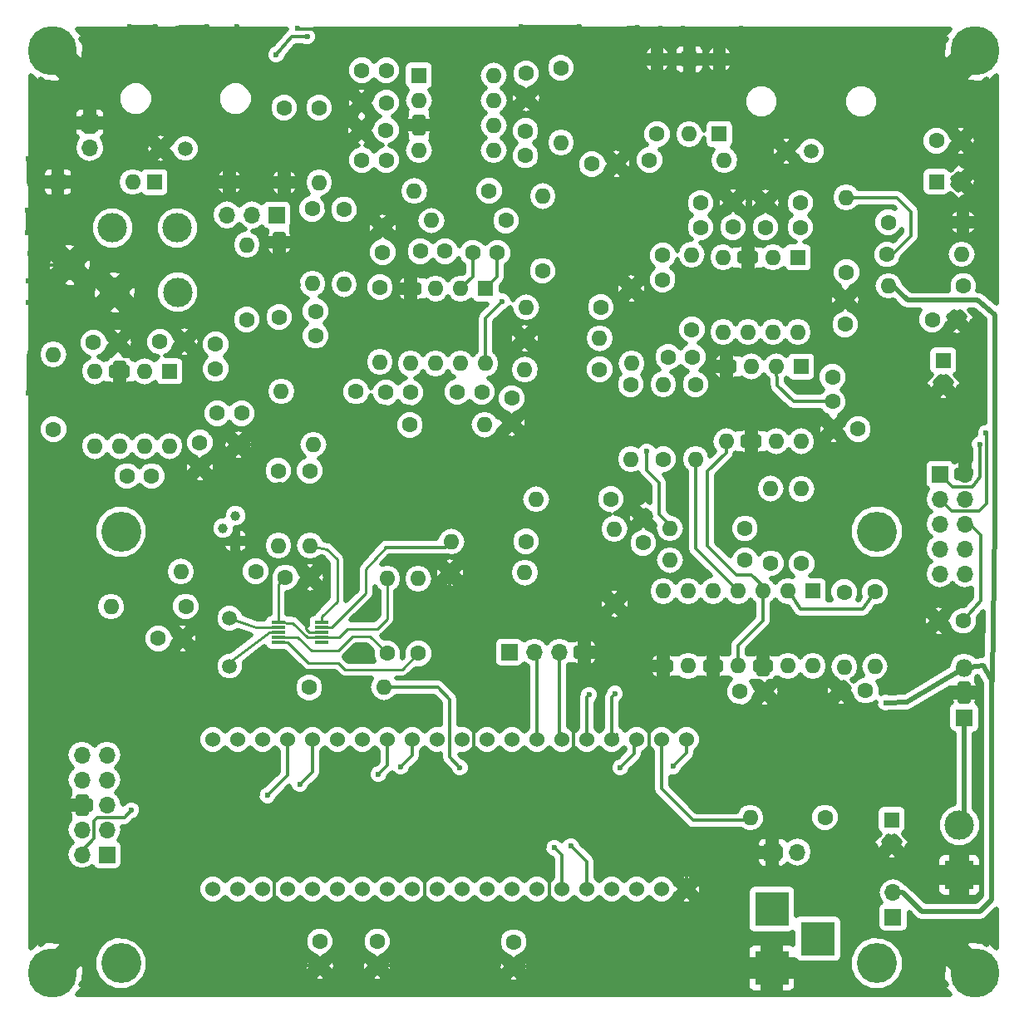
<source format=gbr>
G04 #@! TF.FileFunction,Copper,L1,Top,Signal*
%FSLAX46Y46*%
G04 Gerber Fmt 4.6, Leading zero omitted, Abs format (unit mm)*
G04 Created by KiCad (PCBNEW 4.0.7) date 12/24/18 00:01:41*
%MOMM*%
%LPD*%
G01*
G04 APERTURE LIST*
%ADD10C,0.100000*%
%ADD11R,1.600000X1.600000*%
%ADD12O,1.600000X1.600000*%
%ADD13C,1.600000*%
%ADD14C,1.524000*%
%ADD15C,3.000000*%
%ADD16R,1.700000X1.700000*%
%ADD17O,1.700000X1.700000*%
%ADD18R,1.400000X0.300000*%
%ADD19C,1.500000*%
%ADD20C,5.000000*%
%ADD21R,3.000000X3.000000*%
%ADD22R,1.800000X1.800000*%
%ADD23O,1.800000X1.800000*%
%ADD24C,4.064000*%
%ADD25R,3.500000X3.500000*%
%ADD26C,1.000000*%
%ADD27R,1.000000X1.000000*%
%ADD28C,0.600000*%
%ADD29C,0.350000*%
%ADD30C,0.250000*%
%ADD31C,0.500000*%
G04 APERTURE END LIST*
D10*
D11*
X130479800Y-108077000D03*
D12*
X115239800Y-115697000D03*
X127939800Y-108077000D03*
X117779800Y-115697000D03*
X125399800Y-108077000D03*
X120319800Y-115697000D03*
X122859800Y-108077000D03*
X122859800Y-115697000D03*
X120319800Y-108077000D03*
X125399800Y-115697000D03*
X117779800Y-108077000D03*
X127939800Y-115697000D03*
X115239800Y-108077000D03*
X130479800Y-115697000D03*
D13*
X76024740Y-95806260D03*
D12*
X76024740Y-103426260D03*
D13*
X63972440Y-82651600D03*
X66472440Y-82651600D03*
D14*
X69342000Y-138430000D03*
X71882000Y-138430000D03*
X74422000Y-138430000D03*
X76962000Y-138430000D03*
X79502000Y-138430000D03*
X82042000Y-138430000D03*
X84582000Y-138430000D03*
X87122000Y-138430000D03*
X89662000Y-138430000D03*
X92202000Y-138430000D03*
X94742000Y-138430000D03*
X97282000Y-138430000D03*
X99822000Y-138430000D03*
X102362000Y-138430000D03*
X104902000Y-138430000D03*
X107442000Y-138430000D03*
X109982000Y-138430000D03*
X112522000Y-138430000D03*
X115062000Y-138430000D03*
X117602000Y-138430000D03*
X69342000Y-123190000D03*
X71882000Y-123190000D03*
X74422000Y-123190000D03*
X76962000Y-123190000D03*
X79502000Y-123190000D03*
X82042000Y-123190000D03*
X84582000Y-123190000D03*
X87122000Y-123190000D03*
X89662000Y-123190000D03*
X92202000Y-123190000D03*
X94742000Y-123190000D03*
X97282000Y-123190000D03*
X99822000Y-123190000D03*
X102362000Y-123190000D03*
X104902000Y-123190000D03*
X107442000Y-123190000D03*
X109982000Y-123190000D03*
X112522000Y-123190000D03*
X115062000Y-123190000D03*
X117602000Y-123190000D03*
D15*
X65760600Y-77612240D03*
X59349640Y-77673200D03*
D11*
X120944640Y-61493400D03*
D12*
X120944640Y-53873400D03*
D11*
X117896640Y-53873400D03*
D12*
X117896640Y-61493400D03*
D13*
X107960160Y-64541400D03*
X110460160Y-64541400D03*
X79248000Y-106680000D03*
X76748000Y-106680000D03*
X142646400Y-80416400D03*
X145146400Y-80416400D03*
D11*
X143764000Y-84582000D03*
D13*
X143764000Y-87082000D03*
X143052800Y-62179200D03*
X145552800Y-62179200D03*
X79822040Y-82054700D03*
X79822040Y-79554700D03*
D11*
X143052800Y-66344800D03*
D13*
X145552800Y-66344800D03*
X87035640Y-55016400D03*
X84535640Y-55016400D03*
X87035640Y-58318400D03*
X84535640Y-58318400D03*
X69636640Y-85432900D03*
X69636640Y-82932900D03*
X129199640Y-71018400D03*
X129199640Y-68518400D03*
X125643640Y-71018400D03*
X125643640Y-68518400D03*
X84495640Y-61112400D03*
X86995640Y-61112400D03*
X59679840Y-82753200D03*
X57179840Y-82753200D03*
X122341640Y-68478400D03*
X122341640Y-70978400D03*
X87035640Y-64160400D03*
X84535640Y-64160400D03*
X72303640Y-89941400D03*
X69803640Y-89941400D03*
X119039640Y-71018400D03*
X119039640Y-68518400D03*
X101196140Y-61188600D03*
X101196140Y-63688600D03*
X60619640Y-96342200D03*
X63119640Y-96342200D03*
X101259640Y-57810400D03*
X101259640Y-55310400D03*
X68033900Y-95443040D03*
X68033900Y-92943040D03*
X115166140Y-76352400D03*
X115166140Y-73852400D03*
X133771640Y-78384400D03*
X133771640Y-80884400D03*
X93004640Y-73431400D03*
X90504640Y-73431400D03*
X86984840Y-87820500D03*
X89484840Y-87820500D03*
X115737640Y-84226400D03*
X118237640Y-84226400D03*
X98338640Y-73609200D03*
X95838640Y-73609200D03*
X96751140Y-87782400D03*
X94251140Y-87782400D03*
X132476240Y-86258400D03*
X132476240Y-88758400D03*
X99799140Y-88417400D03*
X99799140Y-90917400D03*
X135067040Y-91567000D03*
X132567040Y-91567000D03*
X80264000Y-143764000D03*
X80264000Y-146264000D03*
X86106000Y-143764000D03*
X86106000Y-146264000D03*
X99999800Y-143840200D03*
X99999800Y-146340200D03*
D11*
X63413640Y-66395600D03*
D12*
X71033640Y-66395600D03*
D11*
X53571140Y-66382900D03*
D12*
X61191140Y-66382900D03*
D15*
X54777640Y-74828400D03*
X59121040Y-71069200D03*
X65725040Y-71059040D03*
D16*
X143421100Y-96164400D03*
D17*
X145961100Y-96164400D03*
X143421100Y-98704400D03*
X145961100Y-98704400D03*
X143421100Y-101244400D03*
X145961100Y-101244400D03*
X143421100Y-103784400D03*
X145961100Y-103784400D03*
X143421100Y-106324400D03*
X145961100Y-106324400D03*
D16*
X99568000Y-114300000D03*
D17*
X102108000Y-114300000D03*
X104648000Y-114300000D03*
X107188000Y-114300000D03*
D13*
X145796000Y-76962000D03*
D12*
X138176000Y-76962000D03*
D13*
X73710800Y-106057700D03*
D12*
X66090800Y-106057700D03*
D13*
X104815640Y-54762400D03*
D12*
X104815640Y-62382400D03*
D13*
X53126640Y-91592400D03*
D12*
X53126640Y-83972400D03*
D13*
X133898640Y-75590400D03*
D12*
X133898640Y-67970400D03*
D13*
X87122000Y-114427000D03*
D12*
X87122000Y-106807000D03*
D13*
X90297000Y-114427000D03*
D12*
X90297000Y-106807000D03*
D13*
X138023600Y-73761600D03*
D12*
X145643600Y-73761600D03*
D13*
X138163300Y-70497700D03*
D12*
X145783300Y-70497700D03*
D13*
X79479140Y-69113400D03*
D12*
X79479140Y-76733400D03*
D13*
X76113640Y-80162400D03*
D12*
X76113640Y-72542400D03*
D13*
X72811640Y-80416400D03*
D12*
X72811640Y-72796400D03*
D13*
X101259640Y-103022400D03*
D12*
X93639640Y-103022400D03*
D13*
X82717640Y-69176900D03*
D12*
X82717640Y-76796900D03*
D13*
X80177640Y-58826400D03*
D12*
X80177640Y-66446400D03*
D13*
X76621640Y-58826400D03*
D12*
X76621640Y-66446400D03*
D13*
X93512640Y-106197400D03*
D12*
X101132640Y-106197400D03*
D13*
X79237840Y-95806260D03*
D12*
X79237840Y-103426260D03*
D13*
X114594640Y-61493400D03*
D12*
X114594640Y-53873400D03*
D13*
X113832640Y-64160400D03*
D12*
X121452640Y-64160400D03*
D13*
X97500440Y-67284600D03*
D12*
X89880440Y-67284600D03*
D13*
X83936840Y-87731600D03*
D12*
X76316840Y-87731600D03*
D13*
X118150640Y-81432400D03*
D12*
X118150640Y-73812400D03*
D13*
X102948740Y-75438000D03*
D12*
X102948740Y-67818000D03*
D13*
X89423240Y-91135200D03*
D12*
X97043240Y-91135200D03*
D13*
X118531640Y-87020400D03*
D12*
X118531640Y-94640400D03*
D13*
X99227640Y-70319900D03*
D12*
X91607640Y-70319900D03*
D13*
X86375240Y-77114400D03*
D12*
X86375240Y-84734400D03*
D13*
X115229640Y-94640400D03*
D12*
X115229640Y-87020400D03*
D13*
X109895640Y-98704400D03*
D12*
X102275640Y-98704400D03*
D13*
X111927640Y-87020400D03*
D12*
X111927640Y-94640400D03*
D13*
X110276640Y-109372400D03*
D12*
X110276640Y-101752400D03*
D13*
X111991140Y-77241400D03*
D12*
X111991140Y-84861400D03*
D13*
X108879640Y-79146400D03*
D12*
X101259640Y-79146400D03*
D13*
X101132640Y-82321400D03*
D12*
X108752640Y-82321400D03*
D18*
X76032000Y-111268000D03*
X76032000Y-111768000D03*
X76032000Y-112268000D03*
X76032000Y-112768000D03*
X76032000Y-113268000D03*
X80432000Y-113268000D03*
X80432000Y-112768000D03*
X80432000Y-112268000D03*
X80432000Y-111768000D03*
X80432000Y-111268000D03*
D11*
X90337640Y-55524400D03*
D12*
X97957640Y-63144400D03*
X90337640Y-58064400D03*
X97957640Y-60604400D03*
X90337640Y-60604400D03*
X97957640Y-58064400D03*
X90337640Y-63144400D03*
X97957640Y-55524400D03*
D11*
X64937640Y-85674200D03*
D12*
X57317640Y-93294200D03*
X62397640Y-85674200D03*
X59857640Y-93294200D03*
X59857640Y-85674200D03*
X62397640Y-93294200D03*
X57317640Y-85674200D03*
X64937640Y-93294200D03*
D11*
X128945640Y-74066400D03*
D12*
X121325640Y-81686400D03*
X126405640Y-74066400D03*
X123865640Y-81686400D03*
X123865640Y-74066400D03*
X126405640Y-81686400D03*
X121325640Y-74066400D03*
X128945640Y-81686400D03*
D11*
X97132140Y-77241400D03*
D12*
X89512140Y-84861400D03*
X94592140Y-77241400D03*
X92052140Y-84861400D03*
X92052140Y-77241400D03*
X94592140Y-84861400D03*
X89512140Y-77241400D03*
X97132140Y-84861400D03*
D11*
X129275840Y-85191600D03*
D12*
X121655840Y-92811600D03*
X126735840Y-85191600D03*
X124195840Y-92811600D03*
X124195840Y-85191600D03*
X126735840Y-92811600D03*
X121655840Y-85191600D03*
X129275840Y-92811600D03*
D19*
X71079360Y-110837980D03*
X71079360Y-115717980D03*
D20*
X53000000Y-53000000D03*
X147000000Y-53000000D03*
X53000000Y-147000000D03*
X147000000Y-147000000D03*
D19*
X66588640Y-62966640D03*
X64048640Y-62966640D03*
X130327400Y-63230800D03*
X127787400Y-63230800D03*
D21*
X145389600Y-137007600D03*
D15*
X145389600Y-131927600D03*
D13*
X86654640Y-73558400D03*
X86654640Y-71058400D03*
D11*
X138493500Y-131368800D03*
D13*
X138493500Y-133868800D03*
X135854440Y-118211600D03*
X133354440Y-118211600D03*
D16*
X138645900Y-141312900D03*
D17*
X138645900Y-138772900D03*
D22*
X145877280Y-120954800D03*
D23*
X145877280Y-118414800D03*
X145877280Y-115874800D03*
D24*
X60000000Y-102000000D03*
X60000000Y-146000000D03*
X137000000Y-102000000D03*
X137000000Y-146000000D03*
D13*
X145801080Y-111099600D03*
X143301080Y-111099600D03*
D25*
X126288800Y-140474700D03*
X126288800Y-146474700D03*
X130988800Y-143474700D03*
D16*
X56809640Y-60350400D03*
D17*
X56809640Y-62890400D03*
D13*
X125552200Y-118300500D03*
X123052200Y-118300500D03*
X123548140Y-101688900D03*
D12*
X115928140Y-101688900D03*
D13*
X123548140Y-104927400D03*
D12*
X115928140Y-104927400D03*
D13*
X129311400Y-105270300D03*
D12*
X129311400Y-97650300D03*
D13*
X126187200Y-105234740D03*
D12*
X126187200Y-97614740D03*
D13*
X133667500Y-108178600D03*
D12*
X133667500Y-115798600D03*
D13*
X136791700Y-108127800D03*
D12*
X136791700Y-115747800D03*
D13*
X63779400Y-112892840D03*
X66279400Y-112892840D03*
D26*
X70396100Y-101660960D03*
X71666100Y-100390960D03*
D27*
X71666100Y-102930960D03*
D13*
X66608960Y-109636560D03*
D12*
X58988960Y-109636560D03*
D13*
X79171800Y-117896640D03*
D12*
X86791800Y-117896640D03*
D13*
X71973440Y-93151960D03*
D12*
X79593440Y-93151960D03*
D16*
X75859640Y-69748400D03*
D17*
X73319640Y-69748400D03*
X70779640Y-69748400D03*
D13*
X108752640Y-85496400D03*
D12*
X101132640Y-85496400D03*
D13*
X113197640Y-103149400D03*
X113197640Y-100649400D03*
D16*
X58562240Y-134924800D03*
D17*
X56022240Y-134924800D03*
X58562240Y-132384800D03*
X56022240Y-132384800D03*
X58562240Y-129844800D03*
X56022240Y-129844800D03*
X58562240Y-127304800D03*
X56022240Y-127304800D03*
X58562240Y-124764800D03*
X56022240Y-124764800D03*
D16*
X126354840Y-134670800D03*
D17*
X128894840Y-134670800D03*
D13*
X131714240Y-131140200D03*
D12*
X124094240Y-131140200D03*
D28*
X98831400Y-78562200D03*
X75605640Y-115214400D03*
X76875640Y-116103400D03*
X79796640Y-116357400D03*
X82336640Y-116865400D03*
X83479640Y-115214400D03*
X83860640Y-113944400D03*
X84241640Y-110642400D03*
X85892640Y-110007400D03*
X88178640Y-110134400D03*
X89575640Y-109880400D03*
X92115640Y-109245400D03*
X148503640Y-77749400D03*
X148630640Y-75717400D03*
X148757640Y-72796400D03*
X148630640Y-70383400D03*
X148630640Y-67081400D03*
X148376640Y-62763400D03*
X148376640Y-60477400D03*
X147233640Y-58572400D03*
X145709640Y-58318400D03*
X144185640Y-57937400D03*
X142722600Y-57698640D03*
X141137640Y-57048400D03*
X141137640Y-53873400D03*
X139994640Y-51841400D03*
X137073640Y-50825400D03*
X132247640Y-50825400D03*
X129453640Y-50825400D03*
X126659640Y-50825400D03*
X123230640Y-50698400D03*
X58714640Y-98704400D03*
X56047640Y-98958400D03*
X54015640Y-98069400D03*
X52618640Y-96926400D03*
X50967640Y-95656400D03*
X50967640Y-91465400D03*
X50586640Y-87909400D03*
X50713640Y-83845400D03*
X50840640Y-81432400D03*
X50586640Y-78638400D03*
X50586640Y-76479400D03*
X106720640Y-50571400D03*
X100751640Y-50571400D03*
X96941640Y-50825400D03*
X93639640Y-50825400D03*
X90972640Y-50825400D03*
X87797640Y-50825400D03*
X81574640Y-50825400D03*
X78018640Y-50698400D03*
X74716640Y-50952400D03*
X71795640Y-50571400D03*
X68747640Y-50571400D03*
X65826640Y-50698400D03*
X63540640Y-50571400D03*
X60873640Y-50571400D03*
X57698640Y-51079400D03*
X56936640Y-52603400D03*
X56809640Y-55270400D03*
X55920640Y-56794400D03*
X53761640Y-57048400D03*
X51602640Y-57175400D03*
X50840640Y-58318400D03*
X50840640Y-60350400D03*
X50586640Y-64033400D03*
X50713640Y-66573400D03*
X50459640Y-69240400D03*
X50459640Y-71526400D03*
X50713640Y-73685400D03*
X78653640Y-67208400D03*
X67223640Y-51460400D03*
X67223640Y-53492400D03*
X67731640Y-55270400D03*
X67985640Y-57302400D03*
X68493640Y-59080400D03*
X68747640Y-60604400D03*
X69763640Y-61620400D03*
X71541640Y-63398400D03*
X72811640Y-64414400D03*
X74589640Y-65430400D03*
X106085640Y-112420400D03*
X106085640Y-111150400D03*
X106339640Y-109626400D03*
X106593640Y-108356400D03*
X106847640Y-105816400D03*
X106847640Y-103784400D03*
X120129300Y-50787300D03*
X117271800Y-50711100D03*
X114975640Y-50698400D03*
X112585500Y-50673000D03*
X109748320Y-53141880D03*
X109468920Y-54513480D03*
X109413040Y-56047640D03*
X109331760Y-57419240D03*
X109468920Y-58872120D03*
X109499400Y-60492640D03*
X109499400Y-61970920D03*
X108155740Y-66832480D03*
X109329220Y-67642740D03*
X110223300Y-68397120D03*
X110446820Y-69794120D03*
X110558580Y-71358760D03*
X110782100Y-72364600D03*
X112626140Y-72560180D03*
X102176580Y-101226620D03*
X103713280Y-100863400D03*
X104942640Y-99494340D03*
X104927400Y-98183700D03*
X104851200Y-96431100D03*
X105156000Y-94107000D03*
X104942640Y-92369640D03*
X104998520Y-89743280D03*
X104998520Y-87452200D03*
X104815640Y-84988400D03*
X104719120Y-81528920D03*
X104886760Y-79852520D03*
X104886760Y-78455520D03*
X100736400Y-100812600D03*
X99631500Y-99593400D03*
X98564700Y-98488500D03*
X97269300Y-97078800D03*
X95402400Y-96926400D03*
X93535500Y-96812100D03*
X91592400Y-96774000D03*
X89039700Y-96888300D03*
X86487000Y-96850200D03*
X84162900Y-96888300D03*
X82715100Y-96964500D03*
X81191100Y-96888300D03*
X107233720Y-70632320D03*
X107401360Y-72951340D03*
X106535220Y-74767440D03*
X105836720Y-76024740D03*
X104579420Y-65910460D03*
X105417620Y-66860420D03*
X106172000Y-68061840D03*
X107317540Y-69402960D03*
X112318800Y-75158600D03*
X110363000Y-74879200D03*
X109021880Y-75996800D03*
X106898440Y-77729080D03*
X106898440Y-79461360D03*
X106847640Y-81686400D03*
X106974640Y-85877400D03*
X107228640Y-87909400D03*
X107200667Y-89940237D03*
X107116847Y-92007797D03*
X106898440Y-94157800D03*
X106898440Y-96169480D03*
X106842560Y-98125280D03*
X107121960Y-100304600D03*
X65760600Y-97155000D03*
X67094100Y-97345500D03*
X68732400Y-97193100D03*
X70980300Y-97193100D03*
X73571100Y-97193100D03*
X76238100Y-97231200D03*
X78714600Y-97345500D03*
X80162400Y-97269300D03*
X98684080Y-103266240D03*
X98412300Y-101727000D03*
X96240600Y-99860100D03*
X94945200Y-98945700D03*
X92316300Y-98869500D03*
X89763600Y-98907600D03*
X87096600Y-98907600D03*
X84201000Y-98793300D03*
X80848200Y-98907600D03*
X77914500Y-99021900D03*
X74980800Y-99098100D03*
X72656700Y-99098100D03*
X70408800Y-99212400D03*
X68351400Y-99326700D03*
X66217800Y-99212400D03*
X64046100Y-99136200D03*
X84239100Y-70294500D03*
X84086700Y-72466200D03*
X83972400Y-74447400D03*
X84124800Y-76352400D03*
X83934300Y-77838300D03*
X83324700Y-79667100D03*
X82524600Y-81686400D03*
X81648300Y-82677000D03*
X80970120Y-68927980D03*
X81153000Y-70789800D03*
X79667100Y-72961500D03*
X77990700Y-74904600D03*
X78028800Y-76885800D03*
X77952600Y-79705200D03*
X77800200Y-82181700D03*
X81114900Y-95859600D03*
X81153000Y-94411800D03*
X81165700Y-93068140D03*
X81221580Y-91782900D03*
X81053940Y-89799160D03*
X80970120Y-88430100D03*
X80886300Y-87144860D03*
X80606900Y-85189060D03*
X80467200Y-83512660D03*
X78343760Y-83596480D03*
X78272640Y-84607400D03*
X78343760Y-85524340D03*
X78427580Y-87005160D03*
X78204060Y-88541860D03*
X78232000Y-90078560D03*
X78120240Y-91754960D03*
X77924660Y-93179900D03*
X148107400Y-91948000D03*
X147468475Y-93105497D03*
X110312200Y-118529100D03*
X137922000Y-119435880D03*
X74930000Y-128905000D03*
X78232000Y-127762000D03*
X104140000Y-134213600D03*
X107670600Y-118656100D03*
X110871000Y-126034800D03*
X94526100Y-126034800D03*
X61051440Y-130429000D03*
X116245640Y-125933200D03*
X105831640Y-134035800D03*
X86233000Y-126746000D03*
X88519000Y-125984000D03*
X78963520Y-51551840D03*
X75801220Y-53393340D03*
X113578640Y-93853000D03*
D29*
X119748300Y-103022400D02*
X119748300Y-103477060D01*
X119748300Y-103477060D02*
X122684540Y-106413300D01*
X97132140Y-84861400D02*
X97132140Y-80261460D01*
X97132140Y-80261460D02*
X98831400Y-78562200D01*
X122859800Y-115697000D02*
X122859800Y-113588800D01*
X125399800Y-111048800D02*
X125399800Y-108077000D01*
X122859800Y-113588800D02*
X125399800Y-111048800D01*
X121655840Y-92811600D02*
X121655840Y-93952060D01*
X124244100Y-106413300D02*
X125399800Y-107569000D01*
X122684540Y-106413300D02*
X124244100Y-106413300D01*
X119748300Y-95859600D02*
X119748300Y-103022400D01*
X121655840Y-93952060D02*
X119748300Y-95859600D01*
X125399800Y-107569000D02*
X125399800Y-108077000D01*
X133898640Y-67970400D02*
X139054840Y-67970400D01*
X140477240Y-71856600D02*
X138572240Y-73761600D01*
X140477240Y-69392800D02*
X140477240Y-71856600D01*
X139054840Y-67970400D02*
X140477240Y-69392800D01*
X138572240Y-73761600D02*
X138023600Y-73761600D01*
X80264000Y-146264000D02*
X77369040Y-146264000D01*
X75656440Y-144551400D02*
X75656440Y-135864600D01*
X77369040Y-146264000D02*
X75656440Y-144551400D01*
X99999800Y-146340200D02*
X101604440Y-146340200D01*
X103647240Y-144297400D02*
X103647240Y-136448800D01*
X101604440Y-146340200D02*
X103647240Y-144297400D01*
X86106000Y-146264000D02*
X88447240Y-146264000D01*
X90972640Y-143738600D02*
X90972640Y-136169400D01*
X88447240Y-146264000D02*
X90972640Y-143738600D01*
X93512640Y-106197400D02*
X93512640Y-108483400D01*
X95951040Y-110921800D02*
X95951040Y-129082800D01*
X93512640Y-108483400D02*
X95951040Y-110921800D01*
X117602000Y-138430000D02*
X117602000Y-137195560D01*
X113807240Y-118668800D02*
X113756440Y-118618000D01*
X113807240Y-133400800D02*
X113807240Y-118668800D01*
X117602000Y-137195560D02*
X113807240Y-133400800D01*
X107188000Y-114300000D02*
X107188000Y-115915440D01*
X106060240Y-117043200D02*
X106060240Y-128397000D01*
X107188000Y-115915440D02*
X106060240Y-117043200D01*
X93512640Y-106197400D02*
X93512640Y-107848400D01*
X75986640Y-115214400D02*
X75605640Y-115214400D01*
X76875640Y-116103400D02*
X75986640Y-115214400D01*
X81828640Y-116357400D02*
X79796640Y-116357400D01*
X82336640Y-116865400D02*
X81828640Y-116357400D01*
X83479640Y-114325400D02*
X83479640Y-115214400D01*
X83860640Y-113944400D02*
X83479640Y-114325400D01*
X85257640Y-110642400D02*
X84241640Y-110642400D01*
X85892640Y-110007400D02*
X85257640Y-110642400D01*
X89321640Y-110134400D02*
X88178640Y-110134400D01*
X89575640Y-109880400D02*
X89321640Y-110134400D01*
X93512640Y-107848400D02*
X92115640Y-109245400D01*
X148503640Y-77749400D02*
X148630640Y-77622400D01*
X148630640Y-77622400D02*
X148630640Y-75717400D01*
X148757640Y-72796400D02*
X148630640Y-72669400D01*
X148630640Y-72669400D02*
X148630640Y-70383400D01*
X148630640Y-67081400D02*
X148376640Y-66827400D01*
X148376640Y-66827400D02*
X148376640Y-62763400D01*
X148376640Y-60477400D02*
X147233640Y-59334400D01*
X147233640Y-59334400D02*
X147233640Y-58572400D01*
X145709640Y-58318400D02*
X145328640Y-57937400D01*
X145328640Y-57937400D02*
X144185640Y-57937400D01*
X142722600Y-57698640D02*
X142788640Y-57048400D01*
X142788640Y-57048400D02*
X141137640Y-57048400D01*
X141137640Y-53873400D02*
X140756640Y-53492400D01*
X140756640Y-53492400D02*
X139994640Y-51841400D01*
X137073640Y-50825400D02*
X132247640Y-50825400D01*
X129453640Y-50825400D02*
X126659640Y-50825400D01*
X54777640Y-74828400D02*
X52237640Y-74828400D01*
X56301640Y-98704400D02*
X58714640Y-98704400D01*
X56047640Y-98958400D02*
X56301640Y-98704400D01*
X53761640Y-98069400D02*
X54015640Y-98069400D01*
X52618640Y-96926400D02*
X53761640Y-98069400D01*
X50967640Y-91465400D02*
X50967640Y-95656400D01*
X50586640Y-83972400D02*
X50586640Y-87909400D01*
X50713640Y-83845400D02*
X50586640Y-83972400D01*
X50840640Y-78892400D02*
X50840640Y-81432400D01*
X50586640Y-78638400D02*
X50840640Y-78892400D01*
X52237640Y-74828400D02*
X50586640Y-76479400D01*
X54777640Y-74828400D02*
X51348640Y-74828400D01*
X100751640Y-50571400D02*
X106720640Y-50571400D01*
X93639640Y-50825400D02*
X96941640Y-50825400D01*
X87797640Y-50825400D02*
X90972640Y-50825400D01*
X78145640Y-50825400D02*
X81574640Y-50825400D01*
X78018640Y-50698400D02*
X78145640Y-50825400D01*
X72176640Y-50952400D02*
X74716640Y-50952400D01*
X71795640Y-50571400D02*
X72176640Y-50952400D01*
X65953640Y-50571400D02*
X68747640Y-50571400D01*
X65826640Y-50698400D02*
X65953640Y-50571400D01*
X60873640Y-50571400D02*
X63540640Y-50571400D01*
X57698640Y-51841400D02*
X57698640Y-51079400D01*
X56936640Y-52603400D02*
X57698640Y-51841400D01*
X56809640Y-55905400D02*
X56809640Y-55270400D01*
X55920640Y-56794400D02*
X56809640Y-55905400D01*
X51729640Y-57048400D02*
X53761640Y-57048400D01*
X51602640Y-57175400D02*
X51729640Y-57048400D01*
X50840640Y-60350400D02*
X50840640Y-58318400D01*
X50586640Y-66446400D02*
X50586640Y-64033400D01*
X50713640Y-66573400D02*
X50586640Y-66446400D01*
X50459640Y-71526400D02*
X50459640Y-69240400D01*
X50713640Y-74193400D02*
X50713640Y-73685400D01*
X51348640Y-74828400D02*
X50713640Y-74193400D01*
X76621640Y-66446400D02*
X77891640Y-66446400D01*
X77891640Y-66446400D02*
X78653640Y-67208400D01*
X67223640Y-53492400D02*
X67223640Y-51460400D01*
X67731640Y-57048400D02*
X67731640Y-55270400D01*
X67985640Y-57302400D02*
X67731640Y-57048400D01*
X68493640Y-60350400D02*
X68493640Y-59080400D01*
X68747640Y-60604400D02*
X68493640Y-60350400D01*
X71541640Y-63398400D02*
X69763640Y-61620400D01*
X73573640Y-64414400D02*
X72811640Y-64414400D01*
X74589640Y-65430400D02*
X73573640Y-64414400D01*
X106085640Y-112420400D02*
X106085640Y-111150400D01*
X106339640Y-109626400D02*
X106593640Y-109372400D01*
X106593640Y-109372400D02*
X106593640Y-108356400D01*
X106847640Y-105816400D02*
X106847640Y-103784400D01*
X115290600Y-50711100D02*
X117271800Y-50711100D01*
X114975640Y-50698400D02*
X115290600Y-50711100D01*
X111556800Y-50673000D02*
X112585500Y-50673000D01*
X111213900Y-51015900D02*
X111556800Y-50673000D01*
X109748320Y-53141880D02*
X111213900Y-51015900D01*
X109374940Y-56009540D02*
X109468920Y-54513480D01*
X109413040Y-56047640D02*
X109374940Y-56009540D01*
X109580680Y-58226960D02*
X109331760Y-57419240D01*
X109468920Y-58872120D02*
X109580680Y-58226960D01*
X109537500Y-61932820D02*
X109499400Y-60492640D01*
X109499400Y-61970920D02*
X109537500Y-61932820D01*
X110460160Y-64541400D02*
X110446820Y-64541400D01*
X110446820Y-64541400D02*
X108155740Y-66832480D01*
X109329220Y-67642740D02*
X110083600Y-68397120D01*
X110083600Y-68397120D02*
X110223300Y-68397120D01*
X110446820Y-69794120D02*
X110558580Y-69905880D01*
X110558580Y-69905880D02*
X110558580Y-71358760D01*
X110782100Y-72364600D02*
X110977680Y-72560180D01*
X110977680Y-72560180D02*
X112626140Y-72560180D01*
X107233720Y-70632320D02*
X107233720Y-69486780D01*
X102176580Y-101226620D02*
X102539800Y-100863400D01*
X102539800Y-100863400D02*
X103713280Y-100863400D01*
X104942640Y-99494340D02*
X104927400Y-99479100D01*
X104927400Y-99479100D02*
X104927400Y-98183700D01*
X104851200Y-96431100D02*
X105156000Y-96126300D01*
X105156000Y-96126300D02*
X105156000Y-94107000D01*
X104942640Y-92369640D02*
X104998520Y-92313760D01*
X104998520Y-92313760D02*
X104998520Y-89743280D01*
X104998520Y-87452200D02*
X104775000Y-87228680D01*
X104775000Y-87228680D02*
X104815640Y-84988400D01*
X104719120Y-81528920D02*
X104886760Y-81361280D01*
X104886760Y-81361280D02*
X104886760Y-79852520D01*
X100736400Y-100698300D02*
X100736400Y-100812600D01*
X99631500Y-99593400D02*
X100736400Y-100698300D01*
X98564700Y-98374200D02*
X98564700Y-98488500D01*
X97269300Y-97078800D02*
X98564700Y-98374200D01*
X93649800Y-96926400D02*
X95402400Y-96926400D01*
X93535500Y-96812100D02*
X93649800Y-96926400D01*
X89154000Y-96774000D02*
X91592400Y-96774000D01*
X89039700Y-96888300D02*
X89154000Y-96774000D01*
X84201000Y-96850200D02*
X86487000Y-96850200D01*
X84162900Y-96888300D02*
X84201000Y-96850200D01*
X82677000Y-96926400D02*
X82715100Y-96964500D01*
X81229200Y-96926400D02*
X82677000Y-96926400D01*
X81191100Y-96888300D02*
X81229200Y-96926400D01*
X107401360Y-73901300D02*
X107401360Y-72951340D01*
X106535220Y-74767440D02*
X107401360Y-73901300D01*
X105110280Y-76751180D02*
X105836720Y-76024740D01*
X105110280Y-77337920D02*
X105110280Y-76751180D01*
X104886760Y-77561440D02*
X105110280Y-77337920D01*
X104886760Y-78455520D02*
X104886760Y-77561440D01*
X103741220Y-65072260D02*
X103405940Y-65072260D01*
X104579420Y-65910460D02*
X103741220Y-65072260D01*
X105417620Y-67307460D02*
X105417620Y-66860420D01*
X106172000Y-68061840D02*
X105417620Y-67307460D01*
X107233720Y-69486780D02*
X107317540Y-69402960D01*
X110642400Y-75158600D02*
X112318800Y-75158600D01*
X110363000Y-74879200D02*
X110642400Y-75158600D01*
X108630720Y-75996800D02*
X109021880Y-75996800D01*
X106898440Y-77729080D02*
X108630720Y-75996800D01*
X106959400Y-81574640D02*
X106898440Y-79461360D01*
X106847640Y-81686400D02*
X106959400Y-81574640D01*
X107396280Y-87741760D02*
X106974640Y-85877400D01*
X106949207Y-91840157D02*
X107200667Y-89940237D01*
X107335254Y-91981234D02*
X107167614Y-91813594D01*
X106898440Y-96169480D02*
X106898440Y-94157800D01*
X106842560Y-100025200D02*
X106842560Y-98125280D01*
X107121960Y-100304600D02*
X106842560Y-100025200D01*
X66903600Y-97155000D02*
X65760600Y-97155000D01*
X67094100Y-97345500D02*
X66903600Y-97155000D01*
X70980300Y-97193100D02*
X68732400Y-97193100D01*
X76200000Y-97193100D02*
X73571100Y-97193100D01*
X76238100Y-97231200D02*
X76200000Y-97193100D01*
X80086200Y-97345500D02*
X78714600Y-97345500D01*
X80162400Y-97269300D02*
X80086200Y-97345500D01*
X98684080Y-103266240D02*
X98412300Y-101727000D01*
X96240600Y-99860100D02*
X95326200Y-98945700D01*
X95326200Y-98945700D02*
X94945200Y-98945700D01*
X92316300Y-98869500D02*
X92278200Y-98907600D01*
X92278200Y-98907600D02*
X89763600Y-98907600D01*
X87096600Y-98907600D02*
X86982300Y-98793300D01*
X86982300Y-98793300D02*
X84201000Y-98793300D01*
X80848200Y-98907600D02*
X80733900Y-99021900D01*
X80733900Y-99021900D02*
X77914500Y-99021900D01*
X74980800Y-99098100D02*
X72656700Y-99098100D01*
X70408800Y-99212400D02*
X70294500Y-99326700D01*
X70294500Y-99326700D02*
X68351400Y-99326700D01*
X66217800Y-99212400D02*
X66141600Y-99136200D01*
X66141600Y-99136200D02*
X64046100Y-99136200D01*
X84239100Y-72313800D02*
X84239100Y-70294500D01*
X84086700Y-72466200D02*
X84239100Y-72313800D01*
X83972400Y-76200000D02*
X83972400Y-74447400D01*
X84124800Y-76352400D02*
X83972400Y-76200000D01*
X83934300Y-79057500D02*
X83934300Y-77838300D01*
X83324700Y-79667100D02*
X83934300Y-79057500D01*
X82524600Y-81800700D02*
X82524600Y-81686400D01*
X81648300Y-82677000D02*
X82524600Y-81800700D01*
X81153000Y-71475600D02*
X81153000Y-70789800D01*
X79667100Y-72961500D02*
X81153000Y-71475600D01*
X77990700Y-76847700D02*
X77990700Y-74904600D01*
X78028800Y-76885800D02*
X77990700Y-76847700D01*
X77952600Y-82029300D02*
X77952600Y-79705200D01*
X77800200Y-82181700D02*
X77952600Y-82029300D01*
X71973440Y-93151960D02*
X77896720Y-93151960D01*
X81114900Y-94449900D02*
X81114900Y-95859600D01*
X81153000Y-94411800D02*
X81114900Y-94449900D01*
X81165700Y-91838780D02*
X81165700Y-93068140D01*
X81221580Y-91782900D02*
X81165700Y-91838780D01*
X81053940Y-88513920D02*
X81053940Y-89799160D01*
X80970120Y-88430100D02*
X81053940Y-88513920D01*
X80886300Y-85468460D02*
X80886300Y-87144860D01*
X80606900Y-85189060D02*
X80886300Y-85468460D01*
X78427580Y-83512660D02*
X80467200Y-83512660D01*
X78343760Y-83596480D02*
X78427580Y-83512660D01*
X78371700Y-85496400D02*
X78272640Y-84607400D01*
X78343760Y-85524340D02*
X78371700Y-85496400D01*
X78427580Y-88318340D02*
X78427580Y-87005160D01*
X78204060Y-88541860D02*
X78427580Y-88318340D01*
X78232000Y-91643200D02*
X78232000Y-90078560D01*
X78120240Y-91754960D02*
X78232000Y-91643200D01*
X77896720Y-93151960D02*
X77924660Y-93179900D01*
D30*
X80432000Y-112268000D02*
X79146400Y-112268000D01*
X79146400Y-112268000D02*
X78790800Y-111912400D01*
X78790800Y-111912400D02*
X78790800Y-107137200D01*
X78790800Y-107137200D02*
X79248000Y-106680000D01*
X87122000Y-106807000D02*
X87122000Y-110896400D01*
X87122000Y-110896400D02*
X86106000Y-111912400D01*
X86106000Y-111912400D02*
X83058000Y-111912400D01*
X83058000Y-111912400D02*
X82202400Y-112768000D01*
X82202400Y-112768000D02*
X80432000Y-112768000D01*
X80432000Y-112768000D02*
X78986000Y-112818800D01*
X78986000Y-112818800D02*
X77486000Y-111318800D01*
X77486000Y-111318800D02*
X76032000Y-111268000D01*
X76032000Y-111268000D02*
X76032000Y-107396000D01*
X76032000Y-107396000D02*
X76748000Y-106680000D01*
X76413000Y-107015000D02*
X76748000Y-106680000D01*
D29*
X98338640Y-73609200D02*
X98338640Y-76034900D01*
X98338640Y-76034900D02*
X97132140Y-77241400D01*
X95838640Y-73609200D02*
X95838640Y-75994900D01*
X95838640Y-75994900D02*
X94592140Y-77241400D01*
X96751140Y-87782400D02*
X97195640Y-87782400D01*
X118531640Y-94640400D02*
X118531640Y-103748840D01*
X118531640Y-103748840D02*
X122859800Y-108077000D01*
X111927640Y-94640400D02*
X111927640Y-94322900D01*
X126735840Y-85191600D02*
X126850140Y-87109300D01*
X128499240Y-88758400D02*
X132476240Y-88758400D01*
X126850140Y-87109300D02*
X128499240Y-88758400D01*
X148107400Y-91948000D02*
X148170900Y-92011500D01*
X148170900Y-92011500D02*
X148170900Y-99174300D01*
X144653000Y-99936300D02*
X143421100Y-98704400D01*
X147408900Y-99936300D02*
X144653000Y-99936300D01*
X148170900Y-99174300D02*
X147408900Y-99936300D01*
X143421100Y-98704400D02*
X143433800Y-98704400D01*
X143421100Y-96177100D02*
X144703800Y-97459800D01*
X144703800Y-97459800D02*
X146710400Y-97459800D01*
X146710400Y-97459800D02*
X147468475Y-96458297D01*
X147468475Y-96458297D02*
X147468475Y-93105497D01*
X143421100Y-96164400D02*
X143421100Y-96177100D01*
X84328000Y-138684000D02*
X84582000Y-138430000D01*
X143421100Y-101244400D02*
X143421100Y-101180900D01*
X99822000Y-143662400D02*
X99999800Y-143840200D01*
X109982000Y-123190000D02*
X109982000Y-118859300D01*
X109982000Y-118859300D02*
X110312200Y-118529100D01*
X110490000Y-122682000D02*
X109982000Y-123190000D01*
D30*
X76032000Y-112768000D02*
X78020800Y-112768000D01*
X78020800Y-112768000D02*
X79400400Y-114147600D01*
X79400400Y-114147600D02*
X82092800Y-114147600D01*
X82092800Y-114147600D02*
X83566000Y-112674400D01*
X83566000Y-112674400D02*
X85369400Y-112674400D01*
X85369400Y-112674400D02*
X87122000Y-114427000D01*
X76032000Y-113268000D02*
X76946000Y-113268000D01*
X76946000Y-113268000D02*
X79095600Y-115417600D01*
X79095600Y-115417600D02*
X82143600Y-115417600D01*
X82143600Y-115417600D02*
X82804000Y-116078000D01*
X82804000Y-116078000D02*
X88646000Y-116078000D01*
X88646000Y-116078000D02*
X90297000Y-114427000D01*
D31*
X140106400Y-78435200D02*
X138633200Y-76962000D01*
X147269200Y-78435200D02*
X148996400Y-79908400D01*
X148996400Y-79908400D02*
X148996400Y-101216460D01*
X140106400Y-78435200D02*
X147269200Y-78435200D01*
X137922000Y-119435880D02*
X140040360Y-119405400D01*
X145877280Y-115874800D02*
X140040360Y-119405400D01*
X138645900Y-138772900D02*
X139611100Y-138772900D01*
X148696680Y-116956840D02*
X148742400Y-116956840D01*
X148696680Y-139529820D02*
X148696680Y-116956840D01*
X147523200Y-140703300D02*
X148696680Y-139529820D01*
X141541500Y-140703300D02*
X147523200Y-140703300D01*
X139611100Y-138772900D02*
X141541500Y-140703300D01*
X145877280Y-115874800D02*
X147812760Y-115671600D01*
X147812760Y-115671600D02*
X148742400Y-117274340D01*
X148996400Y-101216460D02*
X148742400Y-116956840D01*
X148742400Y-116956840D02*
X148742400Y-117274340D01*
X138176000Y-76962000D02*
X138633200Y-76962000D01*
D29*
X147561300Y-109039660D02*
X145801080Y-111099600D01*
X145961100Y-101244400D02*
X146456400Y-101244400D01*
X146456400Y-101244400D02*
X147561300Y-102349300D01*
X147561300Y-102349300D02*
X147561300Y-109039660D01*
D31*
X145989040Y-101216460D02*
X145961100Y-101244400D01*
D29*
X102362000Y-123190000D02*
X102362000Y-114554000D01*
X102362000Y-114554000D02*
X102108000Y-114300000D01*
X104648000Y-114300000D02*
X104648000Y-122936000D01*
X104648000Y-122936000D02*
X104902000Y-123190000D01*
X86981251Y-103597235D02*
X93064805Y-103597235D01*
X93064805Y-103597235D02*
X93639640Y-103022400D01*
D30*
X80432000Y-111768000D02*
X81462500Y-111768000D01*
X84950300Y-105803700D02*
X86981251Y-103597235D01*
X84950300Y-108280200D02*
X84950300Y-105803700D01*
X81462500Y-111768000D02*
X84950300Y-108280200D01*
X76032000Y-111768000D02*
X73761600Y-111760000D01*
X73761600Y-111760000D02*
X71079360Y-110837980D01*
X75271741Y-112252701D02*
X75084999Y-112252701D01*
X75084999Y-112252701D02*
X71079360Y-115303300D01*
X71079360Y-115303300D02*
X71079360Y-115717980D01*
X76032000Y-112268000D02*
X75271741Y-112252701D01*
D31*
X145877280Y-131439920D02*
X145389600Y-131927600D01*
X145877280Y-120954800D02*
X145877280Y-131439920D01*
X145354040Y-131892040D02*
X145389600Y-131927600D01*
X145140680Y-131678680D02*
X145389600Y-131927600D01*
D29*
X76962000Y-123190000D02*
X76962000Y-126873000D01*
X76962000Y-126873000D02*
X74930000Y-128905000D01*
X79502000Y-126492000D02*
X78232000Y-127762000D01*
X79502000Y-126492000D02*
X79502000Y-123190000D01*
X104902000Y-138430000D02*
X104902000Y-134975600D01*
X104902000Y-134975600D02*
X104140000Y-134213600D01*
X127939800Y-108077000D02*
X127995680Y-108077000D01*
X127995680Y-108077000D02*
X129222500Y-109893100D01*
X135595360Y-109890560D02*
X136791700Y-108127800D01*
X129222500Y-109893100D02*
X135595360Y-109890560D01*
X107442000Y-118884700D02*
X107670600Y-118656100D01*
X107442000Y-123190000D02*
X107442000Y-118884700D01*
X86791800Y-117896640D02*
X92293440Y-117896640D01*
X112280700Y-124625100D02*
X112280700Y-123431300D01*
X110871000Y-126034800D02*
X112280700Y-124625100D01*
X93497400Y-125006100D02*
X94526100Y-126034800D01*
X93497400Y-119100600D02*
X93497400Y-125006100D01*
X92293440Y-117896640D02*
X93497400Y-119100600D01*
X112280700Y-123431300D02*
X112522000Y-123190000D01*
D30*
X80432000Y-111268000D02*
X80432000Y-110705540D01*
X80952340Y-103784400D02*
X79237840Y-103426260D01*
X82031840Y-104863900D02*
X80952340Y-103784400D01*
X82031840Y-109105700D02*
X82031840Y-104863900D01*
X80432000Y-110705540D02*
X82031840Y-109105700D01*
D29*
X56022240Y-134924800D02*
X56022240Y-134518400D01*
X56022240Y-134518400D02*
X57266840Y-133273800D01*
X57266840Y-133273800D02*
X57266840Y-131470400D01*
X57266840Y-131470400D02*
X57597040Y-131140200D01*
X57597040Y-131140200D02*
X60340240Y-131140200D01*
X60340240Y-131140200D02*
X61051440Y-130429000D01*
X116245640Y-125933200D02*
X117602000Y-124576840D01*
X117602000Y-124576840D02*
X117602000Y-123190000D01*
X107442000Y-138430000D02*
X107442000Y-135646160D01*
X107442000Y-135646160D02*
X105831640Y-134035800D01*
X87122000Y-123190000D02*
X87122000Y-125857000D01*
X87122000Y-125857000D02*
X86233000Y-126746000D01*
X89662000Y-124841000D02*
X88519000Y-125984000D01*
X89662000Y-124841000D02*
X89662000Y-123190000D01*
X115062000Y-123190000D02*
X115062000Y-128229360D01*
X118277640Y-131445000D02*
X123789440Y-131445000D01*
X115062000Y-128229360D02*
X118277640Y-131445000D01*
X123789440Y-131445000D02*
X124094240Y-131140200D01*
X78963520Y-51551840D02*
X78742540Y-51549300D01*
X78742540Y-51549300D02*
X77421740Y-51549300D01*
X75801220Y-53393340D02*
X77421740Y-51549300D01*
X115928140Y-101688900D02*
X115928140Y-101346000D01*
X115928140Y-101346000D02*
X114810540Y-100228400D01*
X113578640Y-95783400D02*
X113578640Y-93853000D01*
X114810540Y-97015300D02*
X113578640Y-95783400D01*
X114810540Y-100228400D02*
X114810540Y-97015300D01*
D31*
G36*
X76767666Y-50895226D02*
X76750889Y-50920335D01*
X76726912Y-50938694D01*
X75435336Y-52408418D01*
X75207220Y-52502674D01*
X74911592Y-52797786D01*
X74751402Y-53183566D01*
X74751038Y-53601282D01*
X74910554Y-53987340D01*
X75205666Y-54282968D01*
X75591446Y-54443158D01*
X76009162Y-54443522D01*
X76395220Y-54284006D01*
X76690848Y-53988894D01*
X76851038Y-53603114D01*
X76851041Y-53599989D01*
X77840282Y-52474300D01*
X78447034Y-52474300D01*
X78753746Y-52601658D01*
X79171462Y-52602022D01*
X79557520Y-52442506D01*
X79853148Y-52147394D01*
X80013338Y-51761614D01*
X80013702Y-51343898D01*
X79854186Y-50957840D01*
X79721578Y-50825000D01*
X144484152Y-50825000D01*
X143770691Y-51538461D01*
X144085231Y-51853001D01*
X143775382Y-52202263D01*
X143715561Y-53496996D01*
X143775382Y-53797737D01*
X144085232Y-54147001D01*
X145232233Y-53000000D01*
X145218091Y-52985858D01*
X146985858Y-51218091D01*
X147000000Y-51232233D01*
X147014143Y-51218091D01*
X148781910Y-52985858D01*
X148767767Y-53000000D01*
X148781910Y-53014143D01*
X147014143Y-54781910D01*
X147000000Y-54767767D01*
X145852999Y-55914768D01*
X146202263Y-56224618D01*
X147496996Y-56284439D01*
X147797737Y-56224618D01*
X148146999Y-55914769D01*
X148461539Y-56229309D01*
X149175000Y-55515848D01*
X149175000Y-78746388D01*
X147918147Y-77674366D01*
X147781784Y-77598117D01*
X147651883Y-77511320D01*
X147612574Y-77503501D01*
X147577591Y-77483940D01*
X147422427Y-77465679D01*
X147277167Y-77436785D01*
X147345730Y-77271667D01*
X147346268Y-76655039D01*
X147110792Y-76085143D01*
X146675151Y-75648740D01*
X146105667Y-75412270D01*
X145489039Y-75411732D01*
X144919143Y-75647208D01*
X144482740Y-76082849D01*
X144246270Y-76652333D01*
X144245732Y-77268961D01*
X144314420Y-77435200D01*
X140520613Y-77435200D01*
X139684098Y-76598684D01*
X139638379Y-76368841D01*
X139302382Y-75865984D01*
X138799525Y-75529987D01*
X138206366Y-75412000D01*
X138145634Y-75412000D01*
X137552475Y-75529987D01*
X137049618Y-75865984D01*
X136713621Y-76368841D01*
X136595634Y-76962000D01*
X136713621Y-77555159D01*
X137049618Y-78058016D01*
X137552475Y-78394013D01*
X138145634Y-78512000D01*
X138206366Y-78512000D01*
X138675642Y-78418655D01*
X139399291Y-79142304D01*
X139399293Y-79142307D01*
X139723717Y-79359080D01*
X140106400Y-79435200D01*
X141435367Y-79435200D01*
X141333140Y-79537249D01*
X141096670Y-80106733D01*
X141096132Y-80723361D01*
X141331608Y-81293257D01*
X141767249Y-81729660D01*
X142336733Y-81966130D01*
X142953361Y-81966668D01*
X143523257Y-81731192D01*
X143607390Y-81647205D01*
X144481281Y-81647205D01*
X144566383Y-81895246D01*
X145176464Y-82004639D01*
X145726417Y-81895246D01*
X145811519Y-81647205D01*
X145146400Y-80982085D01*
X144481281Y-81647205D01*
X143607390Y-81647205D01*
X143959660Y-81295551D01*
X144142932Y-80854182D01*
X144580715Y-80416400D01*
X144297872Y-80133557D01*
X144863557Y-79567872D01*
X145146400Y-79850715D01*
X145429243Y-79567872D01*
X145994928Y-80133557D01*
X145712085Y-80416400D01*
X146377205Y-81081519D01*
X146625246Y-80996417D01*
X146688846Y-80641723D01*
X147150077Y-80180493D01*
X146404784Y-79435200D01*
X146900655Y-79435200D01*
X147996400Y-80369806D01*
X147996400Y-90897902D01*
X147899458Y-90897818D01*
X147513400Y-91057334D01*
X147217772Y-91352446D01*
X147057582Y-91738226D01*
X147057232Y-92139317D01*
X146874475Y-92214831D01*
X146578847Y-92509943D01*
X146418657Y-92895723D01*
X146418293Y-93313439D01*
X146543475Y-93616402D01*
X146543475Y-94734151D01*
X146386100Y-94803050D01*
X146386100Y-95739400D01*
X146543475Y-95739400D01*
X146543475Y-96147688D01*
X146250455Y-96534800D01*
X145111100Y-96534800D01*
X145111100Y-95739400D01*
X145536100Y-95739400D01*
X145536100Y-94803050D01*
X145298726Y-94699128D01*
X144997766Y-94914398D01*
X144904947Y-94914398D01*
X144819238Y-94781202D01*
X144568608Y-94609954D01*
X144271100Y-94549707D01*
X142571100Y-94549707D01*
X142293167Y-94602004D01*
X142037902Y-94766262D01*
X141866654Y-95016892D01*
X141806407Y-95314400D01*
X141806407Y-97014400D01*
X141858704Y-97292333D01*
X142022962Y-97547598D01*
X142196258Y-97666006D01*
X141911547Y-98092107D01*
X141789754Y-98704400D01*
X141911547Y-99316693D01*
X142258383Y-99835771D01*
X142465856Y-99974400D01*
X142258383Y-100113029D01*
X141911547Y-100632107D01*
X141789754Y-101244400D01*
X141911547Y-101856693D01*
X142258383Y-102375771D01*
X142465856Y-102514400D01*
X142258383Y-102653029D01*
X141911547Y-103172107D01*
X141789754Y-103784400D01*
X141911547Y-104396693D01*
X142258383Y-104915771D01*
X142465856Y-105054400D01*
X142258383Y-105193029D01*
X141911547Y-105712107D01*
X141789754Y-106324400D01*
X141911547Y-106936693D01*
X142258383Y-107455771D01*
X142777461Y-107802607D01*
X143389754Y-107924400D01*
X143452446Y-107924400D01*
X144064739Y-107802607D01*
X144583817Y-107455771D01*
X144691100Y-107295210D01*
X144798383Y-107455771D01*
X145317461Y-107802607D01*
X145929754Y-107924400D01*
X145992446Y-107924400D01*
X146604739Y-107802607D01*
X146636300Y-107781519D01*
X146636300Y-108698282D01*
X145908768Y-109549694D01*
X145494119Y-109549332D01*
X144924223Y-109784808D01*
X144487820Y-110220449D01*
X144304548Y-110661818D01*
X143866765Y-111099600D01*
X144305090Y-111537925D01*
X144486288Y-111976457D01*
X144921929Y-112412860D01*
X145491413Y-112649330D01*
X146108041Y-112649868D01*
X146677937Y-112414392D01*
X147114340Y-111978751D01*
X147350810Y-111409267D01*
X147351348Y-110792639D01*
X147328121Y-110736425D01*
X147852551Y-110122698D01*
X147778953Y-114683562D01*
X147708347Y-114677066D01*
X147088377Y-114742155D01*
X147044006Y-114675749D01*
X146508708Y-114318074D01*
X145877280Y-114192475D01*
X145245852Y-114318074D01*
X144710554Y-114675749D01*
X144352879Y-115211047D01*
X144258561Y-115685215D01*
X139754828Y-118409405D01*
X138240464Y-118431194D01*
X138131774Y-118386062D01*
X137714058Y-118385698D01*
X137404177Y-118513738D01*
X137404708Y-117904639D01*
X137169232Y-117334743D01*
X137101209Y-117266601D01*
X137384859Y-117210179D01*
X137887716Y-116874182D01*
X138223713Y-116371325D01*
X138341700Y-115778166D01*
X138341700Y-115717434D01*
X138223713Y-115124275D01*
X137887716Y-114621418D01*
X137384859Y-114285421D01*
X136791700Y-114167434D01*
X136198541Y-114285421D01*
X135695684Y-114621418D01*
X135359687Y-115124275D01*
X135241700Y-115717434D01*
X135241700Y-115778166D01*
X135359687Y-116371325D01*
X135553466Y-116661337D01*
X135547479Y-116661332D01*
X134977583Y-116896808D01*
X134628102Y-117245678D01*
X134490098Y-117107674D01*
X134763516Y-116924982D01*
X135099513Y-116422125D01*
X135217500Y-115828966D01*
X135217500Y-115768234D01*
X135099513Y-115175075D01*
X134763516Y-114672218D01*
X134260659Y-114336221D01*
X133667500Y-114218234D01*
X133074341Y-114336221D01*
X132571484Y-114672218D01*
X132235487Y-115175075D01*
X132117500Y-115768234D01*
X132117500Y-115828966D01*
X132235487Y-116422125D01*
X132571484Y-116924982D01*
X132758402Y-117049876D01*
X133354440Y-117645915D01*
X133629039Y-117371316D01*
X133649621Y-117375410D01*
X134202968Y-117928757D01*
X133920125Y-118211600D01*
X134358450Y-118649925D01*
X134539648Y-119088457D01*
X134975289Y-119524860D01*
X135544773Y-119761330D01*
X136161401Y-119761868D01*
X136731297Y-119526392D01*
X136872043Y-119385892D01*
X136871818Y-119643822D01*
X137031334Y-120029880D01*
X137326446Y-120325508D01*
X137712226Y-120485698D01*
X138129942Y-120486062D01*
X138263015Y-120431077D01*
X140054747Y-120405297D01*
X140122186Y-120390871D01*
X140191080Y-120393977D01*
X140311277Y-120350422D01*
X140436295Y-120323679D01*
X140493080Y-120284543D01*
X140557919Y-120261048D01*
X144447885Y-117908109D01*
X144470984Y-117964800D01*
X145427280Y-117964800D01*
X145427280Y-117514800D01*
X145664499Y-117514800D01*
X145877280Y-117557125D01*
X146090061Y-117514800D01*
X146327280Y-117514800D01*
X146327280Y-117964800D01*
X147283576Y-117964800D01*
X147383034Y-117720703D01*
X147127282Y-117368664D01*
X147127282Y-116949220D01*
X147271113Y-116733962D01*
X147272816Y-116733783D01*
X147696680Y-117464542D01*
X147696680Y-139115606D01*
X147108986Y-139703300D01*
X141955714Y-139703300D01*
X140318207Y-138065793D01*
X140140571Y-137947100D01*
X143131600Y-137947100D01*
X143131600Y-138658376D01*
X143246999Y-138936973D01*
X143460228Y-139150202D01*
X143738825Y-139265600D01*
X144450100Y-139265600D01*
X144639600Y-139076100D01*
X144639600Y-137757600D01*
X146139600Y-137757600D01*
X146139600Y-139076100D01*
X146329100Y-139265600D01*
X147040375Y-139265600D01*
X147318972Y-139150202D01*
X147532201Y-138936973D01*
X147647600Y-138658376D01*
X147647600Y-137947100D01*
X147458100Y-137757600D01*
X146139600Y-137757600D01*
X144639600Y-137757600D01*
X143321100Y-137757600D01*
X143131600Y-137947100D01*
X140140571Y-137947100D01*
X139993784Y-137849020D01*
X139940126Y-137838347D01*
X139808617Y-137641529D01*
X139289539Y-137294693D01*
X138677246Y-137172900D01*
X138614554Y-137172900D01*
X138002261Y-137294693D01*
X137483183Y-137641529D01*
X137136347Y-138160607D01*
X137014554Y-138772900D01*
X137136347Y-139385193D01*
X137421791Y-139812391D01*
X137262702Y-139914762D01*
X137091454Y-140165392D01*
X137031207Y-140462900D01*
X137031207Y-142162900D01*
X137083504Y-142440833D01*
X137247762Y-142696098D01*
X137498392Y-142867346D01*
X137795900Y-142927593D01*
X139495900Y-142927593D01*
X139773833Y-142875296D01*
X140029098Y-142711038D01*
X140200346Y-142460408D01*
X140260593Y-142162900D01*
X140260593Y-140836607D01*
X140834393Y-141410407D01*
X141158816Y-141627180D01*
X141541500Y-141703300D01*
X147523200Y-141703300D01*
X147905884Y-141627180D01*
X148230307Y-141410407D01*
X149175000Y-140465714D01*
X149175000Y-144484152D01*
X148461539Y-143770691D01*
X148146999Y-144085231D01*
X147797737Y-143775382D01*
X146503004Y-143715561D01*
X146202263Y-143775382D01*
X145852999Y-144085232D01*
X147000000Y-145232233D01*
X147014143Y-145218091D01*
X148781910Y-146985858D01*
X148767767Y-147000000D01*
X148781910Y-147014143D01*
X147014143Y-148781910D01*
X147000000Y-148767767D01*
X146985858Y-148781910D01*
X145218091Y-147014143D01*
X145232233Y-147000000D01*
X144085232Y-145852999D01*
X143775382Y-146202263D01*
X143715561Y-147496996D01*
X143775382Y-147797737D01*
X144085231Y-148146999D01*
X143770691Y-148461539D01*
X144484152Y-149175000D01*
X55515848Y-149175000D01*
X56229309Y-148461539D01*
X55914769Y-148146999D01*
X56224618Y-147797737D01*
X56282223Y-146550946D01*
X57217518Y-146550946D01*
X57640160Y-147573818D01*
X58422066Y-148357090D01*
X59444198Y-148781516D01*
X60550946Y-148782482D01*
X61573818Y-148359840D01*
X62357090Y-147577934D01*
X62391608Y-147494805D01*
X79598881Y-147494805D01*
X79683983Y-147742846D01*
X80294064Y-147852239D01*
X80844017Y-147742846D01*
X80929119Y-147494805D01*
X85440881Y-147494805D01*
X85525983Y-147742846D01*
X86136064Y-147852239D01*
X86686017Y-147742846D01*
X86744975Y-147571005D01*
X99334681Y-147571005D01*
X99419783Y-147819046D01*
X100029864Y-147928439D01*
X100579817Y-147819046D01*
X100664919Y-147571005D01*
X100633115Y-147539200D01*
X123780800Y-147539200D01*
X123780800Y-148375476D01*
X123896199Y-148654073D01*
X124109428Y-148867302D01*
X124388025Y-148982700D01*
X125224300Y-148982700D01*
X125413800Y-148793200D01*
X125413800Y-147349700D01*
X127163800Y-147349700D01*
X127163800Y-148793200D01*
X127353300Y-148982700D01*
X128189575Y-148982700D01*
X128468172Y-148867302D01*
X128681401Y-148654073D01*
X128796800Y-148375476D01*
X128796800Y-147539200D01*
X128607300Y-147349700D01*
X127163800Y-147349700D01*
X125413800Y-147349700D01*
X123970300Y-147349700D01*
X123780800Y-147539200D01*
X100633115Y-147539200D01*
X99999800Y-146905885D01*
X99334681Y-147571005D01*
X86744975Y-147571005D01*
X86771119Y-147494805D01*
X86106000Y-146829685D01*
X85440881Y-147494805D01*
X80929119Y-147494805D01*
X80264000Y-146829685D01*
X79598881Y-147494805D01*
X62391608Y-147494805D01*
X62781516Y-146555802D01*
X62781744Y-146294064D01*
X78675761Y-146294064D01*
X78785154Y-146844017D01*
X79033195Y-146929119D01*
X79698315Y-146264000D01*
X80829685Y-146264000D01*
X81494805Y-146929119D01*
X81742846Y-146844017D01*
X81841457Y-146294064D01*
X84517761Y-146294064D01*
X84627154Y-146844017D01*
X84875195Y-146929119D01*
X85540315Y-146264000D01*
X86671685Y-146264000D01*
X87336805Y-146929119D01*
X87584846Y-146844017D01*
X87669794Y-146370264D01*
X98411561Y-146370264D01*
X98520954Y-146920217D01*
X98768995Y-147005319D01*
X99434115Y-146340200D01*
X100565485Y-146340200D01*
X101230605Y-147005319D01*
X101478646Y-146920217D01*
X101544859Y-146550946D01*
X134217518Y-146550946D01*
X134640160Y-147573818D01*
X135422066Y-148357090D01*
X136444198Y-148781516D01*
X137550946Y-148782482D01*
X138573818Y-148359840D01*
X139357090Y-147577934D01*
X139781516Y-146555802D01*
X139782482Y-145449054D01*
X139359840Y-144426182D01*
X138577934Y-143642910D01*
X137555802Y-143218484D01*
X136449054Y-143217518D01*
X135426182Y-143640160D01*
X134642910Y-144422066D01*
X134218484Y-145444198D01*
X134217518Y-146550946D01*
X101544859Y-146550946D01*
X101588039Y-146310136D01*
X101478646Y-145760183D01*
X101230605Y-145675081D01*
X100565485Y-146340200D01*
X99434115Y-146340200D01*
X98768995Y-145675081D01*
X98520954Y-145760183D01*
X98411561Y-146370264D01*
X87669794Y-146370264D01*
X87694239Y-146233936D01*
X87584846Y-145683983D01*
X87336805Y-145598881D01*
X86671685Y-146264000D01*
X85540315Y-146264000D01*
X84875195Y-145598881D01*
X84627154Y-145683983D01*
X84517761Y-146294064D01*
X81841457Y-146294064D01*
X81852239Y-146233936D01*
X81742846Y-145683983D01*
X81494805Y-145598881D01*
X80829685Y-146264000D01*
X79698315Y-146264000D01*
X79033195Y-145598881D01*
X78785154Y-145683983D01*
X78675761Y-146294064D01*
X62781744Y-146294064D01*
X62782482Y-145449054D01*
X62359840Y-144426182D01*
X62005239Y-144070961D01*
X78713732Y-144070961D01*
X78949208Y-144640857D01*
X79384849Y-145077260D01*
X79826218Y-145260532D01*
X80264000Y-145698315D01*
X80702325Y-145259990D01*
X81140857Y-145078792D01*
X81577260Y-144643151D01*
X81813730Y-144073667D01*
X81813732Y-144070961D01*
X84555732Y-144070961D01*
X84791208Y-144640857D01*
X85226849Y-145077260D01*
X85668218Y-145260532D01*
X86106000Y-145698315D01*
X86544325Y-145259990D01*
X86982857Y-145078792D01*
X87419260Y-144643151D01*
X87625212Y-144147161D01*
X98449532Y-144147161D01*
X98685008Y-144717057D01*
X99120649Y-145153460D01*
X99562018Y-145336732D01*
X99999800Y-145774515D01*
X100438125Y-145336190D01*
X100876657Y-145154992D01*
X101313060Y-144719351D01*
X101373446Y-144573924D01*
X123780800Y-144573924D01*
X123780800Y-145410200D01*
X123970300Y-145599700D01*
X125413800Y-145599700D01*
X125413800Y-144156200D01*
X125224300Y-143966700D01*
X124388025Y-143966700D01*
X124109428Y-144082098D01*
X123896199Y-144295327D01*
X123780800Y-144573924D01*
X101373446Y-144573924D01*
X101549530Y-144149867D01*
X101550068Y-143533239D01*
X101314592Y-142963343D01*
X100878951Y-142526940D01*
X100309467Y-142290470D01*
X99692839Y-142289932D01*
X99122943Y-142525408D01*
X98686540Y-142961049D01*
X98450070Y-143530533D01*
X98449532Y-144147161D01*
X87625212Y-144147161D01*
X87655730Y-144073667D01*
X87656268Y-143457039D01*
X87420792Y-142887143D01*
X86985151Y-142450740D01*
X86415667Y-142214270D01*
X85799039Y-142213732D01*
X85229143Y-142449208D01*
X84792740Y-142884849D01*
X84556270Y-143454333D01*
X84555732Y-144070961D01*
X81813732Y-144070961D01*
X81814268Y-143457039D01*
X81578792Y-142887143D01*
X81143151Y-142450740D01*
X80573667Y-142214270D01*
X79957039Y-142213732D01*
X79387143Y-142449208D01*
X78950740Y-142884849D01*
X78714270Y-143454333D01*
X78713732Y-144070961D01*
X62005239Y-144070961D01*
X61577934Y-143642910D01*
X60555802Y-143218484D01*
X59449054Y-143217518D01*
X58426182Y-143640160D01*
X57642910Y-144422066D01*
X57218484Y-145444198D01*
X57217518Y-146550946D01*
X56282223Y-146550946D01*
X56284439Y-146503004D01*
X56224618Y-146202263D01*
X55914768Y-145852999D01*
X54767767Y-147000000D01*
X54781910Y-147014143D01*
X53014143Y-148781910D01*
X53000000Y-148767767D01*
X52985858Y-148781910D01*
X51218091Y-147014143D01*
X51232233Y-147000000D01*
X51218091Y-146985858D01*
X52985858Y-145218091D01*
X53000000Y-145232233D01*
X54147001Y-144085232D01*
X53797737Y-143775382D01*
X52503004Y-143715561D01*
X52202263Y-143775382D01*
X51853001Y-144085231D01*
X51538461Y-143770691D01*
X50825000Y-144484152D01*
X50825000Y-138729436D01*
X67829738Y-138729436D01*
X68059441Y-139285360D01*
X68484402Y-139711064D01*
X69039925Y-139941737D01*
X69641436Y-139942262D01*
X70197360Y-139712559D01*
X70612351Y-139298292D01*
X71024402Y-139711064D01*
X71579925Y-139941737D01*
X72181436Y-139942262D01*
X72737360Y-139712559D01*
X73152351Y-139298292D01*
X73564402Y-139711064D01*
X74119925Y-139941737D01*
X74721436Y-139942262D01*
X75277360Y-139712559D01*
X75692351Y-139298292D01*
X76104402Y-139711064D01*
X76659925Y-139941737D01*
X77261436Y-139942262D01*
X77817360Y-139712559D01*
X78232351Y-139298292D01*
X78644402Y-139711064D01*
X79199925Y-139941737D01*
X79801436Y-139942262D01*
X80357360Y-139712559D01*
X80772351Y-139298292D01*
X81184402Y-139711064D01*
X81739925Y-139941737D01*
X82341436Y-139942262D01*
X82897360Y-139712559D01*
X83312351Y-139298292D01*
X83724402Y-139711064D01*
X84279925Y-139941737D01*
X84881436Y-139942262D01*
X85437360Y-139712559D01*
X85852351Y-139298292D01*
X86264402Y-139711064D01*
X86819925Y-139941737D01*
X87421436Y-139942262D01*
X87977360Y-139712559D01*
X88392351Y-139298292D01*
X88804402Y-139711064D01*
X89359925Y-139941737D01*
X89961436Y-139942262D01*
X90517360Y-139712559D01*
X90932351Y-139298292D01*
X91344402Y-139711064D01*
X91899925Y-139941737D01*
X92501436Y-139942262D01*
X93057360Y-139712559D01*
X93472351Y-139298292D01*
X93884402Y-139711064D01*
X94439925Y-139941737D01*
X95041436Y-139942262D01*
X95597360Y-139712559D01*
X96012351Y-139298292D01*
X96424402Y-139711064D01*
X96979925Y-139941737D01*
X97581436Y-139942262D01*
X98137360Y-139712559D01*
X98552351Y-139298292D01*
X98964402Y-139711064D01*
X99519925Y-139941737D01*
X100121436Y-139942262D01*
X100677360Y-139712559D01*
X101092351Y-139298292D01*
X101504402Y-139711064D01*
X102059925Y-139941737D01*
X102661436Y-139942262D01*
X103217360Y-139712559D01*
X103632351Y-139298292D01*
X104044402Y-139711064D01*
X104599925Y-139941737D01*
X105201436Y-139942262D01*
X105757360Y-139712559D01*
X106172351Y-139298292D01*
X106584402Y-139711064D01*
X107139925Y-139941737D01*
X107741436Y-139942262D01*
X108297360Y-139712559D01*
X108712351Y-139298292D01*
X109124402Y-139711064D01*
X109679925Y-139941737D01*
X110281436Y-139942262D01*
X110837360Y-139712559D01*
X111252351Y-139298292D01*
X111664402Y-139711064D01*
X112219925Y-139941737D01*
X112821436Y-139942262D01*
X113377360Y-139712559D01*
X113792351Y-139298292D01*
X114204402Y-139711064D01*
X114759925Y-139941737D01*
X115361436Y-139942262D01*
X115917360Y-139712559D01*
X116007305Y-139622770D01*
X116948045Y-139622770D01*
X117027255Y-139869265D01*
X117621788Y-139979653D01*
X118176745Y-139869265D01*
X118255955Y-139622770D01*
X117602000Y-138968815D01*
X116948045Y-139622770D01*
X116007305Y-139622770D01*
X116343064Y-139287598D01*
X116440685Y-139052500D01*
X117063185Y-138430000D01*
X118140815Y-138430000D01*
X118794770Y-139083955D01*
X119041265Y-139004745D01*
X119093261Y-138724700D01*
X123774107Y-138724700D01*
X123774107Y-142224700D01*
X123826404Y-142502633D01*
X123990662Y-142757898D01*
X124241292Y-142929146D01*
X124538800Y-142989393D01*
X128038800Y-142989393D01*
X128316733Y-142937096D01*
X128474107Y-142835829D01*
X128474107Y-144088033D01*
X128468172Y-144082098D01*
X128189575Y-143966700D01*
X127353300Y-143966700D01*
X127163800Y-144156200D01*
X127163800Y-145599700D01*
X128588865Y-145599700D01*
X128690662Y-145757898D01*
X128941292Y-145929146D01*
X129238800Y-145989393D01*
X132738800Y-145989393D01*
X133016733Y-145937096D01*
X133271998Y-145772838D01*
X133443246Y-145522208D01*
X133503493Y-145224700D01*
X133503493Y-141724700D01*
X133451196Y-141446767D01*
X133286938Y-141191502D01*
X133036308Y-141020254D01*
X132738800Y-140960007D01*
X129238800Y-140960007D01*
X128960867Y-141012304D01*
X128803493Y-141113571D01*
X128803493Y-138724700D01*
X128751196Y-138446767D01*
X128586938Y-138191502D01*
X128336308Y-138020254D01*
X128038800Y-137960007D01*
X124538800Y-137960007D01*
X124260867Y-138012304D01*
X124005602Y-138176562D01*
X123834354Y-138427192D01*
X123774107Y-138724700D01*
X119093261Y-138724700D01*
X119151653Y-138410212D01*
X119041265Y-137855255D01*
X118794770Y-137776045D01*
X118140815Y-138430000D01*
X117063185Y-138430000D01*
X116440838Y-137807653D01*
X116344559Y-137574640D01*
X116007738Y-137237230D01*
X116948045Y-137237230D01*
X117602000Y-137891185D01*
X118255955Y-137237230D01*
X118176745Y-136990735D01*
X117582212Y-136880347D01*
X117027255Y-136990735D01*
X116948045Y-137237230D01*
X116007738Y-137237230D01*
X115919598Y-137148936D01*
X115364075Y-136918263D01*
X114762564Y-136917738D01*
X114206640Y-137147441D01*
X113791649Y-137561708D01*
X113379598Y-137148936D01*
X112824075Y-136918263D01*
X112222564Y-136917738D01*
X111666640Y-137147441D01*
X111251649Y-137561708D01*
X110839598Y-137148936D01*
X110284075Y-136918263D01*
X109682564Y-136917738D01*
X109126640Y-137147441D01*
X108711649Y-137561708D01*
X108367000Y-137216456D01*
X108367000Y-135646160D01*
X108296589Y-135292178D01*
X108296589Y-135292177D01*
X108291994Y-135285300D01*
X124746840Y-135285300D01*
X124746840Y-135671576D01*
X124862239Y-135950173D01*
X125075468Y-136163402D01*
X125354065Y-136278800D01*
X125740340Y-136278800D01*
X125929840Y-136089300D01*
X125929840Y-135095800D01*
X124936340Y-135095800D01*
X124746840Y-135285300D01*
X108291994Y-135285300D01*
X108096074Y-134992086D01*
X106846598Y-133742610D01*
X106816607Y-133670024D01*
X124746840Y-133670024D01*
X124746840Y-134056300D01*
X124936340Y-134245800D01*
X125929840Y-134245800D01*
X125929840Y-133252300D01*
X126779840Y-133252300D01*
X126779840Y-134245800D01*
X127204840Y-134245800D01*
X127204840Y-135095800D01*
X126779840Y-135095800D01*
X126779840Y-136089300D01*
X126969340Y-136278800D01*
X127355615Y-136278800D01*
X127634212Y-136163402D01*
X127847441Y-135950173D01*
X127859607Y-135920802D01*
X127894101Y-135920802D01*
X128282547Y-136180353D01*
X128894840Y-136302146D01*
X129507133Y-136180353D01*
X130026211Y-135833517D01*
X130373047Y-135314439D01*
X130415780Y-135099605D01*
X137828381Y-135099605D01*
X137913483Y-135347646D01*
X138523564Y-135457039D01*
X139027376Y-135356824D01*
X143131600Y-135356824D01*
X143131600Y-136068100D01*
X143321100Y-136257600D01*
X144639600Y-136257600D01*
X144639600Y-134939100D01*
X146139600Y-134939100D01*
X146139600Y-136257600D01*
X147458100Y-136257600D01*
X147647600Y-136068100D01*
X147647600Y-135356824D01*
X147532201Y-135078227D01*
X147318972Y-134864998D01*
X147040375Y-134749600D01*
X146329100Y-134749600D01*
X146139600Y-134939100D01*
X144639600Y-134939100D01*
X144450100Y-134749600D01*
X143738825Y-134749600D01*
X143460228Y-134864998D01*
X143246999Y-135078227D01*
X143131600Y-135356824D01*
X139027376Y-135356824D01*
X139073517Y-135347646D01*
X139158619Y-135099605D01*
X138493500Y-134434485D01*
X137828381Y-135099605D01*
X130415780Y-135099605D01*
X130494840Y-134702146D01*
X130494840Y-134639454D01*
X130373047Y-134027161D01*
X130109607Y-133632893D01*
X136489823Y-133632893D01*
X136942374Y-134085443D01*
X137014654Y-134448817D01*
X137262695Y-134533919D01*
X137927815Y-133868800D01*
X137644972Y-133585957D01*
X138210657Y-133020272D01*
X138493500Y-133303115D01*
X138776343Y-133020272D01*
X139342028Y-133585957D01*
X139059185Y-133868800D01*
X139724305Y-134533919D01*
X139972346Y-134448817D01*
X140035946Y-134094123D01*
X140497177Y-133632893D01*
X139677334Y-132813050D01*
X139826698Y-132716938D01*
X139997946Y-132466308D01*
X140016803Y-132373189D01*
X143139210Y-132373189D01*
X143481031Y-133200458D01*
X144113413Y-133833945D01*
X144940084Y-134177208D01*
X145835189Y-134177990D01*
X146662458Y-133836169D01*
X147295945Y-133203787D01*
X147639208Y-132377116D01*
X147639990Y-131482011D01*
X147298169Y-130654742D01*
X146877280Y-130233118D01*
X146877280Y-122600677D01*
X147055213Y-122567196D01*
X147310478Y-122402938D01*
X147481726Y-122152308D01*
X147541973Y-121854800D01*
X147541973Y-120054800D01*
X147489676Y-119776867D01*
X147325418Y-119521602D01*
X147163555Y-119411006D01*
X147383034Y-119108897D01*
X147283576Y-118864800D01*
X146327280Y-118864800D01*
X146327280Y-119290107D01*
X145427280Y-119290107D01*
X145427280Y-118864800D01*
X144470984Y-118864800D01*
X144371526Y-119108897D01*
X144591556Y-119411765D01*
X144444082Y-119506662D01*
X144272834Y-119757292D01*
X144212587Y-120054800D01*
X144212587Y-121854800D01*
X144264884Y-122132733D01*
X144429142Y-122387998D01*
X144679772Y-122559246D01*
X144877280Y-122599242D01*
X144877280Y-129704783D01*
X144116742Y-130019031D01*
X143483255Y-130651413D01*
X143139992Y-131478084D01*
X143139210Y-132373189D01*
X140016803Y-132373189D01*
X140058193Y-132168800D01*
X140058193Y-130568800D01*
X140005896Y-130290867D01*
X139841638Y-130035602D01*
X139591008Y-129864354D01*
X139293500Y-129804107D01*
X137693500Y-129804107D01*
X137415567Y-129856404D01*
X137160302Y-130020662D01*
X136989054Y-130271292D01*
X136928807Y-130568800D01*
X136928807Y-132168800D01*
X136981104Y-132446733D01*
X137145362Y-132701998D01*
X137308946Y-132813770D01*
X136489823Y-133632893D01*
X130109607Y-133632893D01*
X130026211Y-133508083D01*
X129507133Y-133161247D01*
X128894840Y-133039454D01*
X128282547Y-133161247D01*
X127894101Y-133420798D01*
X127859607Y-133420798D01*
X127847441Y-133391427D01*
X127634212Y-133178198D01*
X127355615Y-133062800D01*
X126969340Y-133062800D01*
X126779840Y-133252300D01*
X125929840Y-133252300D01*
X125740340Y-133062800D01*
X125354065Y-133062800D01*
X125075468Y-133178198D01*
X124862239Y-133391427D01*
X124746840Y-133670024D01*
X106816607Y-133670024D01*
X106722306Y-133441800D01*
X106427194Y-133146172D01*
X106041414Y-132985982D01*
X105623698Y-132985618D01*
X105237640Y-133145134D01*
X104942012Y-133440246D01*
X104915459Y-133504192D01*
X104735554Y-133323972D01*
X104349774Y-133163782D01*
X103932058Y-133163418D01*
X103546000Y-133322934D01*
X103250372Y-133618046D01*
X103090182Y-134003826D01*
X103089818Y-134421542D01*
X103249334Y-134807600D01*
X103544446Y-135103228D01*
X103847191Y-135228939D01*
X103977000Y-135358748D01*
X103977000Y-137216959D01*
X103631649Y-137561708D01*
X103219598Y-137148936D01*
X102664075Y-136918263D01*
X102062564Y-136917738D01*
X101506640Y-137147441D01*
X101091649Y-137561708D01*
X100679598Y-137148936D01*
X100124075Y-136918263D01*
X99522564Y-136917738D01*
X98966640Y-137147441D01*
X98551649Y-137561708D01*
X98139598Y-137148936D01*
X97584075Y-136918263D01*
X96982564Y-136917738D01*
X96426640Y-137147441D01*
X96011649Y-137561708D01*
X95599598Y-137148936D01*
X95044075Y-136918263D01*
X94442564Y-136917738D01*
X93886640Y-137147441D01*
X93471649Y-137561708D01*
X93059598Y-137148936D01*
X92504075Y-136918263D01*
X91902564Y-136917738D01*
X91346640Y-137147441D01*
X90931649Y-137561708D01*
X90519598Y-137148936D01*
X89964075Y-136918263D01*
X89362564Y-136917738D01*
X88806640Y-137147441D01*
X88391649Y-137561708D01*
X87979598Y-137148936D01*
X87424075Y-136918263D01*
X86822564Y-136917738D01*
X86266640Y-137147441D01*
X85851649Y-137561708D01*
X85439598Y-137148936D01*
X84884075Y-136918263D01*
X84282564Y-136917738D01*
X83726640Y-137147441D01*
X83311649Y-137561708D01*
X82899598Y-137148936D01*
X82344075Y-136918263D01*
X81742564Y-136917738D01*
X81186640Y-137147441D01*
X80771649Y-137561708D01*
X80359598Y-137148936D01*
X79804075Y-136918263D01*
X79202564Y-136917738D01*
X78646640Y-137147441D01*
X78231649Y-137561708D01*
X77819598Y-137148936D01*
X77264075Y-136918263D01*
X76662564Y-136917738D01*
X76106640Y-137147441D01*
X75691649Y-137561708D01*
X75279598Y-137148936D01*
X74724075Y-136918263D01*
X74122564Y-136917738D01*
X73566640Y-137147441D01*
X73151649Y-137561708D01*
X72739598Y-137148936D01*
X72184075Y-136918263D01*
X71582564Y-136917738D01*
X71026640Y-137147441D01*
X70611649Y-137561708D01*
X70199598Y-137148936D01*
X69644075Y-136918263D01*
X69042564Y-136917738D01*
X68486640Y-137147441D01*
X68060936Y-137572402D01*
X67830263Y-138127925D01*
X67829738Y-138729436D01*
X50825000Y-138729436D01*
X50825000Y-124764800D01*
X54390894Y-124764800D01*
X54512687Y-125377093D01*
X54859523Y-125896171D01*
X55066996Y-126034800D01*
X54859523Y-126173429D01*
X54512687Y-126692507D01*
X54390894Y-127304800D01*
X54512687Y-127917093D01*
X54772238Y-128305539D01*
X54772238Y-128860266D01*
X54556999Y-129182431D01*
X54668904Y-129419800D01*
X55597240Y-129419800D01*
X55597240Y-128994800D01*
X56447240Y-128994800D01*
X56447240Y-129419800D01*
X56872240Y-129419800D01*
X56872240Y-130269800D01*
X56447240Y-130269800D01*
X56447240Y-130694800D01*
X55597240Y-130694800D01*
X55597240Y-130269800D01*
X54668904Y-130269800D01*
X54556999Y-130507169D01*
X54772238Y-130829334D01*
X54772238Y-131384061D01*
X54512687Y-131772507D01*
X54390894Y-132384800D01*
X54512687Y-132997093D01*
X54859523Y-133516171D01*
X55066996Y-133654800D01*
X54859523Y-133793429D01*
X54512687Y-134312507D01*
X54390894Y-134924800D01*
X54512687Y-135537093D01*
X54859523Y-136056171D01*
X55378601Y-136403007D01*
X55990894Y-136524800D01*
X56053586Y-136524800D01*
X56665879Y-136403007D01*
X57057051Y-136141635D01*
X57164102Y-136307998D01*
X57414732Y-136479246D01*
X57712240Y-136539493D01*
X59412240Y-136539493D01*
X59690173Y-136487196D01*
X59945438Y-136322938D01*
X60116686Y-136072308D01*
X60176933Y-135774800D01*
X60176933Y-134074800D01*
X60124636Y-133796867D01*
X59960378Y-133541602D01*
X59787082Y-133423194D01*
X60071793Y-132997093D01*
X60193586Y-132384800D01*
X60130013Y-132065200D01*
X60340240Y-132065200D01*
X60694223Y-131994789D01*
X60994314Y-131794274D01*
X61344630Y-131443958D01*
X61645440Y-131319666D01*
X61941068Y-131024554D01*
X62101258Y-130638774D01*
X62101622Y-130221058D01*
X61942106Y-129835000D01*
X61646994Y-129539372D01*
X61261214Y-129379182D01*
X60843498Y-129378818D01*
X60457440Y-129538334D01*
X60186438Y-129808863D01*
X60071793Y-129232507D01*
X59724957Y-128713429D01*
X59517484Y-128574800D01*
X59724957Y-128436171D01*
X60071793Y-127917093D01*
X60193586Y-127304800D01*
X60071793Y-126692507D01*
X59724957Y-126173429D01*
X59517484Y-126034800D01*
X59724957Y-125896171D01*
X60071793Y-125377093D01*
X60193586Y-124764800D01*
X60071793Y-124152507D01*
X59724957Y-123633429D01*
X59509456Y-123489436D01*
X67829738Y-123489436D01*
X68059441Y-124045360D01*
X68484402Y-124471064D01*
X69039925Y-124701737D01*
X69641436Y-124702262D01*
X70197360Y-124472559D01*
X70612351Y-124058292D01*
X71024402Y-124471064D01*
X71579925Y-124701737D01*
X72181436Y-124702262D01*
X72737360Y-124472559D01*
X73152351Y-124058292D01*
X73564402Y-124471064D01*
X74119925Y-124701737D01*
X74721436Y-124702262D01*
X75277360Y-124472559D01*
X75692351Y-124058292D01*
X76037000Y-124403544D01*
X76037000Y-126489852D01*
X74636810Y-127890042D01*
X74336000Y-128014334D01*
X74040372Y-128309446D01*
X73880182Y-128695226D01*
X73879818Y-129112942D01*
X74039334Y-129499000D01*
X74334446Y-129794628D01*
X74720226Y-129954818D01*
X75137942Y-129955182D01*
X75524000Y-129795666D01*
X75819628Y-129500554D01*
X75945339Y-129197809D01*
X77181826Y-127961322D01*
X77181818Y-127969942D01*
X77341334Y-128356000D01*
X77636446Y-128651628D01*
X78022226Y-128811818D01*
X78439942Y-128812182D01*
X78826000Y-128652666D01*
X79121628Y-128357554D01*
X79247339Y-128054809D01*
X80156074Y-127146074D01*
X80356589Y-126845983D01*
X80427000Y-126492000D01*
X80427000Y-124403041D01*
X80772351Y-124058292D01*
X81184402Y-124471064D01*
X81739925Y-124701737D01*
X82341436Y-124702262D01*
X82897360Y-124472559D01*
X83312351Y-124058292D01*
X83724402Y-124471064D01*
X84279925Y-124701737D01*
X84881436Y-124702262D01*
X85437360Y-124472559D01*
X85852351Y-124058292D01*
X86197000Y-124403544D01*
X86197000Y-125473852D01*
X85939810Y-125731042D01*
X85639000Y-125855334D01*
X85343372Y-126150446D01*
X85183182Y-126536226D01*
X85182818Y-126953942D01*
X85342334Y-127340000D01*
X85637446Y-127635628D01*
X86023226Y-127795818D01*
X86440942Y-127796182D01*
X86827000Y-127636666D01*
X87122628Y-127341554D01*
X87248339Y-127038809D01*
X87668706Y-126618442D01*
X87923446Y-126873628D01*
X88309226Y-127033818D01*
X88726942Y-127034182D01*
X89113000Y-126874666D01*
X89408628Y-126579554D01*
X89534339Y-126276809D01*
X90316074Y-125495074D01*
X90516589Y-125194983D01*
X90587000Y-124841000D01*
X90587000Y-124403041D01*
X90932351Y-124058292D01*
X91344402Y-124471064D01*
X91899925Y-124701737D01*
X92501436Y-124702262D01*
X92572400Y-124672940D01*
X92572400Y-125006100D01*
X92642811Y-125360083D01*
X92843326Y-125660174D01*
X93511141Y-126327989D01*
X93635434Y-126628800D01*
X93930546Y-126924428D01*
X94316326Y-127084618D01*
X94734042Y-127084982D01*
X95120100Y-126925466D01*
X95415728Y-126630354D01*
X95575918Y-126244574D01*
X95576282Y-125826858D01*
X95416766Y-125440800D01*
X95121654Y-125145172D01*
X94818908Y-125019461D01*
X94501238Y-124701791D01*
X95041436Y-124702262D01*
X95597360Y-124472559D01*
X96012351Y-124058292D01*
X96424402Y-124471064D01*
X96979925Y-124701737D01*
X97581436Y-124702262D01*
X98137360Y-124472559D01*
X98552351Y-124058292D01*
X98964402Y-124471064D01*
X99519925Y-124701737D01*
X100121436Y-124702262D01*
X100677360Y-124472559D01*
X101092351Y-124058292D01*
X101504402Y-124471064D01*
X102059925Y-124701737D01*
X102661436Y-124702262D01*
X103217360Y-124472559D01*
X103632351Y-124058292D01*
X104044402Y-124471064D01*
X104599925Y-124701737D01*
X105201436Y-124702262D01*
X105757360Y-124472559D01*
X106172351Y-124058292D01*
X106584402Y-124471064D01*
X107139925Y-124701737D01*
X107741436Y-124702262D01*
X108297360Y-124472559D01*
X108712351Y-124058292D01*
X109124402Y-124471064D01*
X109679925Y-124701737D01*
X110281436Y-124702262D01*
X110837360Y-124472559D01*
X111252351Y-124058292D01*
X111355700Y-124161822D01*
X111355700Y-124241952D01*
X110577810Y-125019842D01*
X110277000Y-125144134D01*
X109981372Y-125439246D01*
X109821182Y-125825026D01*
X109820818Y-126242742D01*
X109980334Y-126628800D01*
X110275446Y-126924428D01*
X110661226Y-127084618D01*
X111078942Y-127084982D01*
X111465000Y-126925466D01*
X111760628Y-126630354D01*
X111886339Y-126327609D01*
X112934774Y-125279174D01*
X113135289Y-124979083D01*
X113205700Y-124625100D01*
X113205700Y-124543487D01*
X113377360Y-124472559D01*
X113792351Y-124058292D01*
X114137000Y-124403544D01*
X114137000Y-128229360D01*
X114207411Y-128583343D01*
X114407926Y-128883434D01*
X117623566Y-132099074D01*
X117923658Y-132299589D01*
X118277640Y-132370001D01*
X118277645Y-132370000D01*
X123168081Y-132370000D01*
X123470715Y-132572213D01*
X124063874Y-132690200D01*
X124124606Y-132690200D01*
X124717765Y-132572213D01*
X125220622Y-132236216D01*
X125556619Y-131733359D01*
X125613547Y-131447161D01*
X130163972Y-131447161D01*
X130399448Y-132017057D01*
X130835089Y-132453460D01*
X131404573Y-132689930D01*
X132021201Y-132690468D01*
X132591097Y-132454992D01*
X133027500Y-132019351D01*
X133263970Y-131449867D01*
X133264508Y-130833239D01*
X133029032Y-130263343D01*
X132593391Y-129826940D01*
X132023907Y-129590470D01*
X131407279Y-129589932D01*
X130837383Y-129825408D01*
X130400980Y-130261049D01*
X130164510Y-130830533D01*
X130163972Y-131447161D01*
X125613547Y-131447161D01*
X125674606Y-131140200D01*
X125556619Y-130547041D01*
X125220622Y-130044184D01*
X124717765Y-129708187D01*
X124124606Y-129590200D01*
X124063874Y-129590200D01*
X123470715Y-129708187D01*
X122967858Y-130044184D01*
X122649929Y-130520000D01*
X118660788Y-130520000D01*
X115987000Y-127846212D01*
X115987000Y-126962727D01*
X116035866Y-126983018D01*
X116453582Y-126983382D01*
X116839640Y-126823866D01*
X117135268Y-126528754D01*
X117260979Y-126226009D01*
X118256074Y-125230914D01*
X118456589Y-124930822D01*
X118527001Y-124576840D01*
X118527000Y-124576835D01*
X118527000Y-124403041D01*
X118883064Y-124047598D01*
X119113737Y-123492075D01*
X119114262Y-122890564D01*
X118884559Y-122334640D01*
X118459598Y-121908936D01*
X117904075Y-121678263D01*
X117302564Y-121677738D01*
X116746640Y-121907441D01*
X116331649Y-122321708D01*
X115919598Y-121908936D01*
X115364075Y-121678263D01*
X114762564Y-121677738D01*
X114206640Y-121907441D01*
X113791649Y-122321708D01*
X113379598Y-121908936D01*
X112824075Y-121678263D01*
X112222564Y-121677738D01*
X111666640Y-121907441D01*
X111304871Y-122268578D01*
X111144073Y-122027927D01*
X110907000Y-121869519D01*
X110907000Y-119418967D01*
X111201828Y-119124654D01*
X111362018Y-118738874D01*
X111362382Y-118321158D01*
X111202866Y-117935100D01*
X110907754Y-117639472D01*
X110521974Y-117479282D01*
X110104258Y-117478918D01*
X109718200Y-117638434D01*
X109422572Y-117933546D01*
X109279940Y-118277042D01*
X109127411Y-118505317D01*
X109074067Y-118773497D01*
X109057000Y-118859300D01*
X109057000Y-121976959D01*
X108711649Y-122321708D01*
X108367000Y-121976456D01*
X108367000Y-119444545D01*
X108560228Y-119251654D01*
X108720418Y-118865874D01*
X108720782Y-118448158D01*
X108561266Y-118062100D01*
X108266154Y-117766472D01*
X107880374Y-117606282D01*
X107462658Y-117605918D01*
X107076600Y-117765434D01*
X106780972Y-118060546D01*
X106620782Y-118446326D01*
X106620752Y-118480819D01*
X106587411Y-118530717D01*
X106538663Y-118775791D01*
X106517000Y-118884700D01*
X106517000Y-121976959D01*
X106171649Y-122321708D01*
X105759598Y-121908936D01*
X105573000Y-121831454D01*
X105573000Y-116327635D01*
X113815106Y-116327635D01*
X114164888Y-116824838D01*
X114609169Y-117121665D01*
X114839800Y-117005737D01*
X114839800Y-116097000D01*
X113923493Y-116097000D01*
X113815106Y-116327635D01*
X105573000Y-116327635D01*
X105573000Y-115600609D01*
X105648739Y-115550002D01*
X106203466Y-115550002D01*
X106525631Y-115765241D01*
X106763000Y-115653336D01*
X106763000Y-114725000D01*
X107613000Y-114725000D01*
X107613000Y-115653336D01*
X107850369Y-115765241D01*
X108288255Y-115472689D01*
X108578889Y-115066365D01*
X113815106Y-115066365D01*
X113923493Y-115297000D01*
X114839800Y-115297000D01*
X114839800Y-114388263D01*
X115639800Y-114388263D01*
X115639800Y-115297000D01*
X116039800Y-115297000D01*
X116039800Y-116097000D01*
X115639800Y-116097000D01*
X115639800Y-117005737D01*
X115870431Y-117121665D01*
X116131861Y-116947002D01*
X116797800Y-116947002D01*
X116797800Y-116899565D01*
X117186641Y-117159379D01*
X117779800Y-117277366D01*
X118372959Y-117159379D01*
X118761800Y-116899565D01*
X118761800Y-116947002D01*
X119427739Y-116947002D01*
X119689169Y-117121665D01*
X119919800Y-117005737D01*
X119919800Y-116097000D01*
X119519800Y-116097000D01*
X119519800Y-115297000D01*
X119919800Y-115297000D01*
X119919800Y-114388263D01*
X119689169Y-114272335D01*
X119427739Y-114446998D01*
X118761800Y-114446998D01*
X118761800Y-114494435D01*
X118372959Y-114234621D01*
X117779800Y-114116634D01*
X117186641Y-114234621D01*
X116797800Y-114494435D01*
X116797800Y-114446998D01*
X116131861Y-114446998D01*
X115870431Y-114272335D01*
X115639800Y-114388263D01*
X114839800Y-114388263D01*
X114609169Y-114272335D01*
X114164888Y-114569162D01*
X113815106Y-115066365D01*
X108578889Y-115066365D01*
X108653272Y-114962374D01*
X108549350Y-114725000D01*
X107613000Y-114725000D01*
X106763000Y-114725000D01*
X106338000Y-114725000D01*
X106338000Y-113875000D01*
X106763000Y-113875000D01*
X106763000Y-112946664D01*
X107613000Y-112946664D01*
X107613000Y-113875000D01*
X108549350Y-113875000D01*
X108653272Y-113637626D01*
X108288255Y-113127311D01*
X107850369Y-112834759D01*
X107613000Y-112946664D01*
X106763000Y-112946664D01*
X106525631Y-112834759D01*
X106203466Y-113049998D01*
X105648739Y-113049998D01*
X105260293Y-112790447D01*
X104648000Y-112668654D01*
X104035707Y-112790447D01*
X103516629Y-113137283D01*
X103378000Y-113344756D01*
X103239371Y-113137283D01*
X102720293Y-112790447D01*
X102108000Y-112668654D01*
X101495707Y-112790447D01*
X101068509Y-113075891D01*
X100966138Y-112916802D01*
X100715508Y-112745554D01*
X100418000Y-112685307D01*
X98718000Y-112685307D01*
X98440067Y-112737604D01*
X98184802Y-112901862D01*
X98013554Y-113152492D01*
X97953307Y-113450000D01*
X97953307Y-115150000D01*
X98005604Y-115427933D01*
X98169862Y-115683198D01*
X98420492Y-115854446D01*
X98718000Y-115914693D01*
X100418000Y-115914693D01*
X100695933Y-115862396D01*
X100951198Y-115698138D01*
X101069606Y-115524842D01*
X101437000Y-115770326D01*
X101437000Y-121976959D01*
X101091649Y-122321708D01*
X100679598Y-121908936D01*
X100124075Y-121678263D01*
X99522564Y-121677738D01*
X98966640Y-121907441D01*
X98551649Y-122321708D01*
X98139598Y-121908936D01*
X97584075Y-121678263D01*
X96982564Y-121677738D01*
X96426640Y-121907441D01*
X96011649Y-122321708D01*
X95599598Y-121908936D01*
X95044075Y-121678263D01*
X94442564Y-121677738D01*
X94422400Y-121686070D01*
X94422400Y-119100605D01*
X94422401Y-119100600D01*
X94351989Y-118746618D01*
X94151474Y-118446526D01*
X94151471Y-118446524D01*
X92947514Y-117242566D01*
X92647423Y-117042051D01*
X92293440Y-116971640D01*
X88032451Y-116971640D01*
X88019996Y-116953000D01*
X88646000Y-116953000D01*
X88980848Y-116886395D01*
X89264718Y-116696718D01*
X89985477Y-115975959D01*
X89987333Y-115976730D01*
X90603961Y-115977268D01*
X91173857Y-115741792D01*
X91610260Y-115306151D01*
X91846730Y-114736667D01*
X91847268Y-114120039D01*
X91611792Y-113550143D01*
X91176151Y-113113740D01*
X90606667Y-112877270D01*
X89990039Y-112876732D01*
X89420143Y-113112208D01*
X88983740Y-113547849D01*
X88747270Y-114117333D01*
X88746732Y-114733961D01*
X88748448Y-114738115D01*
X88616225Y-114870339D01*
X88671730Y-114736667D01*
X88672268Y-114120039D01*
X88436792Y-113550143D01*
X88001151Y-113113740D01*
X87431667Y-112877270D01*
X86815039Y-112876732D01*
X86810885Y-112878448D01*
X86568162Y-112635726D01*
X86724718Y-112531118D01*
X87740718Y-111515118D01*
X87930395Y-111231248D01*
X87942190Y-111171951D01*
X87997000Y-110896400D01*
X87997000Y-110603205D01*
X109611521Y-110603205D01*
X109696623Y-110851246D01*
X110306704Y-110960639D01*
X110856657Y-110851246D01*
X110941759Y-110603205D01*
X110276640Y-109938085D01*
X109611521Y-110603205D01*
X87997000Y-110603205D01*
X87997000Y-109402464D01*
X108688401Y-109402464D01*
X108797794Y-109952417D01*
X109045835Y-110037519D01*
X109710955Y-109372400D01*
X110842325Y-109372400D01*
X111507445Y-110037519D01*
X111755486Y-109952417D01*
X111864879Y-109342336D01*
X111755486Y-108792383D01*
X111507445Y-108707281D01*
X110842325Y-109372400D01*
X109710955Y-109372400D01*
X109045835Y-108707281D01*
X108797794Y-108792383D01*
X108688401Y-109402464D01*
X87997000Y-109402464D01*
X87997000Y-108081060D01*
X88218016Y-107933382D01*
X88554013Y-107430525D01*
X88672000Y-106837366D01*
X88672000Y-106776634D01*
X88747000Y-106776634D01*
X88747000Y-106837366D01*
X88864987Y-107430525D01*
X89200984Y-107933382D01*
X89703841Y-108269379D01*
X90297000Y-108387366D01*
X90890159Y-108269379D01*
X91081402Y-108141595D01*
X109611521Y-108141595D01*
X110276640Y-108806715D01*
X110941759Y-108141595D01*
X110909179Y-108046634D01*
X113689800Y-108046634D01*
X113689800Y-108107366D01*
X113807787Y-108700525D01*
X114143784Y-109203382D01*
X114646641Y-109539379D01*
X115239800Y-109657366D01*
X115832959Y-109539379D01*
X116335816Y-109203382D01*
X116509800Y-108942996D01*
X116683784Y-109203382D01*
X117186641Y-109539379D01*
X117779800Y-109657366D01*
X118372959Y-109539379D01*
X118875816Y-109203382D01*
X119049800Y-108942996D01*
X119223784Y-109203382D01*
X119726641Y-109539379D01*
X120319800Y-109657366D01*
X120912959Y-109539379D01*
X121415816Y-109203382D01*
X121589800Y-108942996D01*
X121763784Y-109203382D01*
X122266641Y-109539379D01*
X122859800Y-109657366D01*
X123452959Y-109539379D01*
X123955816Y-109203382D01*
X124129800Y-108942996D01*
X124303784Y-109203382D01*
X124474800Y-109317651D01*
X124474800Y-110665653D01*
X122205726Y-112934726D01*
X122005211Y-113234817D01*
X121959199Y-113466138D01*
X121934800Y-113588800D01*
X121934800Y-114456349D01*
X121877800Y-114494435D01*
X121877800Y-114446998D01*
X121211861Y-114446998D01*
X120950431Y-114272335D01*
X120719800Y-114388263D01*
X120719800Y-115297000D01*
X121119800Y-115297000D01*
X121119800Y-116097000D01*
X120719800Y-116097000D01*
X120719800Y-117005737D01*
X120950431Y-117121665D01*
X121211861Y-116947002D01*
X121877800Y-116947002D01*
X121877800Y-116899565D01*
X122107733Y-117053200D01*
X121738940Y-117421349D01*
X121502470Y-117990833D01*
X121501932Y-118607461D01*
X121737408Y-119177357D01*
X122173049Y-119613760D01*
X122742533Y-119850230D01*
X123359161Y-119850768D01*
X123929057Y-119615292D01*
X124013190Y-119531305D01*
X124887081Y-119531305D01*
X124972183Y-119779346D01*
X125582264Y-119888739D01*
X126132217Y-119779346D01*
X126217319Y-119531305D01*
X126128420Y-119442405D01*
X132689321Y-119442405D01*
X132774423Y-119690446D01*
X133384504Y-119799839D01*
X133934457Y-119690446D01*
X134019559Y-119442405D01*
X133354440Y-118777285D01*
X132689321Y-119442405D01*
X126128420Y-119442405D01*
X125552200Y-118866185D01*
X124887081Y-119531305D01*
X124013190Y-119531305D01*
X124365460Y-119179651D01*
X124548732Y-118738282D01*
X124986515Y-118300500D01*
X126117885Y-118300500D01*
X126783005Y-118965619D01*
X127031046Y-118880517D01*
X127140439Y-118270436D01*
X127134716Y-118241664D01*
X131766201Y-118241664D01*
X131875594Y-118791617D01*
X132123635Y-118876719D01*
X132788755Y-118211600D01*
X132123635Y-117546481D01*
X131875594Y-117631583D01*
X131766201Y-118241664D01*
X127134716Y-118241664D01*
X127031046Y-117720483D01*
X126783005Y-117635381D01*
X126117885Y-118300500D01*
X124986515Y-118300500D01*
X124548190Y-117862175D01*
X124366992Y-117423643D01*
X124198643Y-117255000D01*
X125072386Y-117255000D01*
X125552200Y-117734815D01*
X126032014Y-117255000D01*
X126649802Y-117255000D01*
X126649802Y-116947002D01*
X126957800Y-116947002D01*
X126957800Y-116899565D01*
X127346641Y-117159379D01*
X127939800Y-117277366D01*
X128532959Y-117159379D01*
X129035816Y-116823382D01*
X129209800Y-116562996D01*
X129383784Y-116823382D01*
X129886641Y-117159379D01*
X130479800Y-117277366D01*
X131072959Y-117159379D01*
X131575816Y-116823382D01*
X131911813Y-116320525D01*
X132029800Y-115727366D01*
X132029800Y-115666634D01*
X131911813Y-115073475D01*
X131575816Y-114570618D01*
X131072959Y-114234621D01*
X130479800Y-114116634D01*
X129886641Y-114234621D01*
X129383784Y-114570618D01*
X129209800Y-114831004D01*
X129035816Y-114570618D01*
X128532959Y-114234621D01*
X127939800Y-114116634D01*
X127346641Y-114234621D01*
X126957800Y-114494435D01*
X126957800Y-114446998D01*
X126291861Y-114446998D01*
X126030431Y-114272335D01*
X125799800Y-114388263D01*
X125799800Y-115297000D01*
X126199800Y-115297000D01*
X126199800Y-116097000D01*
X125799800Y-116097000D01*
X125799800Y-116497000D01*
X124999800Y-116497000D01*
X124999800Y-116097000D01*
X124599800Y-116097000D01*
X124599800Y-115297000D01*
X124999800Y-115297000D01*
X124999800Y-114388263D01*
X124769169Y-114272335D01*
X124507739Y-114446998D01*
X123841800Y-114446998D01*
X123841800Y-114494435D01*
X123784800Y-114456349D01*
X123784800Y-113971948D01*
X125426342Y-112330405D01*
X142635961Y-112330405D01*
X142721063Y-112578446D01*
X143331144Y-112687839D01*
X143881097Y-112578446D01*
X143966199Y-112330405D01*
X143301080Y-111665285D01*
X142635961Y-112330405D01*
X125426342Y-112330405D01*
X126053871Y-111702876D01*
X126053874Y-111702874D01*
X126254389Y-111402782D01*
X126308715Y-111129664D01*
X141712841Y-111129664D01*
X141822234Y-111679617D01*
X142070275Y-111764719D01*
X142735395Y-111099600D01*
X142070275Y-110434481D01*
X141822234Y-110519583D01*
X141712841Y-111129664D01*
X126308715Y-111129664D01*
X126324800Y-111048800D01*
X126324800Y-109317651D01*
X126495816Y-109203382D01*
X126669800Y-108942996D01*
X126843784Y-109203382D01*
X127346641Y-109539379D01*
X127939800Y-109657366D01*
X127946128Y-109656107D01*
X128456002Y-110410889D01*
X128519228Y-110473479D01*
X128568687Y-110547435D01*
X128646232Y-110599204D01*
X128712496Y-110664801D01*
X128794866Y-110698433D01*
X128868859Y-110747830D01*
X128960312Y-110765983D01*
X129046636Y-110801229D01*
X129135606Y-110800779D01*
X129222869Y-110818100D01*
X135595729Y-110815560D01*
X135681652Y-110798433D01*
X135769263Y-110799066D01*
X135856913Y-110763499D01*
X135949683Y-110745008D01*
X136022513Y-110696302D01*
X136103696Y-110663360D01*
X136171063Y-110596958D01*
X136249695Y-110544373D01*
X136298343Y-110471504D01*
X136360738Y-110410003D01*
X136728042Y-109868795D01*
X142635961Y-109868795D01*
X143301080Y-110533915D01*
X143966199Y-109868795D01*
X143881097Y-109620754D01*
X143271016Y-109511361D01*
X142721063Y-109620754D01*
X142635961Y-109868795D01*
X136728042Y-109868795D01*
X136857627Y-109677858D01*
X137098661Y-109678068D01*
X137668557Y-109442592D01*
X138104960Y-109006951D01*
X138341430Y-108437467D01*
X138341968Y-107820839D01*
X138106492Y-107250943D01*
X137670851Y-106814540D01*
X137101367Y-106578070D01*
X136484739Y-106577532D01*
X135914843Y-106813008D01*
X135478440Y-107248649D01*
X135241970Y-107818133D01*
X135241432Y-108434761D01*
X135326211Y-108639943D01*
X135105091Y-108965755D01*
X135018946Y-108965790D01*
X135217230Y-108488267D01*
X135217768Y-107871639D01*
X134982292Y-107301743D01*
X134546651Y-106865340D01*
X133977167Y-106628870D01*
X133360539Y-106628332D01*
X132790643Y-106863808D01*
X132354240Y-107299449D01*
X132117770Y-107868933D01*
X132117232Y-108485561D01*
X132316103Y-108966867D01*
X132026271Y-108966982D01*
X132044493Y-108877000D01*
X132044493Y-107277000D01*
X131992196Y-106999067D01*
X131827938Y-106743802D01*
X131577308Y-106572554D01*
X131279800Y-106512307D01*
X130261169Y-106512307D01*
X130624660Y-106149451D01*
X130861130Y-105579967D01*
X130861668Y-104963339D01*
X130626192Y-104393443D01*
X130190551Y-103957040D01*
X129621067Y-103720570D01*
X129004439Y-103720032D01*
X128434543Y-103955508D01*
X127998140Y-104391149D01*
X127761670Y-104960633D01*
X127761132Y-105577261D01*
X127996608Y-106147157D01*
X128432249Y-106583560D01*
X128483231Y-106604729D01*
X127939800Y-106496634D01*
X127346641Y-106614621D01*
X126843784Y-106950618D01*
X126669800Y-107211004D01*
X126495816Y-106950618D01*
X126247640Y-106784793D01*
X126494161Y-106785008D01*
X127064057Y-106549532D01*
X127500460Y-106113891D01*
X127736930Y-105544407D01*
X127737468Y-104927779D01*
X127501992Y-104357883D01*
X127066351Y-103921480D01*
X126496867Y-103685010D01*
X125880239Y-103684472D01*
X125310343Y-103919948D01*
X124955382Y-104274289D01*
X124862932Y-104050543D01*
X124427291Y-103614140D01*
X123857807Y-103377670D01*
X123241179Y-103377132D01*
X122671283Y-103612608D01*
X122234880Y-104048249D01*
X122056712Y-104477325D01*
X120673300Y-103093912D01*
X120673300Y-101995861D01*
X121997872Y-101995861D01*
X122233348Y-102565757D01*
X122668989Y-103002160D01*
X123238473Y-103238630D01*
X123855101Y-103239168D01*
X124424997Y-103003692D01*
X124861400Y-102568051D01*
X124868502Y-102550946D01*
X134217518Y-102550946D01*
X134640160Y-103573818D01*
X135422066Y-104357090D01*
X136444198Y-104781516D01*
X137550946Y-104782482D01*
X138573818Y-104359840D01*
X139357090Y-103577934D01*
X139781516Y-102555802D01*
X139782482Y-101449054D01*
X139359840Y-100426182D01*
X138577934Y-99642910D01*
X137555802Y-99218484D01*
X136449054Y-99217518D01*
X135426182Y-99640160D01*
X134642910Y-100422066D01*
X134218484Y-101444198D01*
X134217518Y-102550946D01*
X124868502Y-102550946D01*
X125097870Y-101998567D01*
X125098408Y-101381939D01*
X124862932Y-100812043D01*
X124427291Y-100375640D01*
X123857807Y-100139170D01*
X123241179Y-100138632D01*
X122671283Y-100374108D01*
X122234880Y-100809749D01*
X121998410Y-101379233D01*
X121997872Y-101995861D01*
X120673300Y-101995861D01*
X120673300Y-97584374D01*
X124637200Y-97584374D01*
X124637200Y-97645106D01*
X124755187Y-98238265D01*
X125091184Y-98741122D01*
X125594041Y-99077119D01*
X126187200Y-99195106D01*
X126780359Y-99077119D01*
X127283216Y-98741122D01*
X127619213Y-98238265D01*
X127737200Y-97645106D01*
X127737200Y-97619934D01*
X127761400Y-97619934D01*
X127761400Y-97680666D01*
X127879387Y-98273825D01*
X128215384Y-98776682D01*
X128718241Y-99112679D01*
X129311400Y-99230666D01*
X129904559Y-99112679D01*
X130407416Y-98776682D01*
X130743413Y-98273825D01*
X130861400Y-97680666D01*
X130861400Y-97619934D01*
X130743413Y-97026775D01*
X130407416Y-96523918D01*
X129904559Y-96187921D01*
X129311400Y-96069934D01*
X128718241Y-96187921D01*
X128215384Y-96523918D01*
X127879387Y-97026775D01*
X127761400Y-97619934D01*
X127737200Y-97619934D01*
X127737200Y-97584374D01*
X127619213Y-96991215D01*
X127283216Y-96488358D01*
X126780359Y-96152361D01*
X126187200Y-96034374D01*
X125594041Y-96152361D01*
X125091184Y-96488358D01*
X124755187Y-96991215D01*
X124637200Y-97584374D01*
X120673300Y-97584374D01*
X120673300Y-96242748D01*
X122309914Y-94606134D01*
X122510429Y-94306043D01*
X122557856Y-94067608D01*
X122637840Y-94014165D01*
X122637840Y-94061602D01*
X123303779Y-94061602D01*
X123565209Y-94236265D01*
X123795840Y-94120337D01*
X123795840Y-93211600D01*
X123395840Y-93211600D01*
X123395840Y-92411600D01*
X123795840Y-92411600D01*
X123795840Y-91502863D01*
X124595840Y-91502863D01*
X124595840Y-92411600D01*
X124995840Y-92411600D01*
X124995840Y-93211600D01*
X124595840Y-93211600D01*
X124595840Y-94120337D01*
X124826471Y-94236265D01*
X125087901Y-94061602D01*
X125753840Y-94061602D01*
X125753840Y-94014165D01*
X126142681Y-94273979D01*
X126735840Y-94391966D01*
X127328999Y-94273979D01*
X127831856Y-93937982D01*
X128005840Y-93677596D01*
X128179824Y-93937982D01*
X128682681Y-94273979D01*
X129275840Y-94391966D01*
X129868999Y-94273979D01*
X130371856Y-93937982D01*
X130707853Y-93435125D01*
X130825840Y-92841966D01*
X130825840Y-92797805D01*
X131901921Y-92797805D01*
X131987023Y-93045846D01*
X132597104Y-93155239D01*
X133147057Y-93045846D01*
X133232159Y-92797805D01*
X132567040Y-92132685D01*
X131901921Y-92797805D01*
X130825840Y-92797805D01*
X130825840Y-92781234D01*
X130707853Y-92188075D01*
X130371856Y-91685218D01*
X130239924Y-91597064D01*
X130978801Y-91597064D01*
X131088194Y-92147017D01*
X131336235Y-92232119D01*
X132001355Y-91567000D01*
X133132725Y-91567000D01*
X133571050Y-92005325D01*
X133752248Y-92443857D01*
X134187889Y-92880260D01*
X134757373Y-93116730D01*
X135374001Y-93117268D01*
X135943897Y-92881792D01*
X136380300Y-92446151D01*
X136616770Y-91876667D01*
X136617308Y-91260039D01*
X136381832Y-90690143D01*
X135946191Y-90253740D01*
X135376707Y-90017270D01*
X134760079Y-90016732D01*
X134190183Y-90252208D01*
X133753780Y-90687849D01*
X133570508Y-91129218D01*
X133132725Y-91567000D01*
X132001355Y-91567000D01*
X131336235Y-90901881D01*
X131088194Y-90986983D01*
X130978801Y-91597064D01*
X130239924Y-91597064D01*
X129868999Y-91349221D01*
X129275840Y-91231234D01*
X128682681Y-91349221D01*
X128179824Y-91685218D01*
X128005840Y-91945604D01*
X127831856Y-91685218D01*
X127328999Y-91349221D01*
X126735840Y-91231234D01*
X126142681Y-91349221D01*
X125753840Y-91609035D01*
X125753840Y-91561598D01*
X125087901Y-91561598D01*
X124826471Y-91386935D01*
X124595840Y-91502863D01*
X123795840Y-91502863D01*
X123565209Y-91386935D01*
X123303779Y-91561598D01*
X122637840Y-91561598D01*
X122637840Y-91609035D01*
X122248999Y-91349221D01*
X121655840Y-91231234D01*
X121062681Y-91349221D01*
X120559824Y-91685218D01*
X120223827Y-92188075D01*
X120105840Y-92781234D01*
X120105840Y-92841966D01*
X120223827Y-93435125D01*
X120480495Y-93819257D01*
X120016616Y-94283136D01*
X119963653Y-94016875D01*
X119627656Y-93514018D01*
X119124799Y-93178021D01*
X118531640Y-93060034D01*
X117938481Y-93178021D01*
X117435624Y-93514018D01*
X117099627Y-94016875D01*
X116981640Y-94610034D01*
X116981640Y-94670766D01*
X117099627Y-95263925D01*
X117435624Y-95766782D01*
X117606640Y-95881051D01*
X117606640Y-103748840D01*
X117677051Y-104102823D01*
X117877566Y-104402914D01*
X120029109Y-106554456D01*
X119726641Y-106614621D01*
X119223784Y-106950618D01*
X119049800Y-107211004D01*
X118875816Y-106950618D01*
X118372959Y-106614621D01*
X117779800Y-106496634D01*
X117186641Y-106614621D01*
X116683784Y-106950618D01*
X116509800Y-107211004D01*
X116335816Y-106950618D01*
X115832959Y-106614621D01*
X115239800Y-106496634D01*
X114646641Y-106614621D01*
X114143784Y-106950618D01*
X113807787Y-107453475D01*
X113689800Y-108046634D01*
X110909179Y-108046634D01*
X110856657Y-107893554D01*
X110246576Y-107784161D01*
X109696623Y-107893554D01*
X109611521Y-108141595D01*
X91081402Y-108141595D01*
X91393016Y-107933382D01*
X91729013Y-107430525D01*
X91729474Y-107428205D01*
X92847521Y-107428205D01*
X92932623Y-107676246D01*
X93542704Y-107785639D01*
X94092657Y-107676246D01*
X94177759Y-107428205D01*
X93512640Y-106763085D01*
X92847521Y-107428205D01*
X91729474Y-107428205D01*
X91847000Y-106837366D01*
X91847000Y-106776634D01*
X91737763Y-106227464D01*
X91924401Y-106227464D01*
X92033794Y-106777417D01*
X92281835Y-106862519D01*
X92946955Y-106197400D01*
X94078325Y-106197400D01*
X94743445Y-106862519D01*
X94991486Y-106777417D01*
X95095488Y-106197400D01*
X99552274Y-106197400D01*
X99670261Y-106790559D01*
X100006258Y-107293416D01*
X100509115Y-107629413D01*
X101102274Y-107747400D01*
X101163006Y-107747400D01*
X101756165Y-107629413D01*
X102259022Y-107293416D01*
X102595019Y-106790559D01*
X102713006Y-106197400D01*
X102595019Y-105604241D01*
X102259022Y-105101384D01*
X101998636Y-104927400D01*
X114347774Y-104927400D01*
X114465761Y-105520559D01*
X114801758Y-106023416D01*
X115304615Y-106359413D01*
X115897774Y-106477400D01*
X115958506Y-106477400D01*
X116551665Y-106359413D01*
X117054522Y-106023416D01*
X117390519Y-105520559D01*
X117508506Y-104927400D01*
X117390519Y-104334241D01*
X117054522Y-103831384D01*
X116551665Y-103495387D01*
X115958506Y-103377400D01*
X115897774Y-103377400D01*
X115304615Y-103495387D01*
X114801758Y-103831384D01*
X114465761Y-104334241D01*
X114347774Y-104927400D01*
X101998636Y-104927400D01*
X101756165Y-104765387D01*
X101163006Y-104647400D01*
X101102274Y-104647400D01*
X100509115Y-104765387D01*
X100006258Y-105101384D01*
X99670261Y-105604241D01*
X99552274Y-106197400D01*
X95095488Y-106197400D01*
X95100879Y-106167336D01*
X94991486Y-105617383D01*
X94743445Y-105532281D01*
X94078325Y-106197400D01*
X92946955Y-106197400D01*
X92281835Y-105532281D01*
X92033794Y-105617383D01*
X91924401Y-106227464D01*
X91737763Y-106227464D01*
X91729013Y-106183475D01*
X91393016Y-105680618D01*
X90890159Y-105344621D01*
X90297000Y-105226634D01*
X89703841Y-105344621D01*
X89200984Y-105680618D01*
X88864987Y-106183475D01*
X88747000Y-106776634D01*
X88672000Y-106776634D01*
X88554013Y-106183475D01*
X88218016Y-105680618D01*
X87715159Y-105344621D01*
X87122000Y-105226634D01*
X86569556Y-105336522D01*
X86910056Y-104966595D01*
X92847521Y-104966595D01*
X93512640Y-105631715D01*
X94177759Y-104966595D01*
X94092657Y-104718554D01*
X93482576Y-104609161D01*
X92932623Y-104718554D01*
X92847521Y-104966595D01*
X86910056Y-104966595D01*
X87319070Y-104522235D01*
X93064805Y-104522235D01*
X93210942Y-104493167D01*
X93609274Y-104572400D01*
X93670006Y-104572400D01*
X94263165Y-104454413D01*
X94766022Y-104118416D01*
X95102019Y-103615559D01*
X95158947Y-103329361D01*
X99709372Y-103329361D01*
X99944848Y-103899257D01*
X100380489Y-104335660D01*
X100949973Y-104572130D01*
X101566601Y-104572668D01*
X102136497Y-104337192D01*
X102572900Y-103901551D01*
X102809370Y-103332067D01*
X102809908Y-102715439D01*
X102574432Y-102145543D01*
X102138791Y-101709140D01*
X101569307Y-101472670D01*
X100952679Y-101472132D01*
X100382783Y-101707608D01*
X99946380Y-102143249D01*
X99709910Y-102712733D01*
X99709372Y-103329361D01*
X95158947Y-103329361D01*
X95220006Y-103022400D01*
X95102019Y-102429241D01*
X94766022Y-101926384D01*
X94263165Y-101590387D01*
X93670006Y-101472400D01*
X93609274Y-101472400D01*
X93016115Y-101590387D01*
X92513258Y-101926384D01*
X92177261Y-102429241D01*
X92128926Y-102672235D01*
X86981251Y-102672235D01*
X86627269Y-102742646D01*
X86327177Y-102943161D01*
X86150040Y-103208266D01*
X84306506Y-105211117D01*
X84226869Y-105341695D01*
X84141905Y-105468852D01*
X84138317Y-105486891D01*
X84128740Y-105502594D01*
X84105137Y-105653698D01*
X84075300Y-105803700D01*
X84075300Y-107917764D01*
X82906840Y-109086224D01*
X82906840Y-104863900D01*
X82840235Y-104529052D01*
X82788633Y-104451824D01*
X82650559Y-104245182D01*
X81571058Y-103165682D01*
X81502856Y-103120111D01*
X81445410Y-103061553D01*
X81362291Y-103026188D01*
X81287188Y-102976005D01*
X81206737Y-102960003D01*
X81131256Y-102927887D01*
X80675824Y-102832752D01*
X80669853Y-102802735D01*
X80333856Y-102299878D01*
X79830999Y-101963881D01*
X79237840Y-101845894D01*
X78644681Y-101963881D01*
X78141824Y-102299878D01*
X77805827Y-102802735D01*
X77687840Y-103395894D01*
X77687840Y-103456626D01*
X77805827Y-104049785D01*
X78141824Y-104552642D01*
X78644681Y-104888639D01*
X79237840Y-105006626D01*
X79830999Y-104888639D01*
X80333856Y-104552642D01*
X80335937Y-104549527D01*
X80518078Y-104587574D01*
X81156840Y-105226337D01*
X81156840Y-108743263D01*
X79813282Y-110086822D01*
X79623605Y-110370692D01*
X79622983Y-110373820D01*
X79454067Y-110405604D01*
X79198802Y-110569862D01*
X79027554Y-110820492D01*
X78987558Y-111017998D01*
X78974000Y-111017998D01*
X78974000Y-111084949D01*
X78967307Y-111118000D01*
X78967307Y-111418000D01*
X78974000Y-111453570D01*
X78974000Y-111569363D01*
X78104718Y-110700082D01*
X77975238Y-110613566D01*
X77848870Y-110522590D01*
X77833758Y-110519031D01*
X77820848Y-110510405D01*
X77668123Y-110480027D01*
X77516552Y-110444334D01*
X77050737Y-110428059D01*
X77029508Y-110413554D01*
X76907000Y-110388745D01*
X76907000Y-108230139D01*
X77054961Y-108230268D01*
X77624857Y-107994792D01*
X77708990Y-107910805D01*
X78582881Y-107910805D01*
X78667983Y-108158846D01*
X79278064Y-108268239D01*
X79828017Y-108158846D01*
X79913119Y-107910805D01*
X79248000Y-107245685D01*
X78582881Y-107910805D01*
X77708990Y-107910805D01*
X78061260Y-107559151D01*
X78244532Y-107117782D01*
X78682315Y-106680000D01*
X79813685Y-106680000D01*
X80478805Y-107345119D01*
X80726846Y-107260017D01*
X80836239Y-106649936D01*
X80726846Y-106099983D01*
X80478805Y-106014881D01*
X79813685Y-106680000D01*
X78682315Y-106680000D01*
X78243990Y-106241675D01*
X78062792Y-105803143D01*
X77709463Y-105449195D01*
X78582881Y-105449195D01*
X79248000Y-106114315D01*
X79913119Y-105449195D01*
X79828017Y-105201154D01*
X79217936Y-105091761D01*
X78667983Y-105201154D01*
X78582881Y-105449195D01*
X77709463Y-105449195D01*
X77627151Y-105366740D01*
X77057667Y-105130270D01*
X76441039Y-105129732D01*
X75871143Y-105365208D01*
X75434740Y-105800849D01*
X75260659Y-106220085D01*
X75261068Y-105750739D01*
X75025592Y-105180843D01*
X74589951Y-104744440D01*
X74020467Y-104507970D01*
X73403839Y-104507432D01*
X72833943Y-104742908D01*
X72397540Y-105178549D01*
X72161070Y-105748033D01*
X72160532Y-106364661D01*
X72396008Y-106934557D01*
X72831649Y-107370960D01*
X73401133Y-107607430D01*
X74017761Y-107607968D01*
X74587657Y-107372492D01*
X75024060Y-106936851D01*
X75198141Y-106517615D01*
X75197732Y-106986961D01*
X75226560Y-107056730D01*
X75223605Y-107061152D01*
X75157000Y-107396000D01*
X75157000Y-110386236D01*
X75054067Y-110405604D01*
X74798802Y-110569862D01*
X74627554Y-110820492D01*
X74613884Y-110887997D01*
X73909289Y-110885515D01*
X72525450Y-110409820D01*
X72351740Y-109989408D01*
X71930151Y-109567083D01*
X71379037Y-109338241D01*
X70782301Y-109337720D01*
X70230788Y-109565600D01*
X69808463Y-109987189D01*
X69579621Y-110538303D01*
X69579100Y-111135039D01*
X69806980Y-111686552D01*
X70228569Y-112108877D01*
X70779683Y-112337719D01*
X71376419Y-112338240D01*
X71927932Y-112110360D01*
X71969235Y-112069129D01*
X73287042Y-112522125D01*
X71060294Y-114217963D01*
X70782301Y-114217720D01*
X70230788Y-114445600D01*
X69808463Y-114867189D01*
X69579621Y-115418303D01*
X69579100Y-116015039D01*
X69806980Y-116566552D01*
X70228569Y-116988877D01*
X70779683Y-117217719D01*
X71376419Y-117218240D01*
X71927932Y-116990360D01*
X72350257Y-116568771D01*
X72579099Y-116017657D01*
X72579620Y-115420921D01*
X72529231Y-115298970D01*
X74624380Y-113703355D01*
X74783862Y-113951198D01*
X75034492Y-114122446D01*
X75332000Y-114182693D01*
X76623257Y-114182693D01*
X78476881Y-116036318D01*
X78760751Y-116225995D01*
X78816306Y-116237045D01*
X79095600Y-116292600D01*
X81781164Y-116292600D01*
X82185282Y-116696719D01*
X82469152Y-116886395D01*
X82804000Y-116953000D01*
X85563604Y-116953000D01*
X85329421Y-117303481D01*
X85211434Y-117896640D01*
X85329421Y-118489799D01*
X85665418Y-118992656D01*
X86168275Y-119328653D01*
X86761434Y-119446640D01*
X86822166Y-119446640D01*
X87415325Y-119328653D01*
X87918182Y-118992656D01*
X88032451Y-118821640D01*
X91910292Y-118821640D01*
X92572400Y-119483747D01*
X92572400Y-121706634D01*
X92504075Y-121678263D01*
X91902564Y-121677738D01*
X91346640Y-121907441D01*
X90931649Y-122321708D01*
X90519598Y-121908936D01*
X89964075Y-121678263D01*
X89362564Y-121677738D01*
X88806640Y-121907441D01*
X88391649Y-122321708D01*
X87979598Y-121908936D01*
X87424075Y-121678263D01*
X86822564Y-121677738D01*
X86266640Y-121907441D01*
X85851649Y-122321708D01*
X85439598Y-121908936D01*
X84884075Y-121678263D01*
X84282564Y-121677738D01*
X83726640Y-121907441D01*
X83311649Y-122321708D01*
X82899598Y-121908936D01*
X82344075Y-121678263D01*
X81742564Y-121677738D01*
X81186640Y-121907441D01*
X80771649Y-122321708D01*
X80359598Y-121908936D01*
X79804075Y-121678263D01*
X79202564Y-121677738D01*
X78646640Y-121907441D01*
X78231649Y-122321708D01*
X77819598Y-121908936D01*
X77264075Y-121678263D01*
X76662564Y-121677738D01*
X76106640Y-121907441D01*
X75691649Y-122321708D01*
X75279598Y-121908936D01*
X74724075Y-121678263D01*
X74122564Y-121677738D01*
X73566640Y-121907441D01*
X73151649Y-122321708D01*
X72739598Y-121908936D01*
X72184075Y-121678263D01*
X71582564Y-121677738D01*
X71026640Y-121907441D01*
X70611649Y-122321708D01*
X70199598Y-121908936D01*
X69644075Y-121678263D01*
X69042564Y-121677738D01*
X68486640Y-121907441D01*
X68060936Y-122332402D01*
X67830263Y-122887925D01*
X67829738Y-123489436D01*
X59509456Y-123489436D01*
X59205879Y-123286593D01*
X58593586Y-123164800D01*
X58530894Y-123164800D01*
X57918601Y-123286593D01*
X57399523Y-123633429D01*
X57292240Y-123793990D01*
X57184957Y-123633429D01*
X56665879Y-123286593D01*
X56053586Y-123164800D01*
X55990894Y-123164800D01*
X55378601Y-123286593D01*
X54859523Y-123633429D01*
X54512687Y-124152507D01*
X54390894Y-124764800D01*
X50825000Y-124764800D01*
X50825000Y-118203601D01*
X77621532Y-118203601D01*
X77857008Y-118773497D01*
X78292649Y-119209900D01*
X78862133Y-119446370D01*
X79478761Y-119446908D01*
X80048657Y-119211432D01*
X80485060Y-118775791D01*
X80721530Y-118206307D01*
X80722068Y-117589679D01*
X80486592Y-117019783D01*
X80050951Y-116583380D01*
X79481467Y-116346910D01*
X78864839Y-116346372D01*
X78294943Y-116581848D01*
X77858540Y-117017489D01*
X77622070Y-117586973D01*
X77621532Y-118203601D01*
X50825000Y-118203601D01*
X50825000Y-113199801D01*
X62229132Y-113199801D01*
X62464608Y-113769697D01*
X62900249Y-114206100D01*
X63469733Y-114442570D01*
X64086361Y-114443108D01*
X64656257Y-114207632D01*
X64740390Y-114123645D01*
X65614281Y-114123645D01*
X65699383Y-114371686D01*
X66309464Y-114481079D01*
X66859417Y-114371686D01*
X66944519Y-114123645D01*
X66279400Y-113458525D01*
X65614281Y-114123645D01*
X64740390Y-114123645D01*
X65092660Y-113771991D01*
X65275932Y-113330622D01*
X65713715Y-112892840D01*
X66845085Y-112892840D01*
X67510205Y-113557959D01*
X67758246Y-113472857D01*
X67867639Y-112862776D01*
X67758246Y-112312823D01*
X67510205Y-112227721D01*
X66845085Y-112892840D01*
X65713715Y-112892840D01*
X65275390Y-112454515D01*
X65094192Y-112015983D01*
X64740863Y-111662035D01*
X65614281Y-111662035D01*
X66279400Y-112327155D01*
X66944519Y-111662035D01*
X66859417Y-111413994D01*
X66249336Y-111304601D01*
X65699383Y-111413994D01*
X65614281Y-111662035D01*
X64740863Y-111662035D01*
X64658551Y-111579580D01*
X64089067Y-111343110D01*
X63472439Y-111342572D01*
X62902543Y-111578048D01*
X62466140Y-112013689D01*
X62229670Y-112583173D01*
X62229132Y-113199801D01*
X50825000Y-113199801D01*
X50825000Y-109636560D01*
X57408594Y-109636560D01*
X57526581Y-110229719D01*
X57862578Y-110732576D01*
X58365435Y-111068573D01*
X58958594Y-111186560D01*
X59019326Y-111186560D01*
X59612485Y-111068573D01*
X60115342Y-110732576D01*
X60451339Y-110229719D01*
X60508267Y-109943521D01*
X65058692Y-109943521D01*
X65294168Y-110513417D01*
X65729809Y-110949820D01*
X66299293Y-111186290D01*
X66915921Y-111186828D01*
X67485817Y-110951352D01*
X67922220Y-110515711D01*
X68158690Y-109946227D01*
X68159228Y-109329599D01*
X67923752Y-108759703D01*
X67488111Y-108323300D01*
X66918627Y-108086830D01*
X66301999Y-108086292D01*
X65732103Y-108321768D01*
X65295700Y-108757409D01*
X65059230Y-109326893D01*
X65058692Y-109943521D01*
X60508267Y-109943521D01*
X60569326Y-109636560D01*
X60451339Y-109043401D01*
X60115342Y-108540544D01*
X59612485Y-108204547D01*
X59019326Y-108086560D01*
X58958594Y-108086560D01*
X58365435Y-108204547D01*
X57862578Y-108540544D01*
X57526581Y-109043401D01*
X57408594Y-109636560D01*
X50825000Y-109636560D01*
X50825000Y-106057700D01*
X64510434Y-106057700D01*
X64628421Y-106650859D01*
X64964418Y-107153716D01*
X65467275Y-107489713D01*
X66060434Y-107607700D01*
X66121166Y-107607700D01*
X66714325Y-107489713D01*
X67217182Y-107153716D01*
X67553179Y-106650859D01*
X67671166Y-106057700D01*
X67553179Y-105464541D01*
X67217182Y-104961684D01*
X66714325Y-104625687D01*
X66121166Y-104507700D01*
X66060434Y-104507700D01*
X65467275Y-104625687D01*
X64964418Y-104961684D01*
X64628421Y-105464541D01*
X64510434Y-106057700D01*
X50825000Y-106057700D01*
X50825000Y-102550946D01*
X57217518Y-102550946D01*
X57640160Y-103573818D01*
X58422066Y-104357090D01*
X59444198Y-104781516D01*
X60550946Y-104782482D01*
X61573818Y-104359840D01*
X62357090Y-103577934D01*
X62443240Y-103370460D01*
X70408100Y-103370460D01*
X70408100Y-103581735D01*
X70523498Y-103860332D01*
X70736727Y-104073561D01*
X71015324Y-104188960D01*
X71226600Y-104188960D01*
X71416100Y-103999460D01*
X71416100Y-103180960D01*
X71916100Y-103180960D01*
X71916100Y-103999460D01*
X72105600Y-104188960D01*
X72316876Y-104188960D01*
X72595473Y-104073561D01*
X72808702Y-103860332D01*
X72924100Y-103581735D01*
X72924100Y-103395894D01*
X74474740Y-103395894D01*
X74474740Y-103456626D01*
X74592727Y-104049785D01*
X74928724Y-104552642D01*
X75431581Y-104888639D01*
X76024740Y-105006626D01*
X76617899Y-104888639D01*
X77120756Y-104552642D01*
X77456753Y-104049785D01*
X77574740Y-103456626D01*
X77574740Y-103395894D01*
X77456753Y-102802735D01*
X77120756Y-102299878D01*
X76617899Y-101963881D01*
X76024740Y-101845894D01*
X75431581Y-101963881D01*
X74928724Y-102299878D01*
X74592727Y-102802735D01*
X74474740Y-103395894D01*
X72924100Y-103395894D01*
X72924100Y-103370460D01*
X72734600Y-103180960D01*
X71916100Y-103180960D01*
X71416100Y-103180960D01*
X70597600Y-103180960D01*
X70408100Y-103370460D01*
X62443240Y-103370460D01*
X62781516Y-102555802D01*
X62782080Y-101908510D01*
X69145883Y-101908510D01*
X69335784Y-102368103D01*
X69687107Y-102720041D01*
X70146369Y-102910743D01*
X70643650Y-102911177D01*
X71103243Y-102721276D01*
X71143630Y-102680960D01*
X71416100Y-102680960D01*
X71416100Y-102408966D01*
X71455181Y-102369953D01*
X71645883Y-101910691D01*
X71645925Y-101862460D01*
X71916100Y-101862460D01*
X71916100Y-102680960D01*
X72734600Y-102680960D01*
X72924100Y-102491460D01*
X72924100Y-102280185D01*
X72808702Y-102001588D01*
X72595473Y-101788359D01*
X72316876Y-101672960D01*
X72105600Y-101672960D01*
X71916100Y-101862460D01*
X71645925Y-101862460D01*
X71646118Y-101640944D01*
X71913650Y-101641177D01*
X72373243Y-101451276D01*
X72725181Y-101099953D01*
X72915883Y-100640691D01*
X72916317Y-100143410D01*
X72726416Y-99683817D01*
X72375093Y-99331879D01*
X71915831Y-99141177D01*
X71418550Y-99140743D01*
X70958957Y-99330644D01*
X70607019Y-99681967D01*
X70416317Y-100141229D01*
X70416082Y-100410976D01*
X70148550Y-100410743D01*
X69688957Y-100600644D01*
X69337019Y-100951967D01*
X69146317Y-101411229D01*
X69145883Y-101908510D01*
X62782080Y-101908510D01*
X62782482Y-101449054D01*
X62359840Y-100426182D01*
X61577934Y-99642910D01*
X60555802Y-99218484D01*
X59449054Y-99217518D01*
X58426182Y-99640160D01*
X57642910Y-100422066D01*
X57218484Y-101444198D01*
X57217518Y-102550946D01*
X50825000Y-102550946D01*
X50825000Y-98704400D01*
X100695274Y-98704400D01*
X100813261Y-99297559D01*
X101149258Y-99800416D01*
X101652115Y-100136413D01*
X102245274Y-100254400D01*
X102306006Y-100254400D01*
X102899165Y-100136413D01*
X103402022Y-99800416D01*
X103738019Y-99297559D01*
X103794947Y-99011361D01*
X108345372Y-99011361D01*
X108580848Y-99581257D01*
X109016489Y-100017660D01*
X109585973Y-100254130D01*
X109862703Y-100254371D01*
X109683481Y-100290021D01*
X109180624Y-100626018D01*
X108844627Y-101128875D01*
X108726640Y-101722034D01*
X108726640Y-101782766D01*
X108844627Y-102375925D01*
X109180624Y-102878782D01*
X109683481Y-103214779D01*
X110276640Y-103332766D01*
X110869799Y-103214779D01*
X111372656Y-102878782D01*
X111708653Y-102375925D01*
X111826640Y-101782766D01*
X111826640Y-101722034D01*
X111729374Y-101233047D01*
X111966835Y-101314519D01*
X112631955Y-100649400D01*
X111966835Y-99984281D01*
X111718794Y-100069383D01*
X111609401Y-100679464D01*
X111694616Y-101107867D01*
X111372656Y-100626018D01*
X110869799Y-100290021D01*
X110361661Y-100188946D01*
X110772497Y-100019192D01*
X111208900Y-99583551D01*
X111445370Y-99014067D01*
X111445908Y-98397439D01*
X111210432Y-97827543D01*
X110774791Y-97391140D01*
X110205307Y-97154670D01*
X109588679Y-97154132D01*
X109018783Y-97389608D01*
X108582380Y-97825249D01*
X108345910Y-98394733D01*
X108345372Y-99011361D01*
X103794947Y-99011361D01*
X103856006Y-98704400D01*
X103738019Y-98111241D01*
X103402022Y-97608384D01*
X102899165Y-97272387D01*
X102306006Y-97154400D01*
X102245274Y-97154400D01*
X101652115Y-97272387D01*
X101149258Y-97608384D01*
X100813261Y-98111241D01*
X100695274Y-98704400D01*
X50825000Y-98704400D01*
X50825000Y-93263834D01*
X55767640Y-93263834D01*
X55767640Y-93324566D01*
X55885627Y-93917725D01*
X56221624Y-94420582D01*
X56724481Y-94756579D01*
X57317640Y-94874566D01*
X57910799Y-94756579D01*
X58413656Y-94420582D01*
X58587640Y-94160196D01*
X58761624Y-94420582D01*
X59264481Y-94756579D01*
X59857640Y-94874566D01*
X60450799Y-94756579D01*
X60953656Y-94420582D01*
X61127640Y-94160196D01*
X61301624Y-94420582D01*
X61804481Y-94756579D01*
X62397640Y-94874566D01*
X62812318Y-94792081D01*
X62242783Y-95027408D01*
X61869371Y-95400168D01*
X61498791Y-95028940D01*
X60929307Y-94792470D01*
X60312679Y-94791932D01*
X59742783Y-95027408D01*
X59306380Y-95463049D01*
X59069910Y-96032533D01*
X59069372Y-96649161D01*
X59304848Y-97219057D01*
X59740489Y-97655460D01*
X60309973Y-97891930D01*
X60926601Y-97892468D01*
X61496497Y-97656992D01*
X61869909Y-97284232D01*
X62240489Y-97655460D01*
X62809973Y-97891930D01*
X63426601Y-97892468D01*
X63996497Y-97656992D01*
X64432900Y-97221351D01*
X64660243Y-96673845D01*
X67368781Y-96673845D01*
X67453883Y-96921886D01*
X68063964Y-97031279D01*
X68613917Y-96921886D01*
X68699019Y-96673845D01*
X68138396Y-96113221D01*
X74474472Y-96113221D01*
X74709948Y-96683117D01*
X75145589Y-97119520D01*
X75715073Y-97355990D01*
X76331701Y-97356528D01*
X76901597Y-97121052D01*
X77338000Y-96685411D01*
X77574470Y-96115927D01*
X77574472Y-96113221D01*
X77687572Y-96113221D01*
X77923048Y-96683117D01*
X78358689Y-97119520D01*
X78928173Y-97355990D01*
X79544801Y-97356528D01*
X80114697Y-97121052D01*
X80551100Y-96685411D01*
X80787570Y-96115927D01*
X80788108Y-95499299D01*
X80552632Y-94929403D01*
X80233822Y-94610034D01*
X110377640Y-94610034D01*
X110377640Y-94670766D01*
X110495627Y-95263925D01*
X110831624Y-95766782D01*
X111334481Y-96102779D01*
X111927640Y-96220766D01*
X112520799Y-96102779D01*
X112694131Y-95986963D01*
X112724051Y-96137383D01*
X112924566Y-96437474D01*
X113885540Y-97398448D01*
X113885540Y-99097716D01*
X113433547Y-98645723D01*
X112980997Y-99098274D01*
X112617623Y-99170554D01*
X112532521Y-99418595D01*
X113197640Y-100083715D01*
X113480483Y-99800872D01*
X113885540Y-100205929D01*
X113885540Y-100228400D01*
X113935111Y-100477614D01*
X113763325Y-100649400D01*
X114423272Y-101309346D01*
X114347774Y-101688900D01*
X114451783Y-102211788D01*
X114076791Y-101836140D01*
X113635422Y-101652868D01*
X113197640Y-101215085D01*
X112759315Y-101653410D01*
X112320783Y-101834608D01*
X111884380Y-102270249D01*
X111647910Y-102839733D01*
X111647372Y-103456361D01*
X111882848Y-104026257D01*
X112318489Y-104462660D01*
X112887973Y-104699130D01*
X113504601Y-104699668D01*
X114074497Y-104464192D01*
X114510900Y-104028551D01*
X114747370Y-103459067D01*
X114747908Y-102842439D01*
X114598364Y-102480514D01*
X114801758Y-102784916D01*
X115304615Y-103120913D01*
X115897774Y-103238900D01*
X115958506Y-103238900D01*
X116551665Y-103120913D01*
X117054522Y-102784916D01*
X117390519Y-102282059D01*
X117508506Y-101688900D01*
X117390519Y-101095741D01*
X117054522Y-100592884D01*
X116551665Y-100256887D01*
X116046739Y-100156451D01*
X115735540Y-99845252D01*
X115735540Y-97015305D01*
X115735541Y-97015300D01*
X115665129Y-96661318D01*
X115464614Y-96361226D01*
X115293844Y-96190456D01*
X115536601Y-96190668D01*
X116106497Y-95955192D01*
X116542900Y-95519551D01*
X116779370Y-94950067D01*
X116779908Y-94333439D01*
X116544432Y-93763543D01*
X116108791Y-93327140D01*
X115539307Y-93090670D01*
X114922679Y-93090132D01*
X114475822Y-93274769D01*
X114469306Y-93259000D01*
X114174194Y-92963372D01*
X113788414Y-92803182D01*
X113370698Y-92802818D01*
X112984640Y-92962334D01*
X112689012Y-93257446D01*
X112678295Y-93283256D01*
X112520799Y-93178021D01*
X111927640Y-93060034D01*
X111334481Y-93178021D01*
X110831624Y-93514018D01*
X110495627Y-94016875D01*
X110377640Y-94610034D01*
X80233822Y-94610034D01*
X80209323Y-94585493D01*
X80216965Y-94583973D01*
X80719822Y-94247976D01*
X81055819Y-93745119D01*
X81173806Y-93151960D01*
X81055819Y-92558801D01*
X80719822Y-92055944D01*
X80216965Y-91719947D01*
X79623806Y-91601960D01*
X79563074Y-91601960D01*
X78969915Y-91719947D01*
X78467058Y-92055944D01*
X78131061Y-92558801D01*
X78013074Y-93151960D01*
X78131061Y-93745119D01*
X78467058Y-94247976D01*
X78651697Y-94371347D01*
X78360983Y-94491468D01*
X77924580Y-94927109D01*
X77688110Y-95496593D01*
X77687572Y-96113221D01*
X77574472Y-96113221D01*
X77575008Y-95499299D01*
X77339532Y-94929403D01*
X76903891Y-94493000D01*
X76334407Y-94256530D01*
X75717779Y-94255992D01*
X75147883Y-94491468D01*
X74711480Y-94927109D01*
X74475010Y-95496593D01*
X74474472Y-96113221D01*
X68138396Y-96113221D01*
X68033900Y-96008725D01*
X67368781Y-96673845D01*
X64660243Y-96673845D01*
X64669370Y-96651867D01*
X64669908Y-96035239D01*
X64437639Y-95473104D01*
X66445661Y-95473104D01*
X66555054Y-96023057D01*
X66803095Y-96108159D01*
X67468215Y-95443040D01*
X68599585Y-95443040D01*
X69264705Y-96108159D01*
X69512746Y-96023057D01*
X69622139Y-95412976D01*
X69512746Y-94863023D01*
X69264705Y-94777921D01*
X68599585Y-95443040D01*
X67468215Y-95443040D01*
X66803095Y-94777921D01*
X66555054Y-94863023D01*
X66445661Y-95473104D01*
X64437639Y-95473104D01*
X64434432Y-95465343D01*
X63998791Y-95028940D01*
X63429307Y-94792470D01*
X62813066Y-94791932D01*
X62990799Y-94756579D01*
X63493656Y-94420582D01*
X63667640Y-94160196D01*
X63841624Y-94420582D01*
X64344481Y-94756579D01*
X64937640Y-94874566D01*
X65530799Y-94756579D01*
X66033656Y-94420582D01*
X66369653Y-93917725D01*
X66487640Y-93324566D01*
X66487640Y-93263834D01*
X66486055Y-93255865D01*
X66719108Y-93819897D01*
X67154749Y-94256300D01*
X67596118Y-94439572D01*
X68033900Y-94877355D01*
X68472225Y-94439030D01*
X68608396Y-94382765D01*
X71308321Y-94382765D01*
X71393423Y-94630806D01*
X72003504Y-94740199D01*
X72553457Y-94630806D01*
X72638559Y-94382765D01*
X71973440Y-93717645D01*
X71308321Y-94382765D01*
X68608396Y-94382765D01*
X68910757Y-94257832D01*
X69347160Y-93822191D01*
X69583630Y-93252707D01*
X69583691Y-93182024D01*
X70385201Y-93182024D01*
X70494594Y-93731977D01*
X70742635Y-93817079D01*
X71407755Y-93151960D01*
X72539125Y-93151960D01*
X73204245Y-93817079D01*
X73452286Y-93731977D01*
X73561679Y-93121896D01*
X73452286Y-92571943D01*
X73204245Y-92486841D01*
X72539125Y-93151960D01*
X71407755Y-93151960D01*
X70742635Y-92486841D01*
X70494594Y-92571943D01*
X70385201Y-93182024D01*
X69583691Y-93182024D01*
X69584168Y-92636079D01*
X69348692Y-92066183D01*
X69203918Y-91921155D01*
X71308321Y-91921155D01*
X71973440Y-92586275D01*
X72638559Y-91921155D01*
X72553457Y-91673114D01*
X71943376Y-91563721D01*
X71393423Y-91673114D01*
X71308321Y-91921155D01*
X69203918Y-91921155D01*
X68913051Y-91629780D01*
X68343567Y-91393310D01*
X67726939Y-91392772D01*
X67157043Y-91628248D01*
X66720640Y-92063889D01*
X66484170Y-92633373D01*
X66483637Y-93243712D01*
X66369653Y-92670675D01*
X66033656Y-92167818D01*
X65530799Y-91831821D01*
X64937640Y-91713834D01*
X64344481Y-91831821D01*
X63841624Y-92167818D01*
X63667640Y-92428204D01*
X63493656Y-92167818D01*
X62990799Y-91831821D01*
X62397640Y-91713834D01*
X61804481Y-91831821D01*
X61301624Y-92167818D01*
X61127640Y-92428204D01*
X60953656Y-92167818D01*
X60450799Y-91831821D01*
X59857640Y-91713834D01*
X59264481Y-91831821D01*
X58761624Y-92167818D01*
X58587640Y-92428204D01*
X58413656Y-92167818D01*
X57910799Y-91831821D01*
X57317640Y-91713834D01*
X56724481Y-91831821D01*
X56221624Y-92167818D01*
X55885627Y-92670675D01*
X55767640Y-93263834D01*
X50825000Y-93263834D01*
X50825000Y-91899361D01*
X51576372Y-91899361D01*
X51811848Y-92469257D01*
X52247489Y-92905660D01*
X52816973Y-93142130D01*
X53433601Y-93142668D01*
X54003497Y-92907192D01*
X54439900Y-92471551D01*
X54676370Y-91902067D01*
X54676908Y-91285439D01*
X54441432Y-90715543D01*
X54005791Y-90279140D01*
X53931667Y-90248361D01*
X68253372Y-90248361D01*
X68488848Y-90818257D01*
X68924489Y-91254660D01*
X69493973Y-91491130D01*
X70110601Y-91491668D01*
X70680497Y-91256192D01*
X71053909Y-90883432D01*
X71424489Y-91254660D01*
X71993973Y-91491130D01*
X72610601Y-91491668D01*
X72730417Y-91442161D01*
X87872972Y-91442161D01*
X88108448Y-92012057D01*
X88544089Y-92448460D01*
X89113573Y-92684930D01*
X89730201Y-92685468D01*
X90300097Y-92449992D01*
X90736500Y-92014351D01*
X90972970Y-91444867D01*
X90973240Y-91135200D01*
X95462874Y-91135200D01*
X95580861Y-91728359D01*
X95916858Y-92231216D01*
X96419715Y-92567213D01*
X97012874Y-92685200D01*
X97073606Y-92685200D01*
X97666765Y-92567213D01*
X98169622Y-92231216D01*
X98225087Y-92148205D01*
X99134021Y-92148205D01*
X99219123Y-92396246D01*
X99829204Y-92505639D01*
X100379157Y-92396246D01*
X100464259Y-92148205D01*
X99799140Y-91483085D01*
X99134021Y-92148205D01*
X98225087Y-92148205D01*
X98505619Y-91728359D01*
X98536782Y-91571693D01*
X98568335Y-91582519D01*
X99233455Y-90917400D01*
X100364825Y-90917400D01*
X101029945Y-91582519D01*
X101277986Y-91497417D01*
X101387379Y-90887336D01*
X101277986Y-90337383D01*
X101029945Y-90252281D01*
X100364825Y-90917400D01*
X99233455Y-90917400D01*
X98568335Y-90252281D01*
X98359812Y-90323825D01*
X98169622Y-90039184D01*
X97666765Y-89703187D01*
X97073606Y-89585200D01*
X97012874Y-89585200D01*
X96419715Y-89703187D01*
X95916858Y-90039184D01*
X95580861Y-90542041D01*
X95462874Y-91135200D01*
X90973240Y-91135200D01*
X90973508Y-90828239D01*
X90738032Y-90258343D01*
X90302391Y-89821940D01*
X89732907Y-89585470D01*
X89116279Y-89584932D01*
X88546383Y-89820408D01*
X88109980Y-90256049D01*
X87873510Y-90825533D01*
X87872972Y-91442161D01*
X72730417Y-91442161D01*
X73180497Y-91256192D01*
X73616900Y-90820551D01*
X73853370Y-90251067D01*
X73853908Y-89634439D01*
X73618432Y-89064543D01*
X73182791Y-88628140D01*
X72613307Y-88391670D01*
X71996679Y-88391132D01*
X71426783Y-88626608D01*
X71053371Y-88999368D01*
X70682791Y-88628140D01*
X70113307Y-88391670D01*
X69496679Y-88391132D01*
X68926783Y-88626608D01*
X68490380Y-89062249D01*
X68253910Y-89631733D01*
X68253372Y-90248361D01*
X53931667Y-90248361D01*
X53436307Y-90042670D01*
X52819679Y-90042132D01*
X52249783Y-90277608D01*
X51813380Y-90713249D01*
X51576910Y-91282733D01*
X51576372Y-91899361D01*
X50825000Y-91899361D01*
X50825000Y-87731600D01*
X74736474Y-87731600D01*
X74854461Y-88324759D01*
X75190458Y-88827616D01*
X75693315Y-89163613D01*
X76286474Y-89281600D01*
X76347206Y-89281600D01*
X76940365Y-89163613D01*
X77443222Y-88827616D01*
X77779219Y-88324759D01*
X77836147Y-88038561D01*
X82386572Y-88038561D01*
X82622048Y-88608457D01*
X83057689Y-89044860D01*
X83627173Y-89281330D01*
X84243801Y-89281868D01*
X84813697Y-89046392D01*
X85250100Y-88610751D01*
X85442656Y-88147025D01*
X85670048Y-88697357D01*
X86105689Y-89133760D01*
X86675173Y-89370230D01*
X87291801Y-89370768D01*
X87861697Y-89135292D01*
X88235109Y-88762532D01*
X88605689Y-89133760D01*
X89175173Y-89370230D01*
X89791801Y-89370768D01*
X90361697Y-89135292D01*
X90798100Y-88699651D01*
X91034570Y-88130167D01*
X91035108Y-87513539D01*
X90799632Y-86943643D01*
X90363991Y-86507240D01*
X89981481Y-86348408D01*
X90105299Y-86323779D01*
X90608156Y-85987782D01*
X90782140Y-85727396D01*
X90956124Y-85987782D01*
X91458981Y-86323779D01*
X92052140Y-86441766D01*
X92645299Y-86323779D01*
X93148156Y-85987782D01*
X93322140Y-85727396D01*
X93496124Y-85987782D01*
X93893290Y-86253159D01*
X93374283Y-86467608D01*
X92937880Y-86903249D01*
X92701410Y-87472733D01*
X92700872Y-88089361D01*
X92936348Y-88659257D01*
X93371989Y-89095660D01*
X93941473Y-89332130D01*
X94558101Y-89332668D01*
X95127997Y-89097192D01*
X95501409Y-88724432D01*
X95871989Y-89095660D01*
X96441473Y-89332130D01*
X97058101Y-89332668D01*
X97627997Y-89097192D01*
X98064400Y-88661551D01*
X98249315Y-88216225D01*
X98248872Y-88724361D01*
X98484348Y-89294257D01*
X98919989Y-89730660D01*
X99361358Y-89913932D01*
X99799140Y-90351715D01*
X100237465Y-89913390D01*
X100675997Y-89732192D01*
X101112400Y-89296551D01*
X101348870Y-88727067D01*
X101349408Y-88110439D01*
X101113932Y-87540543D01*
X100901123Y-87327361D01*
X110377372Y-87327361D01*
X110612848Y-87897257D01*
X111048489Y-88333660D01*
X111617973Y-88570130D01*
X112234601Y-88570668D01*
X112804497Y-88335192D01*
X113240900Y-87899551D01*
X113477370Y-87330067D01*
X113477666Y-86990034D01*
X113679640Y-86990034D01*
X113679640Y-87050766D01*
X113797627Y-87643925D01*
X114133624Y-88146782D01*
X114636481Y-88482779D01*
X115229640Y-88600766D01*
X115822799Y-88482779D01*
X116325656Y-88146782D01*
X116661653Y-87643925D01*
X116779640Y-87050766D01*
X116779640Y-86990034D01*
X116661653Y-86396875D01*
X116325656Y-85894018D01*
X116109745Y-85749751D01*
X116614497Y-85541192D01*
X116987909Y-85168432D01*
X117358489Y-85539660D01*
X117706587Y-85684203D01*
X117654783Y-85705608D01*
X117218380Y-86141249D01*
X116981910Y-86710733D01*
X116981372Y-87327361D01*
X117216848Y-87897257D01*
X117652489Y-88333660D01*
X118221973Y-88570130D01*
X118838601Y-88570668D01*
X119408497Y-88335192D01*
X119844900Y-87899551D01*
X120081370Y-87330067D01*
X120081908Y-86713439D01*
X119846432Y-86143543D01*
X119525686Y-85822235D01*
X120231146Y-85822235D01*
X120580928Y-86319438D01*
X121025209Y-86616265D01*
X121255840Y-86500337D01*
X121255840Y-85591600D01*
X120339533Y-85591600D01*
X120231146Y-85822235D01*
X119525686Y-85822235D01*
X119410791Y-85707140D01*
X119062693Y-85562597D01*
X119114497Y-85541192D01*
X119550900Y-85105551D01*
X119777031Y-84560965D01*
X120231146Y-84560965D01*
X120339533Y-84791600D01*
X121255840Y-84791600D01*
X121255840Y-83882863D01*
X122055840Y-83882863D01*
X122055840Y-84791600D01*
X122455840Y-84791600D01*
X122455840Y-85591600D01*
X122055840Y-85591600D01*
X122055840Y-86500337D01*
X122286471Y-86616265D01*
X122547901Y-86441602D01*
X123213840Y-86441602D01*
X123213840Y-86394165D01*
X123602681Y-86653979D01*
X124195840Y-86771966D01*
X124788999Y-86653979D01*
X125291856Y-86317982D01*
X125465840Y-86057596D01*
X125639824Y-86317982D01*
X125886144Y-86482567D01*
X125926779Y-87164335D01*
X125965614Y-87312777D01*
X125995551Y-87463283D01*
X126011061Y-87486496D01*
X126018126Y-87513500D01*
X126110812Y-87635783D01*
X126196066Y-87763374D01*
X127845164Y-89412471D01*
X127845166Y-89412474D01*
X128103268Y-89584932D01*
X128145258Y-89612989D01*
X128499240Y-89683401D01*
X128499245Y-89683400D01*
X131209507Y-89683400D01*
X131597089Y-90071660D01*
X131943351Y-90215440D01*
X131901921Y-90336195D01*
X132567040Y-91001315D01*
X133232159Y-90336195D01*
X133168143Y-90149613D01*
X133353097Y-90073192D01*
X133789500Y-89637551D01*
X134025970Y-89068067D01*
X134026508Y-88451439D01*
X133969226Y-88312805D01*
X143098881Y-88312805D01*
X143183983Y-88560846D01*
X143794064Y-88670239D01*
X144344017Y-88560846D01*
X144429119Y-88312805D01*
X143764000Y-87647685D01*
X143098881Y-88312805D01*
X133969226Y-88312805D01*
X133791032Y-87881543D01*
X133418272Y-87508131D01*
X133789500Y-87137551D01*
X133910523Y-86846093D01*
X141760323Y-86846093D01*
X142212874Y-87298643D01*
X142285154Y-87662017D01*
X142533195Y-87747119D01*
X143198315Y-87082000D01*
X142915472Y-86799157D01*
X143481157Y-86233472D01*
X143764000Y-86516315D01*
X144046843Y-86233472D01*
X144612528Y-86799157D01*
X144329685Y-87082000D01*
X144994805Y-87747119D01*
X145242846Y-87662017D01*
X145306446Y-87307323D01*
X145767677Y-86846093D01*
X144947834Y-86026250D01*
X145097198Y-85930138D01*
X145268446Y-85679508D01*
X145328693Y-85382000D01*
X145328693Y-83782000D01*
X145276396Y-83504067D01*
X145112138Y-83248802D01*
X144861508Y-83077554D01*
X144564000Y-83017307D01*
X142964000Y-83017307D01*
X142686067Y-83069604D01*
X142430802Y-83233862D01*
X142259554Y-83484492D01*
X142199307Y-83782000D01*
X142199307Y-85382000D01*
X142251604Y-85659933D01*
X142415862Y-85915198D01*
X142579446Y-86026970D01*
X141760323Y-86846093D01*
X133910523Y-86846093D01*
X134025970Y-86568067D01*
X134026508Y-85951439D01*
X133791032Y-85381543D01*
X133355391Y-84945140D01*
X132785907Y-84708670D01*
X132169279Y-84708132D01*
X131599383Y-84943608D01*
X131162980Y-85379249D01*
X130926510Y-85948733D01*
X130925972Y-86565361D01*
X131161448Y-87135257D01*
X131534208Y-87508669D01*
X131208909Y-87833400D01*
X128882387Y-87833400D01*
X127752601Y-86703613D01*
X127733532Y-86383680D01*
X127805816Y-86335381D01*
X127927702Y-86524798D01*
X128178332Y-86696046D01*
X128475840Y-86756293D01*
X130075840Y-86756293D01*
X130353773Y-86703996D01*
X130609038Y-86539738D01*
X130780286Y-86289108D01*
X130840533Y-85991600D01*
X130840533Y-84391600D01*
X130788236Y-84113667D01*
X130623978Y-83858402D01*
X130373348Y-83687154D01*
X130075840Y-83626907D01*
X128475840Y-83626907D01*
X128197907Y-83679204D01*
X127942642Y-83843462D01*
X127803890Y-84046532D01*
X127328999Y-83729221D01*
X126735840Y-83611234D01*
X126142681Y-83729221D01*
X125639824Y-84065218D01*
X125465840Y-84325604D01*
X125291856Y-84065218D01*
X124788999Y-83729221D01*
X124195840Y-83611234D01*
X123602681Y-83729221D01*
X123213840Y-83989035D01*
X123213840Y-83941598D01*
X122547901Y-83941598D01*
X122286471Y-83766935D01*
X122055840Y-83882863D01*
X121255840Y-83882863D01*
X121025209Y-83766935D01*
X120580928Y-84063762D01*
X120231146Y-84560965D01*
X119777031Y-84560965D01*
X119787370Y-84536067D01*
X119787908Y-83919439D01*
X119552432Y-83349543D01*
X119116791Y-82913140D01*
X118871937Y-82811468D01*
X119027497Y-82747192D01*
X119463900Y-82311551D01*
X119700370Y-81742067D01*
X119700445Y-81656034D01*
X119775640Y-81656034D01*
X119775640Y-81716766D01*
X119893627Y-82309925D01*
X120229624Y-82812782D01*
X120732481Y-83148779D01*
X121325640Y-83266766D01*
X121918799Y-83148779D01*
X122421656Y-82812782D01*
X122595640Y-82552396D01*
X122769624Y-82812782D01*
X123272481Y-83148779D01*
X123865640Y-83266766D01*
X124458799Y-83148779D01*
X124961656Y-82812782D01*
X125135640Y-82552396D01*
X125309624Y-82812782D01*
X125812481Y-83148779D01*
X126405640Y-83266766D01*
X126998799Y-83148779D01*
X127501656Y-82812782D01*
X127675640Y-82552396D01*
X127849624Y-82812782D01*
X128352481Y-83148779D01*
X128945640Y-83266766D01*
X129538799Y-83148779D01*
X130041656Y-82812782D01*
X130377653Y-82309925D01*
X130495640Y-81716766D01*
X130495640Y-81656034D01*
X130403211Y-81191361D01*
X132221372Y-81191361D01*
X132456848Y-81761257D01*
X132892489Y-82197660D01*
X133461973Y-82434130D01*
X134078601Y-82434668D01*
X134648497Y-82199192D01*
X135084900Y-81763551D01*
X135321370Y-81194067D01*
X135321908Y-80577439D01*
X135086432Y-80007543D01*
X134650791Y-79571140D01*
X134209422Y-79387868D01*
X133771640Y-78950085D01*
X133333315Y-79388410D01*
X132894783Y-79569608D01*
X132458380Y-80005249D01*
X132221910Y-80574733D01*
X132221372Y-81191361D01*
X130403211Y-81191361D01*
X130377653Y-81062875D01*
X130041656Y-80560018D01*
X129538799Y-80224021D01*
X128945640Y-80106034D01*
X128352481Y-80224021D01*
X127849624Y-80560018D01*
X127675640Y-80820404D01*
X127501656Y-80560018D01*
X126998799Y-80224021D01*
X126405640Y-80106034D01*
X125812481Y-80224021D01*
X125309624Y-80560018D01*
X125135640Y-80820404D01*
X124961656Y-80560018D01*
X124458799Y-80224021D01*
X123865640Y-80106034D01*
X123272481Y-80224021D01*
X122769624Y-80560018D01*
X122595640Y-80820404D01*
X122421656Y-80560018D01*
X121918799Y-80224021D01*
X121325640Y-80106034D01*
X120732481Y-80224021D01*
X120229624Y-80560018D01*
X119893627Y-81062875D01*
X119775640Y-81656034D01*
X119700445Y-81656034D01*
X119700908Y-81125439D01*
X119465432Y-80555543D01*
X119029791Y-80119140D01*
X118460307Y-79882670D01*
X117843679Y-79882132D01*
X117273783Y-80117608D01*
X116837380Y-80553249D01*
X116600910Y-81122733D01*
X116600372Y-81739361D01*
X116835848Y-82309257D01*
X117271489Y-82745660D01*
X117516343Y-82847332D01*
X117360783Y-82911608D01*
X116987371Y-83284368D01*
X116616791Y-82913140D01*
X116047307Y-82676670D01*
X115430679Y-82676132D01*
X114860783Y-82911608D01*
X114424380Y-83347249D01*
X114187910Y-83916733D01*
X114187372Y-84533361D01*
X114422848Y-85103257D01*
X114837001Y-85518135D01*
X114636481Y-85558021D01*
X114133624Y-85894018D01*
X113797627Y-86396875D01*
X113679640Y-86990034D01*
X113477666Y-86990034D01*
X113477908Y-86713439D01*
X113242432Y-86143543D01*
X113087028Y-85987867D01*
X113087156Y-85987782D01*
X113423153Y-85484925D01*
X113541140Y-84891766D01*
X113541140Y-84831034D01*
X113423153Y-84237875D01*
X113087156Y-83735018D01*
X112584299Y-83399021D01*
X111991140Y-83281034D01*
X111397981Y-83399021D01*
X110895124Y-83735018D01*
X110559127Y-84237875D01*
X110441140Y-84831034D01*
X110441140Y-84891766D01*
X110559127Y-85484925D01*
X110844305Y-85911726D01*
X110614380Y-86141249D01*
X110377910Y-86710733D01*
X110377372Y-87327361D01*
X100901123Y-87327361D01*
X100678291Y-87104140D01*
X100108807Y-86867670D01*
X99492179Y-86867132D01*
X98922283Y-87102608D01*
X98485880Y-87538249D01*
X98300965Y-87983575D01*
X98301408Y-87475439D01*
X98065932Y-86905543D01*
X97630291Y-86469140D01*
X97424376Y-86383637D01*
X97725299Y-86323779D01*
X98228156Y-85987782D01*
X98556485Y-85496400D01*
X99552274Y-85496400D01*
X99670261Y-86089559D01*
X100006258Y-86592416D01*
X100509115Y-86928413D01*
X101102274Y-87046400D01*
X101163006Y-87046400D01*
X101756165Y-86928413D01*
X102259022Y-86592416D01*
X102595019Y-86089559D01*
X102651947Y-85803361D01*
X107202372Y-85803361D01*
X107437848Y-86373257D01*
X107873489Y-86809660D01*
X108442973Y-87046130D01*
X109059601Y-87046668D01*
X109629497Y-86811192D01*
X110065900Y-86375551D01*
X110302370Y-85806067D01*
X110302908Y-85189439D01*
X110067432Y-84619543D01*
X109631791Y-84183140D01*
X109062307Y-83946670D01*
X108445679Y-83946132D01*
X107875783Y-84181608D01*
X107439380Y-84617249D01*
X107202910Y-85186733D01*
X107202372Y-85803361D01*
X102651947Y-85803361D01*
X102713006Y-85496400D01*
X102595019Y-84903241D01*
X102259022Y-84400384D01*
X101756165Y-84064387D01*
X101163006Y-83946400D01*
X101102274Y-83946400D01*
X100509115Y-84064387D01*
X100006258Y-84400384D01*
X99670261Y-84903241D01*
X99552274Y-85496400D01*
X98556485Y-85496400D01*
X98564153Y-85484925D01*
X98682140Y-84891766D01*
X98682140Y-84831034D01*
X98564153Y-84237875D01*
X98228156Y-83735018D01*
X98057140Y-83620749D01*
X98057140Y-83552205D01*
X100467521Y-83552205D01*
X100552623Y-83800246D01*
X101162704Y-83909639D01*
X101712657Y-83800246D01*
X101797759Y-83552205D01*
X101132640Y-82887085D01*
X100467521Y-83552205D01*
X98057140Y-83552205D01*
X98057140Y-82351464D01*
X99544401Y-82351464D01*
X99653794Y-82901417D01*
X99901835Y-82986519D01*
X100566955Y-82321400D01*
X101698325Y-82321400D01*
X102363445Y-82986519D01*
X102611486Y-82901417D01*
X102715488Y-82321400D01*
X107172274Y-82321400D01*
X107290261Y-82914559D01*
X107626258Y-83417416D01*
X108129115Y-83753413D01*
X108722274Y-83871400D01*
X108783006Y-83871400D01*
X109376165Y-83753413D01*
X109879022Y-83417416D01*
X110215019Y-82914559D01*
X110333006Y-82321400D01*
X110215019Y-81728241D01*
X109879022Y-81225384D01*
X109376165Y-80889387D01*
X108783006Y-80771400D01*
X108722274Y-80771400D01*
X108129115Y-80889387D01*
X107626258Y-81225384D01*
X107290261Y-81728241D01*
X107172274Y-82321400D01*
X102715488Y-82321400D01*
X102720879Y-82291336D01*
X102611486Y-81741383D01*
X102363445Y-81656281D01*
X101698325Y-82321400D01*
X100566955Y-82321400D01*
X99901835Y-81656281D01*
X99653794Y-81741383D01*
X99544401Y-82351464D01*
X98057140Y-82351464D01*
X98057140Y-81090595D01*
X100467521Y-81090595D01*
X101132640Y-81755715D01*
X101797759Y-81090595D01*
X101712657Y-80842554D01*
X101102576Y-80733161D01*
X100552623Y-80842554D01*
X100467521Y-81090595D01*
X98057140Y-81090595D01*
X98057140Y-80644608D01*
X99124588Y-79577159D01*
X99425400Y-79452866D01*
X99688076Y-79190649D01*
X99797261Y-79739559D01*
X100133258Y-80242416D01*
X100636115Y-80578413D01*
X101229274Y-80696400D01*
X101290006Y-80696400D01*
X101883165Y-80578413D01*
X102386022Y-80242416D01*
X102722019Y-79739559D01*
X102778947Y-79453361D01*
X107329372Y-79453361D01*
X107564848Y-80023257D01*
X108000489Y-80459660D01*
X108569973Y-80696130D01*
X109186601Y-80696668D01*
X109756497Y-80461192D01*
X110192900Y-80025551D01*
X110429370Y-79456067D01*
X110429908Y-78839439D01*
X110278171Y-78472205D01*
X111326021Y-78472205D01*
X111411123Y-78720246D01*
X112021204Y-78829639D01*
X112571157Y-78720246D01*
X112656259Y-78472205D01*
X112598519Y-78414464D01*
X132183401Y-78414464D01*
X132292794Y-78964417D01*
X132540835Y-79049519D01*
X133205955Y-78384400D01*
X134337325Y-78384400D01*
X135002445Y-79049519D01*
X135250486Y-78964417D01*
X135359879Y-78354336D01*
X135250486Y-77804383D01*
X135002445Y-77719281D01*
X134337325Y-78384400D01*
X133205955Y-78384400D01*
X132540835Y-77719281D01*
X132292794Y-77804383D01*
X132183401Y-78414464D01*
X112598519Y-78414464D01*
X111991140Y-77807085D01*
X111326021Y-78472205D01*
X110278171Y-78472205D01*
X110194432Y-78269543D01*
X109758791Y-77833140D01*
X109189307Y-77596670D01*
X108572679Y-77596132D01*
X108002783Y-77831608D01*
X107566380Y-78267249D01*
X107329910Y-78836733D01*
X107329372Y-79453361D01*
X102778947Y-79453361D01*
X102840006Y-79146400D01*
X102722019Y-78553241D01*
X102386022Y-78050384D01*
X101883165Y-77714387D01*
X101290006Y-77596400D01*
X101229274Y-77596400D01*
X100636115Y-77714387D01*
X100133258Y-78050384D01*
X99881518Y-78427140D01*
X99881582Y-78354258D01*
X99722066Y-77968200D01*
X99426954Y-77672572D01*
X99041174Y-77512382D01*
X98696833Y-77512082D01*
X98696833Y-77271464D01*
X110402901Y-77271464D01*
X110512294Y-77821417D01*
X110760335Y-77906519D01*
X111425455Y-77241400D01*
X112556825Y-77241400D01*
X113221945Y-77906519D01*
X113469986Y-77821417D01*
X113579379Y-77211336D01*
X113469986Y-76661383D01*
X113221945Y-76576281D01*
X112556825Y-77241400D01*
X111425455Y-77241400D01*
X110760335Y-76576281D01*
X110512294Y-76661383D01*
X110402901Y-77271464D01*
X98696833Y-77271464D01*
X98696833Y-76984855D01*
X98992714Y-76688974D01*
X99193229Y-76388882D01*
X99263641Y-76034900D01*
X99263640Y-76034895D01*
X99263640Y-75744961D01*
X101398472Y-75744961D01*
X101633948Y-76314857D01*
X102069589Y-76751260D01*
X102639073Y-76987730D01*
X103255701Y-76988268D01*
X103825597Y-76752792D01*
X104262000Y-76317151D01*
X104389292Y-76010595D01*
X111326021Y-76010595D01*
X111991140Y-76675715D01*
X112656259Y-76010595D01*
X112571157Y-75762554D01*
X111961076Y-75653161D01*
X111411123Y-75762554D01*
X111326021Y-76010595D01*
X104389292Y-76010595D01*
X104498470Y-75747667D01*
X104499008Y-75131039D01*
X104263532Y-74561143D01*
X103862452Y-74159361D01*
X113615872Y-74159361D01*
X113851348Y-74729257D01*
X114224108Y-75102669D01*
X113852880Y-75473249D01*
X113616410Y-76042733D01*
X113615872Y-76659361D01*
X113851348Y-77229257D01*
X114286989Y-77665660D01*
X114856473Y-77902130D01*
X115473101Y-77902668D01*
X116042997Y-77667192D01*
X116479400Y-77231551D01*
X116715870Y-76662067D01*
X116716408Y-76045439D01*
X116655224Y-75897361D01*
X132348372Y-75897361D01*
X132583848Y-76467257D01*
X133019489Y-76903660D01*
X133170727Y-76966459D01*
X133106521Y-77153595D01*
X133771640Y-77818715D01*
X134436759Y-77153595D01*
X134404173Y-77058620D01*
X134775497Y-76905192D01*
X135211900Y-76469551D01*
X135448370Y-75900067D01*
X135448908Y-75283439D01*
X135213432Y-74713543D01*
X134777791Y-74277140D01*
X134208307Y-74040670D01*
X133591679Y-74040132D01*
X133021783Y-74275608D01*
X132585380Y-74711249D01*
X132348910Y-75280733D01*
X132348372Y-75897361D01*
X116655224Y-75897361D01*
X116480932Y-75475543D01*
X116108172Y-75102131D01*
X116479400Y-74731551D01*
X116680903Y-74246276D01*
X116718627Y-74435925D01*
X117054624Y-74938782D01*
X117557481Y-75274779D01*
X118150640Y-75392766D01*
X118743799Y-75274779D01*
X119246656Y-74938782D01*
X119582653Y-74435925D01*
X119662196Y-74036034D01*
X119775640Y-74036034D01*
X119775640Y-74096766D01*
X119893627Y-74689925D01*
X120229624Y-75192782D01*
X120732481Y-75528779D01*
X121325640Y-75646766D01*
X121918799Y-75528779D01*
X122307640Y-75268965D01*
X122307640Y-75316402D01*
X122973579Y-75316402D01*
X123235009Y-75491065D01*
X123465640Y-75375137D01*
X123465640Y-74466400D01*
X123065640Y-74466400D01*
X123065640Y-73666400D01*
X123465640Y-73666400D01*
X123465640Y-72757663D01*
X124265640Y-72757663D01*
X124265640Y-73666400D01*
X124665640Y-73666400D01*
X124665640Y-74466400D01*
X124265640Y-74466400D01*
X124265640Y-75375137D01*
X124496271Y-75491065D01*
X124757701Y-75316402D01*
X125423640Y-75316402D01*
X125423640Y-75268965D01*
X125812481Y-75528779D01*
X126405640Y-75646766D01*
X126998799Y-75528779D01*
X127475616Y-75210181D01*
X127597502Y-75399598D01*
X127848132Y-75570846D01*
X128145640Y-75631093D01*
X129745640Y-75631093D01*
X130023573Y-75578796D01*
X130278838Y-75414538D01*
X130450086Y-75163908D01*
X130510333Y-74866400D01*
X130510333Y-73266400D01*
X130458036Y-72988467D01*
X130293778Y-72733202D01*
X130043148Y-72561954D01*
X129745640Y-72501707D01*
X129668659Y-72501707D01*
X130076497Y-72333192D01*
X130512900Y-71897551D01*
X130749370Y-71328067D01*
X130749908Y-70711439D01*
X130514432Y-70141543D01*
X130141672Y-69768131D01*
X130512900Y-69397551D01*
X130749370Y-68828067D01*
X130749908Y-68211439D01*
X130637766Y-67940034D01*
X132348640Y-67940034D01*
X132348640Y-68000766D01*
X132466627Y-68593925D01*
X132802624Y-69096782D01*
X133305481Y-69432779D01*
X133898640Y-69550766D01*
X134491799Y-69432779D01*
X134994656Y-69096782D01*
X135129215Y-68895400D01*
X138671692Y-68895400D01*
X138902704Y-69126412D01*
X138472967Y-68947970D01*
X137856339Y-68947432D01*
X137286443Y-69182908D01*
X136850040Y-69618549D01*
X136613570Y-70188033D01*
X136613032Y-70804661D01*
X136848508Y-71374557D01*
X137284149Y-71810960D01*
X137853633Y-72047430D01*
X138470261Y-72047968D01*
X139040157Y-71812492D01*
X139476560Y-71376851D01*
X139552240Y-71194593D01*
X139552240Y-71473452D01*
X138672825Y-72352867D01*
X138333267Y-72211870D01*
X137716639Y-72211332D01*
X137146743Y-72446808D01*
X136710340Y-72882449D01*
X136473870Y-73451933D01*
X136473332Y-74068561D01*
X136708808Y-74638457D01*
X137144449Y-75074860D01*
X137713933Y-75311330D01*
X138330561Y-75311868D01*
X138900457Y-75076392D01*
X139336860Y-74640751D01*
X139573330Y-74071267D01*
X139573332Y-74068656D01*
X139880388Y-73761600D01*
X144063234Y-73761600D01*
X144181221Y-74354759D01*
X144517218Y-74857616D01*
X145020075Y-75193613D01*
X145613234Y-75311600D01*
X145673966Y-75311600D01*
X146267125Y-75193613D01*
X146769982Y-74857616D01*
X147105979Y-74354759D01*
X147223966Y-73761600D01*
X147105979Y-73168441D01*
X146769982Y-72665584D01*
X146267125Y-72329587D01*
X145673966Y-72211600D01*
X145613234Y-72211600D01*
X145020075Y-72329587D01*
X144517218Y-72665584D01*
X144181221Y-73168441D01*
X144063234Y-73761600D01*
X139880388Y-73761600D01*
X141131314Y-72510674D01*
X141331829Y-72210582D01*
X141402240Y-71856600D01*
X141402240Y-71128331D01*
X144358635Y-71128331D01*
X144655462Y-71572612D01*
X145152665Y-71922394D01*
X145383300Y-71814007D01*
X145383300Y-70897700D01*
X146183300Y-70897700D01*
X146183300Y-71814007D01*
X146413935Y-71922394D01*
X146911138Y-71572612D01*
X147207965Y-71128331D01*
X147092037Y-70897700D01*
X146183300Y-70897700D01*
X145383300Y-70897700D01*
X144474563Y-70897700D01*
X144358635Y-71128331D01*
X141402240Y-71128331D01*
X141402240Y-69867069D01*
X144358635Y-69867069D01*
X144474563Y-70097700D01*
X145383300Y-70097700D01*
X145383300Y-69181393D01*
X146183300Y-69181393D01*
X146183300Y-70097700D01*
X147092037Y-70097700D01*
X147207965Y-69867069D01*
X146911138Y-69422788D01*
X146413935Y-69073006D01*
X146183300Y-69181393D01*
X145383300Y-69181393D01*
X145152665Y-69073006D01*
X144655462Y-69422788D01*
X144358635Y-69867069D01*
X141402240Y-69867069D01*
X141402240Y-69392800D01*
X141331829Y-69038818D01*
X141131314Y-68738726D01*
X139708914Y-67316326D01*
X139408823Y-67115811D01*
X139054840Y-67045400D01*
X135129215Y-67045400D01*
X134994656Y-66844018D01*
X134491799Y-66508021D01*
X133898640Y-66390034D01*
X133305481Y-66508021D01*
X132802624Y-66844018D01*
X132466627Y-67346875D01*
X132348640Y-67940034D01*
X130637766Y-67940034D01*
X130514432Y-67641543D01*
X130078791Y-67205140D01*
X129509307Y-66968670D01*
X128892679Y-66968132D01*
X128322783Y-67203608D01*
X127886380Y-67639249D01*
X127649910Y-68208733D01*
X127649372Y-68825361D01*
X127884848Y-69395257D01*
X128257608Y-69768669D01*
X127886380Y-70139249D01*
X127649910Y-70708733D01*
X127649372Y-71325361D01*
X127884848Y-71895257D01*
X128320489Y-72331660D01*
X128730008Y-72501707D01*
X128145640Y-72501707D01*
X127867707Y-72554004D01*
X127612442Y-72718262D01*
X127473690Y-72921332D01*
X126998799Y-72604021D01*
X126405640Y-72486034D01*
X125812481Y-72604021D01*
X125423640Y-72863835D01*
X125423640Y-72816398D01*
X124757701Y-72816398D01*
X124496271Y-72641735D01*
X124265640Y-72757663D01*
X123465640Y-72757663D01*
X123235009Y-72641735D01*
X122973579Y-72816398D01*
X122307640Y-72816398D01*
X122307640Y-72863835D01*
X121918799Y-72604021D01*
X121325640Y-72486034D01*
X120732481Y-72604021D01*
X120229624Y-72940018D01*
X119893627Y-73442875D01*
X119775640Y-74036034D01*
X119662196Y-74036034D01*
X119700640Y-73842766D01*
X119700640Y-73782034D01*
X119582653Y-73188875D01*
X119246656Y-72686018D01*
X119070668Y-72568427D01*
X119346601Y-72568668D01*
X119916497Y-72333192D01*
X120352900Y-71897551D01*
X120589370Y-71328067D01*
X120589407Y-71285361D01*
X120791372Y-71285361D01*
X121026848Y-71855257D01*
X121462489Y-72291660D01*
X122031973Y-72528130D01*
X122648601Y-72528668D01*
X123218497Y-72293192D01*
X123654900Y-71857551D01*
X123875884Y-71325361D01*
X124093372Y-71325361D01*
X124328848Y-71895257D01*
X124764489Y-72331660D01*
X125333973Y-72568130D01*
X125950601Y-72568668D01*
X126520497Y-72333192D01*
X126956900Y-71897551D01*
X127193370Y-71328067D01*
X127193908Y-70711439D01*
X126958432Y-70141543D01*
X126522791Y-69705140D01*
X126081422Y-69521868D01*
X125643640Y-69084085D01*
X125205315Y-69522410D01*
X124766783Y-69703608D01*
X124330380Y-70139249D01*
X124093910Y-70708733D01*
X124093372Y-71325361D01*
X123875884Y-71325361D01*
X123891370Y-71288067D01*
X123891908Y-70671439D01*
X123656432Y-70101543D01*
X123220791Y-69665140D01*
X122779422Y-69481868D01*
X122341640Y-69044085D01*
X121903315Y-69482410D01*
X121464783Y-69663608D01*
X121028380Y-70099249D01*
X120791910Y-70668733D01*
X120791372Y-71285361D01*
X120589407Y-71285361D01*
X120589908Y-70711439D01*
X120354432Y-70141543D01*
X119981672Y-69768131D01*
X120352900Y-69397551D01*
X120589370Y-68828067D01*
X120589648Y-68508464D01*
X120753401Y-68508464D01*
X120862794Y-69058417D01*
X121110835Y-69143519D01*
X121775955Y-68478400D01*
X122907325Y-68478400D01*
X123572445Y-69143519D01*
X123820486Y-69058417D01*
X123911925Y-68548464D01*
X124055401Y-68548464D01*
X124164794Y-69098417D01*
X124412835Y-69183519D01*
X125077955Y-68518400D01*
X126209325Y-68518400D01*
X126874445Y-69183519D01*
X127122486Y-69098417D01*
X127231879Y-68488336D01*
X127122486Y-67938383D01*
X126874445Y-67853281D01*
X126209325Y-68518400D01*
X125077955Y-68518400D01*
X124412835Y-67853281D01*
X124164794Y-67938383D01*
X124055401Y-68548464D01*
X123911925Y-68548464D01*
X123929879Y-68448336D01*
X123820486Y-67898383D01*
X123572445Y-67813281D01*
X122907325Y-68478400D01*
X121775955Y-68478400D01*
X121110835Y-67813281D01*
X120862794Y-67898383D01*
X120753401Y-68508464D01*
X120589648Y-68508464D01*
X120589908Y-68211439D01*
X120354432Y-67641543D01*
X119961172Y-67247595D01*
X121676521Y-67247595D01*
X122341640Y-67912715D01*
X122966759Y-67287595D01*
X124978521Y-67287595D01*
X125643640Y-67952715D01*
X126308759Y-67287595D01*
X126223657Y-67039554D01*
X125613576Y-66930161D01*
X125063623Y-67039554D01*
X124978521Y-67287595D01*
X122966759Y-67287595D01*
X123006759Y-67247595D01*
X122921657Y-66999554D01*
X122311576Y-66890161D01*
X121761623Y-66999554D01*
X121676521Y-67247595D01*
X119961172Y-67247595D01*
X119918791Y-67205140D01*
X119349307Y-66968670D01*
X118732679Y-66968132D01*
X118162783Y-67203608D01*
X117726380Y-67639249D01*
X117489910Y-68208733D01*
X117489372Y-68825361D01*
X117724848Y-69395257D01*
X118097608Y-69768669D01*
X117726380Y-70139249D01*
X117489910Y-70708733D01*
X117489372Y-71325361D01*
X117724848Y-71895257D01*
X118075881Y-72246904D01*
X117557481Y-72350021D01*
X117054624Y-72686018D01*
X116718627Y-73188875D01*
X116670029Y-73433193D01*
X116480932Y-72975543D01*
X116045291Y-72539140D01*
X115475807Y-72302670D01*
X114859179Y-72302132D01*
X114289283Y-72537608D01*
X113852880Y-72973249D01*
X113616410Y-73542733D01*
X113615872Y-74159361D01*
X103862452Y-74159361D01*
X103827891Y-74124740D01*
X103258407Y-73888270D01*
X102641779Y-73887732D01*
X102071883Y-74123208D01*
X101635480Y-74558849D01*
X101399010Y-75128333D01*
X101398472Y-75744961D01*
X99263640Y-75744961D01*
X99263640Y-74875933D01*
X99651900Y-74488351D01*
X99888370Y-73918867D01*
X99888908Y-73302239D01*
X99653432Y-72732343D01*
X99217791Y-72295940D01*
X98648307Y-72059470D01*
X98031679Y-72058932D01*
X97461783Y-72294408D01*
X97088371Y-72667168D01*
X96717791Y-72295940D01*
X96148307Y-72059470D01*
X95531679Y-72058932D01*
X94961783Y-72294408D01*
X94525380Y-72730049D01*
X94458500Y-72891114D01*
X94319432Y-72554543D01*
X93883791Y-72118140D01*
X93314307Y-71881670D01*
X92697679Y-71881132D01*
X92127783Y-72116608D01*
X91754371Y-72489368D01*
X91383791Y-72118140D01*
X90814307Y-71881670D01*
X90197679Y-71881132D01*
X89627783Y-72116608D01*
X89191380Y-72552249D01*
X88954910Y-73121733D01*
X88954372Y-73738361D01*
X89189848Y-74308257D01*
X89625489Y-74744660D01*
X90194973Y-74981130D01*
X90811601Y-74981668D01*
X91381497Y-74746192D01*
X91754909Y-74373432D01*
X92125489Y-74744660D01*
X92694973Y-74981130D01*
X93311601Y-74981668D01*
X93881497Y-74746192D01*
X94317900Y-74310551D01*
X94384780Y-74149486D01*
X94523848Y-74486057D01*
X94913640Y-74876531D01*
X94913640Y-75611752D01*
X94819194Y-75706198D01*
X94592140Y-75661034D01*
X93998981Y-75779021D01*
X93496124Y-76115018D01*
X93322140Y-76375404D01*
X93148156Y-76115018D01*
X92645299Y-75779021D01*
X92052140Y-75661034D01*
X91458981Y-75779021D01*
X91070140Y-76038835D01*
X91070140Y-75991398D01*
X90404201Y-75991398D01*
X90142771Y-75816735D01*
X89912140Y-75932663D01*
X89912140Y-76841400D01*
X90312140Y-76841400D01*
X90312140Y-77641400D01*
X89912140Y-77641400D01*
X89912140Y-78550137D01*
X90142771Y-78666065D01*
X90404201Y-78491402D01*
X91070140Y-78491402D01*
X91070140Y-78443965D01*
X91458981Y-78703779D01*
X92052140Y-78821766D01*
X92645299Y-78703779D01*
X93148156Y-78367782D01*
X93322140Y-78107396D01*
X93496124Y-78367782D01*
X93998981Y-78703779D01*
X94592140Y-78821766D01*
X95185299Y-78703779D01*
X95662116Y-78385181D01*
X95784002Y-78574598D01*
X96034632Y-78745846D01*
X96332140Y-78806093D01*
X97279359Y-78806093D01*
X96478066Y-79607386D01*
X96277551Y-79907477D01*
X96264590Y-79972639D01*
X96207140Y-80261460D01*
X96207140Y-83620749D01*
X96036124Y-83735018D01*
X95862140Y-83995404D01*
X95688156Y-83735018D01*
X95185299Y-83399021D01*
X94592140Y-83281034D01*
X93998981Y-83399021D01*
X93496124Y-83735018D01*
X93322140Y-83995404D01*
X93148156Y-83735018D01*
X92645299Y-83399021D01*
X92052140Y-83281034D01*
X91458981Y-83399021D01*
X90956124Y-83735018D01*
X90782140Y-83995404D01*
X90608156Y-83735018D01*
X90105299Y-83399021D01*
X89512140Y-83281034D01*
X88918981Y-83399021D01*
X88416124Y-83735018D01*
X88080127Y-84237875D01*
X87962140Y-84831034D01*
X87962140Y-84891766D01*
X88080127Y-85484925D01*
X88416124Y-85987782D01*
X88918981Y-86323779D01*
X89006266Y-86341141D01*
X88607983Y-86505708D01*
X88234571Y-86878468D01*
X87863991Y-86507240D01*
X87294507Y-86270770D01*
X86677879Y-86270232D01*
X86107983Y-86505708D01*
X85671580Y-86941349D01*
X85479024Y-87405075D01*
X85251632Y-86854743D01*
X84815991Y-86418340D01*
X84246507Y-86181870D01*
X83629879Y-86181332D01*
X83059983Y-86416808D01*
X82623580Y-86852449D01*
X82387110Y-87421933D01*
X82386572Y-88038561D01*
X77836147Y-88038561D01*
X77897206Y-87731600D01*
X77779219Y-87138441D01*
X77443222Y-86635584D01*
X76940365Y-86299587D01*
X76347206Y-86181600D01*
X76286474Y-86181600D01*
X75693315Y-86299587D01*
X75190458Y-86635584D01*
X74854461Y-87138441D01*
X74736474Y-87731600D01*
X50825000Y-87731600D01*
X50825000Y-83942034D01*
X51576640Y-83942034D01*
X51576640Y-84002766D01*
X51694627Y-84595925D01*
X52030624Y-85098782D01*
X52533481Y-85434779D01*
X53126640Y-85552766D01*
X53719799Y-85434779D01*
X54222656Y-85098782D01*
X54558653Y-84595925D01*
X54676640Y-84002766D01*
X54676640Y-83942034D01*
X54558653Y-83348875D01*
X54365742Y-83060161D01*
X55629572Y-83060161D01*
X55865048Y-83630057D01*
X56300689Y-84066460D01*
X56696225Y-84230701D01*
X56221624Y-84547818D01*
X55885627Y-85050675D01*
X55767640Y-85643834D01*
X55767640Y-85704566D01*
X55885627Y-86297725D01*
X56221624Y-86800582D01*
X56724481Y-87136579D01*
X57317640Y-87254566D01*
X57910799Y-87136579D01*
X58299640Y-86876765D01*
X58299640Y-86924202D01*
X58965579Y-86924202D01*
X59227009Y-87098865D01*
X59457640Y-86982937D01*
X59457640Y-86074200D01*
X59057640Y-86074200D01*
X59057640Y-85274200D01*
X59457640Y-85274200D01*
X59457640Y-84874200D01*
X60257640Y-84874200D01*
X60257640Y-85274200D01*
X60657640Y-85274200D01*
X60657640Y-86074200D01*
X60257640Y-86074200D01*
X60257640Y-86982937D01*
X60488271Y-87098865D01*
X60749701Y-86924202D01*
X61415640Y-86924202D01*
X61415640Y-86876765D01*
X61804481Y-87136579D01*
X62397640Y-87254566D01*
X62990799Y-87136579D01*
X63467616Y-86817981D01*
X63589502Y-87007398D01*
X63840132Y-87178646D01*
X64137640Y-87238893D01*
X65737640Y-87238893D01*
X66015573Y-87186596D01*
X66270838Y-87022338D01*
X66442086Y-86771708D01*
X66502333Y-86474200D01*
X66502333Y-84874200D01*
X66450036Y-84596267D01*
X66285778Y-84341002D01*
X66035148Y-84169754D01*
X65737640Y-84109507D01*
X64502932Y-84109507D01*
X64849297Y-83966392D01*
X64933430Y-83882405D01*
X65807321Y-83882405D01*
X65892423Y-84130446D01*
X66502504Y-84239839D01*
X67052457Y-84130446D01*
X67137559Y-83882405D01*
X66472440Y-83217285D01*
X65807321Y-83882405D01*
X64933430Y-83882405D01*
X65285700Y-83530751D01*
X65468972Y-83089382D01*
X65906755Y-82651600D01*
X67038125Y-82651600D01*
X67703245Y-83316719D01*
X67927257Y-83239861D01*
X68086372Y-83239861D01*
X68321848Y-83809757D01*
X68694608Y-84183169D01*
X68323380Y-84553749D01*
X68086910Y-85123233D01*
X68086372Y-85739861D01*
X68321848Y-86309757D01*
X68757489Y-86746160D01*
X69326973Y-86982630D01*
X69943601Y-86983168D01*
X70513497Y-86747692D01*
X70949900Y-86312051D01*
X71186370Y-85742567D01*
X71186908Y-85125939D01*
X71012581Y-84704034D01*
X84825240Y-84704034D01*
X84825240Y-84764766D01*
X84943227Y-85357925D01*
X85279224Y-85860782D01*
X85782081Y-86196779D01*
X86375240Y-86314766D01*
X86968399Y-86196779D01*
X87471256Y-85860782D01*
X87807253Y-85357925D01*
X87925240Y-84764766D01*
X87925240Y-84704034D01*
X87807253Y-84110875D01*
X87471256Y-83608018D01*
X86968399Y-83272021D01*
X86375240Y-83154034D01*
X85782081Y-83272021D01*
X85279224Y-83608018D01*
X84943227Y-84110875D01*
X84825240Y-84704034D01*
X71012581Y-84704034D01*
X70951432Y-84556043D01*
X70578672Y-84182631D01*
X70949900Y-83812051D01*
X71186370Y-83242567D01*
X71186908Y-82625939D01*
X70951432Y-82056043D01*
X70515791Y-81619640D01*
X69946307Y-81383170D01*
X69329679Y-81382632D01*
X68759783Y-81618108D01*
X68323380Y-82053749D01*
X68086910Y-82623233D01*
X68086372Y-83239861D01*
X67927257Y-83239861D01*
X67951286Y-83231617D01*
X68060679Y-82621536D01*
X67951286Y-82071583D01*
X67703245Y-81986481D01*
X67038125Y-82651600D01*
X65906755Y-82651600D01*
X65468430Y-82213275D01*
X65287232Y-81774743D01*
X64933903Y-81420795D01*
X65807321Y-81420795D01*
X66472440Y-82085915D01*
X67137559Y-81420795D01*
X67052457Y-81172754D01*
X66442376Y-81063361D01*
X65892423Y-81172754D01*
X65807321Y-81420795D01*
X64933903Y-81420795D01*
X64851591Y-81338340D01*
X64282107Y-81101870D01*
X63665479Y-81101332D01*
X63095583Y-81336808D01*
X62659180Y-81772449D01*
X62422710Y-82341933D01*
X62422172Y-82958561D01*
X62657648Y-83528457D01*
X63093289Y-83964860D01*
X63662773Y-84201330D01*
X63798098Y-84201448D01*
X63604442Y-84326062D01*
X63465690Y-84529132D01*
X62990799Y-84211821D01*
X62397640Y-84093834D01*
X61804481Y-84211821D01*
X61415640Y-84471635D01*
X61415640Y-84424198D01*
X61107642Y-84424198D01*
X61107642Y-84116200D01*
X60299603Y-84116200D01*
X60344959Y-83984005D01*
X59679840Y-83318885D01*
X59014721Y-83984005D01*
X59060077Y-84116200D01*
X58607638Y-84116200D01*
X58607638Y-84424198D01*
X58299640Y-84424198D01*
X58299640Y-84471635D01*
X57910799Y-84211821D01*
X57774310Y-84184672D01*
X58056697Y-84067992D01*
X58493100Y-83632351D01*
X58676372Y-83190982D01*
X59114155Y-82753200D01*
X60245525Y-82753200D01*
X60910645Y-83418319D01*
X61158686Y-83333217D01*
X61268079Y-82723136D01*
X61158686Y-82173183D01*
X60910645Y-82088081D01*
X60245525Y-82753200D01*
X59114155Y-82753200D01*
X58675830Y-82314875D01*
X58494632Y-81876343D01*
X58141303Y-81522395D01*
X59014721Y-81522395D01*
X59679840Y-82187515D01*
X60344959Y-81522395D01*
X60259857Y-81274354D01*
X59649776Y-81164961D01*
X59099823Y-81274354D01*
X59014721Y-81522395D01*
X58141303Y-81522395D01*
X58058991Y-81439940D01*
X57489507Y-81203470D01*
X56872879Y-81202932D01*
X56302983Y-81438408D01*
X55866580Y-81874049D01*
X55630110Y-82443533D01*
X55629572Y-83060161D01*
X54365742Y-83060161D01*
X54222656Y-82846018D01*
X53719799Y-82510021D01*
X53126640Y-82392034D01*
X52533481Y-82510021D01*
X52030624Y-82846018D01*
X51694627Y-83348875D01*
X51576640Y-83942034D01*
X50825000Y-83942034D01*
X50825000Y-80723361D01*
X71261372Y-80723361D01*
X71496848Y-81293257D01*
X71932489Y-81729660D01*
X72501973Y-81966130D01*
X73118601Y-81966668D01*
X73688497Y-81731192D01*
X74124900Y-81295551D01*
X74361370Y-80726067D01*
X74361593Y-80469361D01*
X74563372Y-80469361D01*
X74798848Y-81039257D01*
X75234489Y-81475660D01*
X75803973Y-81712130D01*
X76420601Y-81712668D01*
X76990497Y-81477192D01*
X77426900Y-81041551D01*
X77663370Y-80472067D01*
X77663908Y-79855439D01*
X77428432Y-79285543D01*
X76992791Y-78849140D01*
X76423307Y-78612670D01*
X75806679Y-78612132D01*
X75236783Y-78847608D01*
X74800380Y-79283249D01*
X74563910Y-79852733D01*
X74563372Y-80469361D01*
X74361593Y-80469361D01*
X74361908Y-80109439D01*
X74126432Y-79539543D01*
X73690791Y-79103140D01*
X73121307Y-78866670D01*
X72504679Y-78866132D01*
X71934783Y-79101608D01*
X71498380Y-79537249D01*
X71261910Y-80106733D01*
X71261372Y-80723361D01*
X50825000Y-80723361D01*
X50825000Y-79600161D01*
X58483339Y-79600161D01*
X58677001Y-79874984D01*
X59570789Y-79964792D01*
X60022279Y-79874984D01*
X60215941Y-79600161D01*
X59349640Y-78733860D01*
X58483339Y-79600161D01*
X50825000Y-79600161D01*
X50825000Y-77894349D01*
X57058048Y-77894349D01*
X57147856Y-78345839D01*
X57422679Y-78539501D01*
X58288980Y-77673200D01*
X60410300Y-77673200D01*
X61276601Y-78539501D01*
X61551424Y-78345839D01*
X61580363Y-78057829D01*
X63510210Y-78057829D01*
X63852031Y-78885098D01*
X64484413Y-79518585D01*
X65311084Y-79861848D01*
X66206189Y-79862630D01*
X67033458Y-79520809D01*
X67666945Y-78888427D01*
X68010208Y-78061756D01*
X68010990Y-77166651D01*
X67819428Y-76703034D01*
X77929140Y-76703034D01*
X77929140Y-76763766D01*
X78047127Y-77356925D01*
X78383124Y-77859782D01*
X78885981Y-78195779D01*
X78998038Y-78218069D01*
X78945183Y-78239908D01*
X78508780Y-78675549D01*
X78272310Y-79245033D01*
X78271772Y-79861661D01*
X78507248Y-80431557D01*
X78880008Y-80804969D01*
X78508780Y-81175549D01*
X78272310Y-81745033D01*
X78271772Y-82361661D01*
X78507248Y-82931557D01*
X78942889Y-83367960D01*
X79512373Y-83604430D01*
X80129001Y-83604968D01*
X80698897Y-83369492D01*
X81135300Y-82933851D01*
X81371770Y-82364367D01*
X81372308Y-81747739D01*
X81136832Y-81177843D01*
X80764072Y-80804431D01*
X81135300Y-80433851D01*
X81371770Y-79864367D01*
X81372308Y-79247739D01*
X81136832Y-78677843D01*
X80701191Y-78241440D01*
X80271187Y-78062887D01*
X80575156Y-77859782D01*
X80911153Y-77356925D01*
X81028589Y-76766534D01*
X81167640Y-76766534D01*
X81167640Y-76827266D01*
X81285627Y-77420425D01*
X81621624Y-77923282D01*
X82124481Y-78259279D01*
X82717640Y-78377266D01*
X83310799Y-78259279D01*
X83813656Y-77923282D01*
X84149027Y-77421361D01*
X84824972Y-77421361D01*
X85060448Y-77991257D01*
X85496089Y-78427660D01*
X86065573Y-78664130D01*
X86682201Y-78664668D01*
X87252097Y-78429192D01*
X87688500Y-77993551D01*
X87738957Y-77872035D01*
X88087446Y-77872035D01*
X88437228Y-78369238D01*
X88881509Y-78666065D01*
X89112140Y-78550137D01*
X89112140Y-77641400D01*
X88195833Y-77641400D01*
X88087446Y-77872035D01*
X87738957Y-77872035D01*
X87924970Y-77424067D01*
X87925508Y-76807439D01*
X87844245Y-76610765D01*
X88087446Y-76610765D01*
X88195833Y-76841400D01*
X89112140Y-76841400D01*
X89112140Y-75932663D01*
X88881509Y-75816735D01*
X88437228Y-76113562D01*
X88087446Y-76610765D01*
X87844245Y-76610765D01*
X87690032Y-76237543D01*
X87254391Y-75801140D01*
X86684907Y-75564670D01*
X86068279Y-75564132D01*
X85498383Y-75799608D01*
X85061980Y-76235249D01*
X84825510Y-76804733D01*
X84824972Y-77421361D01*
X84149027Y-77421361D01*
X84149653Y-77420425D01*
X84267640Y-76827266D01*
X84267640Y-76766534D01*
X84149653Y-76173375D01*
X83813656Y-75670518D01*
X83310799Y-75334521D01*
X82717640Y-75216534D01*
X82124481Y-75334521D01*
X81621624Y-75670518D01*
X81285627Y-76173375D01*
X81167640Y-76766534D01*
X81028589Y-76766534D01*
X81029140Y-76763766D01*
X81029140Y-76703034D01*
X80911153Y-76109875D01*
X80575156Y-75607018D01*
X80072299Y-75271021D01*
X79479140Y-75153034D01*
X78885981Y-75271021D01*
X78383124Y-75607018D01*
X78047127Y-76109875D01*
X77929140Y-76703034D01*
X67819428Y-76703034D01*
X67669169Y-76339382D01*
X67036787Y-75705895D01*
X66210116Y-75362632D01*
X65315011Y-75361850D01*
X64487742Y-75703671D01*
X63854255Y-76336053D01*
X63510992Y-77162724D01*
X63510210Y-78057829D01*
X61580363Y-78057829D01*
X61641232Y-77452051D01*
X61551424Y-77000561D01*
X61276601Y-76806899D01*
X60410300Y-77673200D01*
X58288980Y-77673200D01*
X57422679Y-76806899D01*
X57147856Y-77000561D01*
X57058048Y-77894349D01*
X50825000Y-77894349D01*
X50825000Y-76755361D01*
X53911339Y-76755361D01*
X54105001Y-77030184D01*
X54998789Y-77119992D01*
X55450279Y-77030184D01*
X55643941Y-76755361D01*
X54777640Y-75889060D01*
X53911339Y-76755361D01*
X50825000Y-76755361D01*
X50825000Y-75746239D01*
X58483339Y-75746239D01*
X59349640Y-76612540D01*
X60215941Y-75746239D01*
X60022279Y-75471416D01*
X59128491Y-75381608D01*
X58677001Y-75471416D01*
X58483339Y-75746239D01*
X50825000Y-75746239D01*
X50825000Y-75049549D01*
X52486048Y-75049549D01*
X52575856Y-75501039D01*
X52850679Y-75694701D01*
X53716980Y-74828400D01*
X55838300Y-74828400D01*
X56704601Y-75694701D01*
X56979424Y-75501039D01*
X57069232Y-74607251D01*
X56979424Y-74155761D01*
X56704601Y-73962099D01*
X55838300Y-74828400D01*
X53716980Y-74828400D01*
X52850679Y-73962099D01*
X52575856Y-74155761D01*
X52486048Y-75049549D01*
X50825000Y-75049549D01*
X50825000Y-72901439D01*
X53911339Y-72901439D01*
X54777640Y-73767740D01*
X55643941Y-72901439D01*
X55450279Y-72626616D01*
X54556491Y-72536808D01*
X54105001Y-72626616D01*
X53911339Y-72901439D01*
X50825000Y-72901439D01*
X50825000Y-71514789D01*
X56870650Y-71514789D01*
X57212471Y-72342058D01*
X57844853Y-72975545D01*
X58671524Y-73318808D01*
X59566629Y-73319590D01*
X60393898Y-72977769D01*
X61027385Y-72345387D01*
X61370648Y-71518716D01*
X61370660Y-71504629D01*
X63474650Y-71504629D01*
X63816471Y-72331898D01*
X64448853Y-72965385D01*
X65275524Y-73308648D01*
X66170629Y-73309430D01*
X66997898Y-72967609D01*
X67631385Y-72335227D01*
X67974648Y-71508556D01*
X67975430Y-70613451D01*
X67633609Y-69786182D01*
X67564602Y-69717054D01*
X69179640Y-69717054D01*
X69179640Y-69779746D01*
X69301433Y-70392039D01*
X69648269Y-70911117D01*
X70167347Y-71257953D01*
X70779640Y-71379746D01*
X71391933Y-71257953D01*
X71911011Y-70911117D01*
X72049640Y-70703644D01*
X72188269Y-70911117D01*
X72682928Y-71241637D01*
X72218481Y-71334021D01*
X71715624Y-71670018D01*
X71379627Y-72172875D01*
X71261640Y-72766034D01*
X71261640Y-72826766D01*
X71379627Y-73419925D01*
X71715624Y-73922782D01*
X72218481Y-74258779D01*
X72811640Y-74376766D01*
X73404799Y-74258779D01*
X73907656Y-73922782D01*
X74243653Y-73419925D01*
X74292762Y-73173035D01*
X74688946Y-73173035D01*
X75038728Y-73670238D01*
X75483009Y-73967065D01*
X75713640Y-73851137D01*
X75713640Y-72942400D01*
X76513640Y-72942400D01*
X76513640Y-73851137D01*
X76744271Y-73967065D01*
X76896498Y-73865361D01*
X85104372Y-73865361D01*
X85339848Y-74435257D01*
X85775489Y-74871660D01*
X86344973Y-75108130D01*
X86961601Y-75108668D01*
X87531497Y-74873192D01*
X87967900Y-74437551D01*
X88204370Y-73868067D01*
X88204908Y-73251439D01*
X87969432Y-72681543D01*
X87533791Y-72245140D01*
X87092422Y-72061868D01*
X86654640Y-71624085D01*
X86216315Y-72062410D01*
X85777783Y-72243608D01*
X85341380Y-72679249D01*
X85104910Y-73248733D01*
X85104372Y-73865361D01*
X76896498Y-73865361D01*
X77188552Y-73670238D01*
X77538334Y-73173035D01*
X77429947Y-72942400D01*
X76513640Y-72942400D01*
X75713640Y-72942400D01*
X74797333Y-72942400D01*
X74688946Y-73173035D01*
X74292762Y-73173035D01*
X74361640Y-72826766D01*
X74361640Y-72766034D01*
X74243653Y-72172875D01*
X73907656Y-71670018D01*
X73437997Y-71356203D01*
X73931933Y-71257953D01*
X74359131Y-70972509D01*
X74461502Y-71131598D01*
X74712132Y-71302846D01*
X74863638Y-71333527D01*
X74863638Y-71663446D01*
X74688946Y-71911765D01*
X74797333Y-72142400D01*
X75713640Y-72142400D01*
X75713640Y-71742400D01*
X76513640Y-71742400D01*
X76513640Y-72142400D01*
X77429947Y-72142400D01*
X77538334Y-71911765D01*
X77363642Y-71663446D01*
X77363642Y-71088464D01*
X85066401Y-71088464D01*
X85175794Y-71638417D01*
X85423835Y-71723519D01*
X86088955Y-71058400D01*
X87220325Y-71058400D01*
X87885445Y-71723519D01*
X88133486Y-71638417D01*
X88242879Y-71028336D01*
X88133486Y-70478383D01*
X87885445Y-70393281D01*
X87220325Y-71058400D01*
X86088955Y-71058400D01*
X85423835Y-70393281D01*
X85175794Y-70478383D01*
X85066401Y-71088464D01*
X77363642Y-71088464D01*
X77363642Y-70984400D01*
X77353622Y-70984400D01*
X77414086Y-70895908D01*
X77474333Y-70598400D01*
X77474333Y-69420361D01*
X77928872Y-69420361D01*
X78164348Y-69990257D01*
X78599989Y-70426660D01*
X79169473Y-70663130D01*
X79786101Y-70663668D01*
X80355997Y-70428192D01*
X80792400Y-69992551D01*
X81003626Y-69483861D01*
X81167372Y-69483861D01*
X81402848Y-70053757D01*
X81838489Y-70490160D01*
X82407973Y-70726630D01*
X83024601Y-70727168D01*
X83594497Y-70491692D01*
X84030900Y-70056051D01*
X84125763Y-69827595D01*
X85989521Y-69827595D01*
X86654640Y-70492715D01*
X86827454Y-70319900D01*
X90027274Y-70319900D01*
X90145261Y-70913059D01*
X90481258Y-71415916D01*
X90984115Y-71751913D01*
X91577274Y-71869900D01*
X91638006Y-71869900D01*
X92231165Y-71751913D01*
X92734022Y-71415916D01*
X93070019Y-70913059D01*
X93126947Y-70626861D01*
X97677372Y-70626861D01*
X97912848Y-71196757D01*
X98348489Y-71633160D01*
X98917973Y-71869630D01*
X99534601Y-71870168D01*
X100104497Y-71634692D01*
X100540900Y-71199051D01*
X100777370Y-70629567D01*
X100777908Y-70012939D01*
X100542432Y-69443043D01*
X100106791Y-69006640D01*
X99537307Y-68770170D01*
X98920679Y-68769632D01*
X98350783Y-69005108D01*
X97914380Y-69440749D01*
X97677910Y-70010233D01*
X97677372Y-70626861D01*
X93126947Y-70626861D01*
X93188006Y-70319900D01*
X93070019Y-69726741D01*
X92734022Y-69223884D01*
X92231165Y-68887887D01*
X91638006Y-68769900D01*
X91577274Y-68769900D01*
X90984115Y-68887887D01*
X90481258Y-69223884D01*
X90145261Y-69726741D01*
X90027274Y-70319900D01*
X86827454Y-70319900D01*
X87319759Y-69827595D01*
X87234657Y-69579554D01*
X86624576Y-69470161D01*
X86074623Y-69579554D01*
X85989521Y-69827595D01*
X84125763Y-69827595D01*
X84267370Y-69486567D01*
X84267908Y-68869939D01*
X84032432Y-68300043D01*
X83596791Y-67863640D01*
X83027307Y-67627170D01*
X82410679Y-67626632D01*
X81840783Y-67862108D01*
X81404380Y-68297749D01*
X81167910Y-68867233D01*
X81167372Y-69483861D01*
X81003626Y-69483861D01*
X81028870Y-69423067D01*
X81029408Y-68806439D01*
X80793932Y-68236543D01*
X80517114Y-67959240D01*
X80770799Y-67908779D01*
X81273656Y-67572782D01*
X81466212Y-67284600D01*
X88300074Y-67284600D01*
X88418061Y-67877759D01*
X88754058Y-68380616D01*
X89256915Y-68716613D01*
X89850074Y-68834600D01*
X89910806Y-68834600D01*
X90503965Y-68716613D01*
X91006822Y-68380616D01*
X91342819Y-67877759D01*
X91399747Y-67591561D01*
X95950172Y-67591561D01*
X96185648Y-68161457D01*
X96621289Y-68597860D01*
X97190773Y-68834330D01*
X97807401Y-68834868D01*
X98377297Y-68599392D01*
X98813700Y-68163751D01*
X98969877Y-67787634D01*
X101398740Y-67787634D01*
X101398740Y-67848366D01*
X101516727Y-68441525D01*
X101852724Y-68944382D01*
X102355581Y-69280379D01*
X102948740Y-69398366D01*
X103541899Y-69280379D01*
X104044756Y-68944382D01*
X104380753Y-68441525D01*
X104498740Y-67848366D01*
X104498740Y-67787634D01*
X104380753Y-67194475D01*
X104044756Y-66691618D01*
X103541899Y-66355621D01*
X102948740Y-66237634D01*
X102355581Y-66355621D01*
X101852724Y-66691618D01*
X101516727Y-67194475D01*
X101398740Y-67787634D01*
X98969877Y-67787634D01*
X99050170Y-67594267D01*
X99050708Y-66977639D01*
X98815232Y-66407743D01*
X98379591Y-65971340D01*
X97810107Y-65734870D01*
X97193479Y-65734332D01*
X96623583Y-65969808D01*
X96187180Y-66405449D01*
X95950710Y-66974933D01*
X95950172Y-67591561D01*
X91399747Y-67591561D01*
X91460806Y-67284600D01*
X91342819Y-66691441D01*
X91006822Y-66188584D01*
X90503965Y-65852587D01*
X89910806Y-65734600D01*
X89850074Y-65734600D01*
X89256915Y-65852587D01*
X88754058Y-66188584D01*
X88418061Y-66691441D01*
X88300074Y-67284600D01*
X81466212Y-67284600D01*
X81609653Y-67069925D01*
X81727640Y-66476766D01*
X81727640Y-66416034D01*
X81609653Y-65822875D01*
X81273656Y-65320018D01*
X80770799Y-64984021D01*
X80177640Y-64866034D01*
X79584481Y-64984021D01*
X79081624Y-65320018D01*
X78745627Y-65822875D01*
X78627640Y-66416034D01*
X78627640Y-66476766D01*
X78745627Y-67069925D01*
X79081624Y-67572782D01*
X79107301Y-67589939D01*
X78602283Y-67798608D01*
X78165880Y-68234249D01*
X77929410Y-68803733D01*
X77928872Y-69420361D01*
X77474333Y-69420361D01*
X77474333Y-68898400D01*
X77422036Y-68620467D01*
X77257778Y-68365202D01*
X77007148Y-68193954D01*
X76709640Y-68133707D01*
X75009640Y-68133707D01*
X74731707Y-68186004D01*
X74476442Y-68350262D01*
X74358034Y-68523558D01*
X73931933Y-68238847D01*
X73319640Y-68117054D01*
X72707347Y-68238847D01*
X72188269Y-68585683D01*
X72049640Y-68793156D01*
X71911011Y-68585683D01*
X71391933Y-68238847D01*
X70779640Y-68117054D01*
X70167347Y-68238847D01*
X69648269Y-68585683D01*
X69301433Y-69104761D01*
X69179640Y-69717054D01*
X67564602Y-69717054D01*
X67001227Y-69152695D01*
X66174556Y-68809432D01*
X65279451Y-68808650D01*
X64452182Y-69150471D01*
X63818695Y-69782853D01*
X63475432Y-70609524D01*
X63474650Y-71504629D01*
X61370660Y-71504629D01*
X61371430Y-70623611D01*
X61029609Y-69796342D01*
X60397227Y-69162855D01*
X59570556Y-68819592D01*
X58675451Y-68818810D01*
X57848182Y-69160631D01*
X57214695Y-69793013D01*
X56871432Y-70619684D01*
X56870650Y-71514789D01*
X50825000Y-71514789D01*
X50825000Y-66972400D01*
X52013140Y-66972400D01*
X52013140Y-67333675D01*
X52128538Y-67612272D01*
X52341767Y-67825501D01*
X52620364Y-67940900D01*
X52981640Y-67940900D01*
X53171140Y-67751400D01*
X53171140Y-66782900D01*
X53971140Y-66782900D01*
X53971140Y-67751400D01*
X54160640Y-67940900D01*
X54521916Y-67940900D01*
X54800513Y-67825501D01*
X55013742Y-67612272D01*
X55129140Y-67333675D01*
X55129140Y-66972400D01*
X54939640Y-66782900D01*
X53971140Y-66782900D01*
X53171140Y-66782900D01*
X52202640Y-66782900D01*
X52013140Y-66972400D01*
X50825000Y-66972400D01*
X50825000Y-66382900D01*
X59610774Y-66382900D01*
X59728761Y-66976059D01*
X60064758Y-67478916D01*
X60567615Y-67814913D01*
X61160774Y-67932900D01*
X61221506Y-67932900D01*
X61814665Y-67814913D01*
X62028832Y-67671812D01*
X62065502Y-67728798D01*
X62316132Y-67900046D01*
X62613640Y-67960293D01*
X64213640Y-67960293D01*
X64491573Y-67907996D01*
X64746838Y-67743738D01*
X64918086Y-67493108D01*
X64978333Y-67195600D01*
X64978333Y-67026231D01*
X69608975Y-67026231D01*
X69905802Y-67470512D01*
X70403005Y-67820294D01*
X70633640Y-67711907D01*
X70633640Y-66795600D01*
X71433640Y-66795600D01*
X71433640Y-67711907D01*
X71664275Y-67820294D01*
X72161478Y-67470512D01*
X72424362Y-67077035D01*
X75196946Y-67077035D01*
X75546728Y-67574238D01*
X75991009Y-67871065D01*
X76221640Y-67755137D01*
X76221640Y-66846400D01*
X77021640Y-66846400D01*
X77021640Y-67755137D01*
X77252271Y-67871065D01*
X77696552Y-67574238D01*
X78046334Y-67077035D01*
X77937947Y-66846400D01*
X77021640Y-66846400D01*
X76221640Y-66846400D01*
X75305333Y-66846400D01*
X75196946Y-67077035D01*
X72424362Y-67077035D01*
X72458305Y-67026231D01*
X72342377Y-66795600D01*
X71433640Y-66795600D01*
X70633640Y-66795600D01*
X69724903Y-66795600D01*
X69608975Y-67026231D01*
X64978333Y-67026231D01*
X64978333Y-65764969D01*
X69608975Y-65764969D01*
X69724903Y-65995600D01*
X70633640Y-65995600D01*
X70633640Y-65079293D01*
X71433640Y-65079293D01*
X71433640Y-65995600D01*
X72342377Y-65995600D01*
X72432772Y-65815765D01*
X75196946Y-65815765D01*
X75305333Y-66046400D01*
X76221640Y-66046400D01*
X76221640Y-65137663D01*
X77021640Y-65137663D01*
X77021640Y-66046400D01*
X77937947Y-66046400D01*
X78046334Y-65815765D01*
X77696552Y-65318562D01*
X77252271Y-65021735D01*
X77021640Y-65137663D01*
X76221640Y-65137663D01*
X75991009Y-65021735D01*
X75546728Y-65318562D01*
X75196946Y-65815765D01*
X72432772Y-65815765D01*
X72458305Y-65764969D01*
X72161478Y-65320688D01*
X71664275Y-64970906D01*
X71433640Y-65079293D01*
X70633640Y-65079293D01*
X70403005Y-64970906D01*
X69905802Y-65320688D01*
X69608975Y-65764969D01*
X64978333Y-65764969D01*
X64978333Y-65595600D01*
X64926036Y-65317667D01*
X64761778Y-65062402D01*
X64511148Y-64891154D01*
X64213640Y-64830907D01*
X62613640Y-64830907D01*
X62335707Y-64883204D01*
X62080442Y-65047462D01*
X62042440Y-65103080D01*
X61814665Y-64950887D01*
X61221506Y-64832900D01*
X61160774Y-64832900D01*
X60567615Y-64950887D01*
X60064758Y-65286884D01*
X59728761Y-65789741D01*
X59610774Y-66382900D01*
X50825000Y-66382900D01*
X50825000Y-65432125D01*
X52013140Y-65432125D01*
X52013140Y-65793400D01*
X52202640Y-65982900D01*
X53171140Y-65982900D01*
X53171140Y-65014400D01*
X53971140Y-65014400D01*
X53971140Y-65982900D01*
X54939640Y-65982900D01*
X55129140Y-65793400D01*
X55129140Y-65432125D01*
X55013742Y-65153528D01*
X54800513Y-64940299D01*
X54521916Y-64824900D01*
X54160640Y-64824900D01*
X53971140Y-65014400D01*
X53171140Y-65014400D01*
X52981640Y-64824900D01*
X52620364Y-64824900D01*
X52341767Y-64940299D01*
X52128538Y-65153528D01*
X52013140Y-65432125D01*
X50825000Y-65432125D01*
X50825000Y-62890400D01*
X55178294Y-62890400D01*
X55300087Y-63502693D01*
X55646923Y-64021771D01*
X56166001Y-64368607D01*
X56778294Y-64490400D01*
X56840986Y-64490400D01*
X57453279Y-64368607D01*
X57784352Y-64147391D01*
X63398219Y-64147391D01*
X63475568Y-64393393D01*
X64065186Y-64504093D01*
X64249850Y-64467361D01*
X82985372Y-64467361D01*
X83220848Y-65037257D01*
X83656489Y-65473660D01*
X84225973Y-65710130D01*
X84842601Y-65710668D01*
X85412497Y-65475192D01*
X85785909Y-65102432D01*
X86156489Y-65473660D01*
X86725973Y-65710130D01*
X87342601Y-65710668D01*
X87912497Y-65475192D01*
X88348900Y-65039551D01*
X88585370Y-64470067D01*
X88585908Y-63853439D01*
X88350432Y-63283543D01*
X88211532Y-63144400D01*
X88757274Y-63144400D01*
X88875261Y-63737559D01*
X89211258Y-64240416D01*
X89714115Y-64576413D01*
X90307274Y-64694400D01*
X90368006Y-64694400D01*
X90961165Y-64576413D01*
X91464022Y-64240416D01*
X91800019Y-63737559D01*
X91918006Y-63144400D01*
X91800019Y-62551241D01*
X91540205Y-62162400D01*
X91587642Y-62162400D01*
X91587642Y-61496461D01*
X91762305Y-61235031D01*
X91646377Y-61004400D01*
X90737640Y-61004400D01*
X90737640Y-61404400D01*
X89937640Y-61404400D01*
X89937640Y-61004400D01*
X89028903Y-61004400D01*
X88912975Y-61235031D01*
X89087638Y-61496461D01*
X89087638Y-62162400D01*
X89135075Y-62162400D01*
X88875261Y-62551241D01*
X88757274Y-63144400D01*
X88211532Y-63144400D01*
X87914791Y-62847140D01*
X87386774Y-62627889D01*
X87872497Y-62427192D01*
X88308900Y-61991551D01*
X88545370Y-61422067D01*
X88545908Y-60805439D01*
X88310432Y-60235543D01*
X87874791Y-59799140D01*
X87693280Y-59723770D01*
X87912497Y-59633192D01*
X88348900Y-59197551D01*
X88585370Y-58628067D01*
X88585861Y-58064400D01*
X88757274Y-58064400D01*
X88875261Y-58657559D01*
X89135075Y-59046400D01*
X89087638Y-59046400D01*
X89087638Y-59712339D01*
X88912975Y-59973769D01*
X89028903Y-60204400D01*
X89937640Y-60204400D01*
X89937640Y-59804400D01*
X90737640Y-59804400D01*
X90737640Y-60204400D01*
X91646377Y-60204400D01*
X91762305Y-59973769D01*
X91587642Y-59712339D01*
X91587642Y-59046400D01*
X91540205Y-59046400D01*
X91800019Y-58657559D01*
X91918006Y-58064400D01*
X91800019Y-57471241D01*
X91481421Y-56994424D01*
X91670838Y-56872538D01*
X91842086Y-56621908D01*
X91902333Y-56324400D01*
X91902333Y-55524400D01*
X96377274Y-55524400D01*
X96495261Y-56117559D01*
X96831258Y-56620416D01*
X97091644Y-56794400D01*
X96831258Y-56968384D01*
X96495261Y-57471241D01*
X96377274Y-58064400D01*
X96495261Y-58657559D01*
X96831258Y-59160416D01*
X97091644Y-59334400D01*
X96831258Y-59508384D01*
X96495261Y-60011241D01*
X96377274Y-60604400D01*
X96495261Y-61197559D01*
X96831258Y-61700416D01*
X97091644Y-61874400D01*
X96831258Y-62048384D01*
X96495261Y-62551241D01*
X96377274Y-63144400D01*
X96495261Y-63737559D01*
X96831258Y-64240416D01*
X97334115Y-64576413D01*
X97927274Y-64694400D01*
X97988006Y-64694400D01*
X98581165Y-64576413D01*
X99084022Y-64240416D01*
X99420019Y-63737559D01*
X99538006Y-63144400D01*
X99420019Y-62551241D01*
X99084022Y-62048384D01*
X98823636Y-61874400D01*
X99084022Y-61700416D01*
X99220901Y-61495561D01*
X99645872Y-61495561D01*
X99881348Y-62065457D01*
X100254108Y-62438869D01*
X99882880Y-62809449D01*
X99646410Y-63378933D01*
X99645872Y-63995561D01*
X99881348Y-64565457D01*
X100316989Y-65001860D01*
X100886473Y-65238330D01*
X101503101Y-65238868D01*
X102072997Y-65003392D01*
X102228299Y-64848361D01*
X106409892Y-64848361D01*
X106645368Y-65418257D01*
X107081009Y-65854660D01*
X107650493Y-66091130D01*
X108267121Y-66091668D01*
X108837017Y-65856192D01*
X108921150Y-65772205D01*
X109795041Y-65772205D01*
X109880143Y-66020246D01*
X110490224Y-66129639D01*
X111040177Y-66020246D01*
X111125279Y-65772205D01*
X110460160Y-65107085D01*
X109795041Y-65772205D01*
X108921150Y-65772205D01*
X109273420Y-65420551D01*
X109456692Y-64979182D01*
X109894475Y-64541400D01*
X111025845Y-64541400D01*
X111690965Y-65206519D01*
X111939006Y-65121417D01*
X112048399Y-64511336D01*
X112039652Y-64467361D01*
X112282372Y-64467361D01*
X112517848Y-65037257D01*
X112953489Y-65473660D01*
X113522973Y-65710130D01*
X114139601Y-65710668D01*
X114709497Y-65475192D01*
X115145900Y-65039551D01*
X115382370Y-64470067D01*
X115382908Y-63853439D01*
X115147432Y-63283543D01*
X114906114Y-63041803D01*
X115471497Y-62808192D01*
X115907900Y-62372551D01*
X116144370Y-61803067D01*
X116144666Y-61463034D01*
X116346640Y-61463034D01*
X116346640Y-61523766D01*
X116464627Y-62116925D01*
X116800624Y-62619782D01*
X117303481Y-62955779D01*
X117896640Y-63073766D01*
X118489799Y-62955779D01*
X118992656Y-62619782D01*
X119328653Y-62116925D01*
X119379947Y-61859053D01*
X119379947Y-62293400D01*
X119432244Y-62571333D01*
X119596502Y-62826598D01*
X119847132Y-62997846D01*
X120144640Y-63058093D01*
X120335673Y-63058093D01*
X120326258Y-63064384D01*
X119990261Y-63567241D01*
X119872274Y-64160400D01*
X119990261Y-64753559D01*
X120326258Y-65256416D01*
X120829115Y-65592413D01*
X121422274Y-65710400D01*
X121483006Y-65710400D01*
X122076165Y-65592413D01*
X122147423Y-65544800D01*
X141488107Y-65544800D01*
X141488107Y-67144800D01*
X141540404Y-67422733D01*
X141704662Y-67677998D01*
X141955292Y-67849246D01*
X142252800Y-67909493D01*
X143852800Y-67909493D01*
X144130733Y-67857196D01*
X144385998Y-67692938D01*
X144497770Y-67529354D01*
X145316893Y-68348477D01*
X145769443Y-67895926D01*
X146132817Y-67823646D01*
X146217919Y-67575605D01*
X145552800Y-66910485D01*
X145269957Y-67193328D01*
X144704272Y-66627643D01*
X144987115Y-66344800D01*
X146118485Y-66344800D01*
X146783605Y-67009919D01*
X147031646Y-66924817D01*
X147141039Y-66314736D01*
X147031646Y-65764783D01*
X146783605Y-65679681D01*
X146118485Y-66344800D01*
X144987115Y-66344800D01*
X144704272Y-66061957D01*
X145269957Y-65496272D01*
X145552800Y-65779115D01*
X146217919Y-65113995D01*
X146132817Y-64865954D01*
X145778123Y-64802354D01*
X145316893Y-64341123D01*
X144497050Y-65160966D01*
X144400938Y-65011602D01*
X144150308Y-64840354D01*
X143852800Y-64780107D01*
X142252800Y-64780107D01*
X141974867Y-64832404D01*
X141719602Y-64996662D01*
X141548354Y-65247292D01*
X141488107Y-65544800D01*
X122147423Y-65544800D01*
X122579022Y-65256416D01*
X122915019Y-64753559D01*
X122983048Y-64411551D01*
X127136979Y-64411551D01*
X127214328Y-64657553D01*
X127803946Y-64768253D01*
X128360472Y-64657553D01*
X128437821Y-64411551D01*
X127787400Y-63761130D01*
X127136979Y-64411551D01*
X122983048Y-64411551D01*
X123033006Y-64160400D01*
X122915019Y-63567241D01*
X122701273Y-63247346D01*
X126249947Y-63247346D01*
X126360647Y-63803872D01*
X126606649Y-63881221D01*
X127257070Y-63230800D01*
X128317730Y-63230800D01*
X128968151Y-63881221D01*
X128972572Y-63879831D01*
X129055020Y-64079372D01*
X129476609Y-64501697D01*
X130027723Y-64730539D01*
X130624459Y-64731060D01*
X131175972Y-64503180D01*
X131598297Y-64081591D01*
X131827139Y-63530477D01*
X131827660Y-62933741D01*
X131642725Y-62486161D01*
X141502532Y-62486161D01*
X141738008Y-63056057D01*
X142173649Y-63492460D01*
X142743133Y-63728930D01*
X143359761Y-63729468D01*
X143929657Y-63493992D01*
X144013790Y-63410005D01*
X144887681Y-63410005D01*
X144972783Y-63658046D01*
X145582864Y-63767439D01*
X146132817Y-63658046D01*
X146217919Y-63410005D01*
X145552800Y-62744885D01*
X144887681Y-63410005D01*
X144013790Y-63410005D01*
X144366060Y-63058351D01*
X144549332Y-62616982D01*
X144987115Y-62179200D01*
X146118485Y-62179200D01*
X146783605Y-62844319D01*
X147031646Y-62759217D01*
X147141039Y-62149136D01*
X147031646Y-61599183D01*
X146783605Y-61514081D01*
X146118485Y-62179200D01*
X144987115Y-62179200D01*
X144548790Y-61740875D01*
X144367592Y-61302343D01*
X144014263Y-60948395D01*
X144887681Y-60948395D01*
X145552800Y-61613515D01*
X146217919Y-60948395D01*
X146132817Y-60700354D01*
X145522736Y-60590961D01*
X144972783Y-60700354D01*
X144887681Y-60948395D01*
X144014263Y-60948395D01*
X143931951Y-60865940D01*
X143362467Y-60629470D01*
X142745839Y-60628932D01*
X142175943Y-60864408D01*
X141739540Y-61300049D01*
X141503070Y-61869533D01*
X141502532Y-62486161D01*
X131642725Y-62486161D01*
X131599780Y-62382228D01*
X131178191Y-61959903D01*
X130627077Y-61731061D01*
X130030341Y-61730540D01*
X129478828Y-61958420D01*
X129056503Y-62380009D01*
X128972707Y-62581812D01*
X128968151Y-62580379D01*
X128317730Y-63230800D01*
X127257070Y-63230800D01*
X126606649Y-62580379D01*
X126360647Y-62657728D01*
X126249947Y-63247346D01*
X122701273Y-63247346D01*
X122579022Y-63064384D01*
X122261369Y-62852136D01*
X122277838Y-62841538D01*
X122449086Y-62590908D01*
X122509333Y-62293400D01*
X122509333Y-62050049D01*
X127136979Y-62050049D01*
X127787400Y-62700470D01*
X128437821Y-62050049D01*
X128360472Y-61804047D01*
X127770854Y-61693347D01*
X127214328Y-61804047D01*
X127136979Y-62050049D01*
X122509333Y-62050049D01*
X122509333Y-60693400D01*
X122457036Y-60415467D01*
X122292778Y-60160202D01*
X122042148Y-59988954D01*
X121744640Y-59928707D01*
X120144640Y-59928707D01*
X119866707Y-59981004D01*
X119611442Y-60145262D01*
X119440194Y-60395892D01*
X119379947Y-60693400D01*
X119379947Y-61127747D01*
X119328653Y-60869875D01*
X118992656Y-60367018D01*
X118489799Y-60031021D01*
X117896640Y-59913034D01*
X117303481Y-60031021D01*
X116800624Y-60367018D01*
X116464627Y-60869875D01*
X116346640Y-61463034D01*
X116144666Y-61463034D01*
X116144908Y-61186439D01*
X115909432Y-60616543D01*
X115473791Y-60180140D01*
X114904307Y-59943670D01*
X114287679Y-59943132D01*
X113717783Y-60178608D01*
X113281380Y-60614249D01*
X113044910Y-61183733D01*
X113044372Y-61800361D01*
X113279848Y-62370257D01*
X113521166Y-62611997D01*
X112955783Y-62845608D01*
X112519380Y-63281249D01*
X112282910Y-63850733D01*
X112282372Y-64467361D01*
X112039652Y-64467361D01*
X111939006Y-63961383D01*
X111690965Y-63876281D01*
X111025845Y-64541400D01*
X109894475Y-64541400D01*
X109456150Y-64103075D01*
X109274952Y-63664543D01*
X108921623Y-63310595D01*
X109795041Y-63310595D01*
X110460160Y-63975715D01*
X111125279Y-63310595D01*
X111040177Y-63062554D01*
X110430096Y-62953161D01*
X109880143Y-63062554D01*
X109795041Y-63310595D01*
X108921623Y-63310595D01*
X108839311Y-63228140D01*
X108269827Y-62991670D01*
X107653199Y-62991132D01*
X107083303Y-63226608D01*
X106646900Y-63662249D01*
X106410430Y-64231733D01*
X106409892Y-64848361D01*
X102228299Y-64848361D01*
X102509400Y-64567751D01*
X102745870Y-63998267D01*
X102746408Y-63381639D01*
X102510932Y-62811743D01*
X102138172Y-62438331D01*
X102224619Y-62352034D01*
X103265640Y-62352034D01*
X103265640Y-62412766D01*
X103383627Y-63005925D01*
X103719624Y-63508782D01*
X104222481Y-63844779D01*
X104815640Y-63962766D01*
X105408799Y-63844779D01*
X105911656Y-63508782D01*
X106247653Y-63005925D01*
X106365640Y-62412766D01*
X106365640Y-62352034D01*
X106247653Y-61758875D01*
X105911656Y-61256018D01*
X105408799Y-60920021D01*
X104815640Y-60802034D01*
X104222481Y-60920021D01*
X103719624Y-61256018D01*
X103383627Y-61758875D01*
X103265640Y-62352034D01*
X102224619Y-62352034D01*
X102509400Y-62067751D01*
X102745870Y-61498267D01*
X102746408Y-60881639D01*
X102510932Y-60311743D01*
X102075291Y-59875340D01*
X101505807Y-59638870D01*
X100889179Y-59638332D01*
X100319283Y-59873808D01*
X99882880Y-60309449D01*
X99646410Y-60878933D01*
X99645872Y-61495561D01*
X99220901Y-61495561D01*
X99420019Y-61197559D01*
X99538006Y-60604400D01*
X99420019Y-60011241D01*
X99084022Y-59508384D01*
X98823636Y-59334400D01*
X99084022Y-59160416D01*
X99163675Y-59041205D01*
X100594521Y-59041205D01*
X100679623Y-59289246D01*
X101289704Y-59398639D01*
X101839657Y-59289246D01*
X101924759Y-59041205D01*
X101390826Y-58507271D01*
X123447088Y-58507271D01*
X123720545Y-59169086D01*
X124226451Y-59675876D01*
X124887787Y-59950487D01*
X125603871Y-59951112D01*
X126265686Y-59677655D01*
X126772476Y-59171749D01*
X127047087Y-58510413D01*
X127047089Y-58507271D01*
X133607088Y-58507271D01*
X133880545Y-59169086D01*
X134386451Y-59675876D01*
X135047787Y-59950487D01*
X135763871Y-59951112D01*
X136425686Y-59677655D01*
X136932476Y-59171749D01*
X137207087Y-58510413D01*
X137207712Y-57794329D01*
X136934255Y-57132514D01*
X136428349Y-56625724D01*
X135767013Y-56351113D01*
X135050929Y-56350488D01*
X134389114Y-56623945D01*
X133882324Y-57129851D01*
X133607713Y-57791187D01*
X133607088Y-58507271D01*
X127047089Y-58507271D01*
X127047712Y-57794329D01*
X126774255Y-57132514D01*
X126268349Y-56625724D01*
X125607013Y-56351113D01*
X124890929Y-56350488D01*
X124229114Y-56623945D01*
X123722324Y-57129851D01*
X123447713Y-57791187D01*
X123447088Y-58507271D01*
X101390826Y-58507271D01*
X101259640Y-58376085D01*
X100594521Y-59041205D01*
X99163675Y-59041205D01*
X99420019Y-58657559D01*
X99538006Y-58064400D01*
X99493463Y-57840464D01*
X99671401Y-57840464D01*
X99780794Y-58390417D01*
X100028835Y-58475519D01*
X100693955Y-57810400D01*
X101825325Y-57810400D01*
X102490445Y-58475519D01*
X102738486Y-58390417D01*
X102847879Y-57780336D01*
X102738486Y-57230383D01*
X102490445Y-57145281D01*
X101825325Y-57810400D01*
X100693955Y-57810400D01*
X100028835Y-57145281D01*
X99780794Y-57230383D01*
X99671401Y-57840464D01*
X99493463Y-57840464D01*
X99420019Y-57471241D01*
X99084022Y-56968384D01*
X98823636Y-56794400D01*
X99084022Y-56620416D01*
X99420019Y-56117559D01*
X99519514Y-55617361D01*
X99709372Y-55617361D01*
X99944848Y-56187257D01*
X100380489Y-56623660D01*
X100821858Y-56806932D01*
X101259640Y-57244715D01*
X101697965Y-56806390D01*
X102136497Y-56625192D01*
X102572900Y-56189551D01*
X102809370Y-55620067D01*
X102809850Y-55069361D01*
X103265372Y-55069361D01*
X103500848Y-55639257D01*
X103936489Y-56075660D01*
X104505973Y-56312130D01*
X105122601Y-56312668D01*
X105692497Y-56077192D01*
X106128900Y-55641551D01*
X106365370Y-55072067D01*
X106365865Y-54504035D01*
X113169946Y-54504035D01*
X113519728Y-55001238D01*
X113964009Y-55298065D01*
X114194640Y-55182137D01*
X114194640Y-54273400D01*
X114994640Y-54273400D01*
X114994640Y-55182137D01*
X115225271Y-55298065D01*
X115669552Y-55001238D01*
X116019334Y-54504035D01*
X116000003Y-54462900D01*
X116338640Y-54462900D01*
X116338640Y-54824176D01*
X116454039Y-55102773D01*
X116667268Y-55316002D01*
X116945865Y-55431400D01*
X117307140Y-55431400D01*
X117496640Y-55241900D01*
X117496640Y-54273400D01*
X118296640Y-54273400D01*
X118296640Y-55241900D01*
X118486140Y-55431400D01*
X118847415Y-55431400D01*
X119126012Y-55316002D01*
X119339241Y-55102773D01*
X119454640Y-54824176D01*
X119454640Y-54504035D01*
X119519946Y-54504035D01*
X119869728Y-55001238D01*
X120314009Y-55298065D01*
X120544640Y-55182137D01*
X120544640Y-54273400D01*
X121344640Y-54273400D01*
X121344640Y-55182137D01*
X121575271Y-55298065D01*
X122019552Y-55001238D01*
X122369334Y-54504035D01*
X122260947Y-54273400D01*
X121344640Y-54273400D01*
X120544640Y-54273400D01*
X119628333Y-54273400D01*
X119519946Y-54504035D01*
X119454640Y-54504035D01*
X119454640Y-54462900D01*
X119265140Y-54273400D01*
X118296640Y-54273400D01*
X117496640Y-54273400D01*
X116528140Y-54273400D01*
X116338640Y-54462900D01*
X116000003Y-54462900D01*
X115910947Y-54273400D01*
X114994640Y-54273400D01*
X114194640Y-54273400D01*
X113278333Y-54273400D01*
X113169946Y-54504035D01*
X106365865Y-54504035D01*
X106365908Y-54455439D01*
X106130432Y-53885543D01*
X105694791Y-53449140D01*
X105197784Y-53242765D01*
X113169946Y-53242765D01*
X113278333Y-53473400D01*
X114194640Y-53473400D01*
X114194640Y-52564663D01*
X114994640Y-52564663D01*
X114994640Y-53473400D01*
X115910947Y-53473400D01*
X116019334Y-53242765D01*
X115794116Y-52922624D01*
X116338640Y-52922624D01*
X116338640Y-53283900D01*
X116528140Y-53473400D01*
X117496640Y-53473400D01*
X117496640Y-52504900D01*
X118296640Y-52504900D01*
X118296640Y-53473400D01*
X119265140Y-53473400D01*
X119454640Y-53283900D01*
X119454640Y-53242765D01*
X119519946Y-53242765D01*
X119628333Y-53473400D01*
X120544640Y-53473400D01*
X120544640Y-52564663D01*
X121344640Y-52564663D01*
X121344640Y-53473400D01*
X122260947Y-53473400D01*
X122369334Y-53242765D01*
X122019552Y-52745562D01*
X121575271Y-52448735D01*
X121344640Y-52564663D01*
X120544640Y-52564663D01*
X120314009Y-52448735D01*
X119869728Y-52745562D01*
X119519946Y-53242765D01*
X119454640Y-53242765D01*
X119454640Y-52922624D01*
X119339241Y-52644027D01*
X119126012Y-52430798D01*
X118847415Y-52315400D01*
X118486140Y-52315400D01*
X118296640Y-52504900D01*
X117496640Y-52504900D01*
X117307140Y-52315400D01*
X116945865Y-52315400D01*
X116667268Y-52430798D01*
X116454039Y-52644027D01*
X116338640Y-52922624D01*
X115794116Y-52922624D01*
X115669552Y-52745562D01*
X115225271Y-52448735D01*
X114994640Y-52564663D01*
X114194640Y-52564663D01*
X113964009Y-52448735D01*
X113519728Y-52745562D01*
X113169946Y-53242765D01*
X105197784Y-53242765D01*
X105125307Y-53212670D01*
X104508679Y-53212132D01*
X103938783Y-53447608D01*
X103502380Y-53883249D01*
X103265910Y-54452733D01*
X103265372Y-55069361D01*
X102809850Y-55069361D01*
X102809908Y-55003439D01*
X102574432Y-54433543D01*
X102138791Y-53997140D01*
X101569307Y-53760670D01*
X100952679Y-53760132D01*
X100382783Y-53995608D01*
X99946380Y-54431249D01*
X99709910Y-55000733D01*
X99709372Y-55617361D01*
X99519514Y-55617361D01*
X99538006Y-55524400D01*
X99420019Y-54931241D01*
X99084022Y-54428384D01*
X98581165Y-54092387D01*
X97988006Y-53974400D01*
X97927274Y-53974400D01*
X97334115Y-54092387D01*
X96831258Y-54428384D01*
X96495261Y-54931241D01*
X96377274Y-55524400D01*
X91902333Y-55524400D01*
X91902333Y-54724400D01*
X91850036Y-54446467D01*
X91685778Y-54191202D01*
X91435148Y-54019954D01*
X91137640Y-53959707D01*
X89537640Y-53959707D01*
X89259707Y-54012004D01*
X89004442Y-54176262D01*
X88833194Y-54426892D01*
X88772947Y-54724400D01*
X88772947Y-56324400D01*
X88825244Y-56602333D01*
X88989502Y-56857598D01*
X89192572Y-56996350D01*
X88875261Y-57471241D01*
X88757274Y-58064400D01*
X88585861Y-58064400D01*
X88585908Y-58011439D01*
X88350432Y-57441543D01*
X87914791Y-57005140D01*
X87345307Y-56768670D01*
X86728679Y-56768132D01*
X86158783Y-57003608D01*
X85722380Y-57439249D01*
X85539108Y-57880618D01*
X85101325Y-58318400D01*
X85539650Y-58756725D01*
X85720848Y-59195257D01*
X86156489Y-59631660D01*
X86338000Y-59707030D01*
X86118783Y-59797608D01*
X85682380Y-60233249D01*
X85499108Y-60674618D01*
X85061325Y-61112400D01*
X85499650Y-61550725D01*
X85680848Y-61989257D01*
X86116489Y-62425660D01*
X86644506Y-62644911D01*
X86158783Y-62845608D01*
X85785371Y-63218368D01*
X85414791Y-62847140D01*
X84888286Y-62628517D01*
X85075657Y-62591246D01*
X85160759Y-62343205D01*
X84495640Y-61678085D01*
X83830521Y-62343205D01*
X83915623Y-62591246D01*
X84165814Y-62636107D01*
X83658783Y-62845608D01*
X83222380Y-63281249D01*
X82985910Y-63850733D01*
X82985372Y-64467361D01*
X64249850Y-64467361D01*
X64621712Y-64393393D01*
X64699061Y-64147391D01*
X64048640Y-63496970D01*
X63398219Y-64147391D01*
X57784352Y-64147391D01*
X57972357Y-64021771D01*
X58319193Y-63502693D01*
X58422529Y-62983186D01*
X62511187Y-62983186D01*
X62621887Y-63539712D01*
X62867889Y-63617061D01*
X63518310Y-62966640D01*
X64578970Y-62966640D01*
X65229391Y-63617061D01*
X65233812Y-63615671D01*
X65316260Y-63815212D01*
X65737849Y-64237537D01*
X66288963Y-64466379D01*
X66885699Y-64466900D01*
X67437212Y-64239020D01*
X67859537Y-63817431D01*
X68088379Y-63266317D01*
X68088900Y-62669581D01*
X67861020Y-62118068D01*
X67439431Y-61695743D01*
X66888317Y-61466901D01*
X66291581Y-61466380D01*
X65740068Y-61694260D01*
X65317743Y-62115849D01*
X65233947Y-62317652D01*
X65229391Y-62316219D01*
X64578970Y-62966640D01*
X63518310Y-62966640D01*
X62867889Y-62316219D01*
X62621887Y-62393568D01*
X62511187Y-62983186D01*
X58422529Y-62983186D01*
X58440986Y-62890400D01*
X58319193Y-62278107D01*
X58059642Y-61889661D01*
X58059642Y-61855167D01*
X58089013Y-61843001D01*
X58146125Y-61785889D01*
X63398219Y-61785889D01*
X64048640Y-62436310D01*
X64699061Y-61785889D01*
X64621712Y-61539887D01*
X64032094Y-61429187D01*
X63475568Y-61539887D01*
X63398219Y-61785889D01*
X58146125Y-61785889D01*
X58302242Y-61629772D01*
X58417640Y-61351175D01*
X58417640Y-61142464D01*
X82907401Y-61142464D01*
X83016794Y-61692417D01*
X83264835Y-61777519D01*
X83929955Y-61112400D01*
X83264835Y-60447281D01*
X83016794Y-60532383D01*
X82907401Y-61142464D01*
X58417640Y-61142464D01*
X58417640Y-60964900D01*
X58228140Y-60775400D01*
X57234640Y-60775400D01*
X57234640Y-61200400D01*
X56384640Y-61200400D01*
X56384640Y-60775400D01*
X55391140Y-60775400D01*
X55201640Y-60964900D01*
X55201640Y-61351175D01*
X55317038Y-61629772D01*
X55530267Y-61843001D01*
X55559638Y-61855167D01*
X55559638Y-61889661D01*
X55300087Y-62278107D01*
X55178294Y-62890400D01*
X50825000Y-62890400D01*
X50825000Y-59349625D01*
X55201640Y-59349625D01*
X55201640Y-59735900D01*
X55391140Y-59925400D01*
X56384640Y-59925400D01*
X56384640Y-58931900D01*
X57234640Y-58931900D01*
X57234640Y-59925400D01*
X58228140Y-59925400D01*
X58417640Y-59735900D01*
X58417640Y-59349625D01*
X58302242Y-59071028D01*
X58089013Y-58857799D01*
X57810416Y-58742400D01*
X57424140Y-58742400D01*
X57234640Y-58931900D01*
X56384640Y-58931900D01*
X56195140Y-58742400D01*
X55808864Y-58742400D01*
X55530267Y-58857799D01*
X55317038Y-59071028D01*
X55201640Y-59349625D01*
X50825000Y-59349625D01*
X50825000Y-58243111D01*
X59708328Y-58243111D01*
X59981785Y-58904926D01*
X60487691Y-59411716D01*
X61149027Y-59686327D01*
X61865111Y-59686952D01*
X62526926Y-59413495D01*
X63033716Y-58907589D01*
X63308327Y-58246253D01*
X63308329Y-58243111D01*
X69868328Y-58243111D01*
X70141785Y-58904926D01*
X70647691Y-59411716D01*
X71309027Y-59686327D01*
X72025111Y-59686952D01*
X72686926Y-59413495D01*
X72967549Y-59133361D01*
X75071372Y-59133361D01*
X75306848Y-59703257D01*
X75742489Y-60139660D01*
X76311973Y-60376130D01*
X76928601Y-60376668D01*
X77498497Y-60141192D01*
X77934900Y-59705551D01*
X78171370Y-59136067D01*
X78171372Y-59133361D01*
X78627372Y-59133361D01*
X78862848Y-59703257D01*
X79298489Y-60139660D01*
X79867973Y-60376130D01*
X80484601Y-60376668D01*
X81054497Y-60141192D01*
X81314548Y-59881595D01*
X83830521Y-59881595D01*
X84495640Y-60546715D01*
X85160759Y-59881595D01*
X85123738Y-59773693D01*
X85200759Y-59549205D01*
X84535640Y-58884085D01*
X83870521Y-59549205D01*
X83907542Y-59657107D01*
X83830521Y-59881595D01*
X81314548Y-59881595D01*
X81490900Y-59705551D01*
X81727370Y-59136067D01*
X81727908Y-58519439D01*
X81657263Y-58348464D01*
X82947401Y-58348464D01*
X83056794Y-58898417D01*
X83304835Y-58983519D01*
X83969955Y-58318400D01*
X83304835Y-57653281D01*
X83056794Y-57738383D01*
X82947401Y-58348464D01*
X81657263Y-58348464D01*
X81492432Y-57949543D01*
X81056791Y-57513140D01*
X80487307Y-57276670D01*
X79870679Y-57276132D01*
X79300783Y-57511608D01*
X78864380Y-57947249D01*
X78627910Y-58516733D01*
X78627372Y-59133361D01*
X78171372Y-59133361D01*
X78171908Y-58519439D01*
X77936432Y-57949543D01*
X77500791Y-57513140D01*
X76931307Y-57276670D01*
X76314679Y-57276132D01*
X75744783Y-57511608D01*
X75308380Y-57947249D01*
X75071910Y-58516733D01*
X75071372Y-59133361D01*
X72967549Y-59133361D01*
X73193716Y-58907589D01*
X73468327Y-58246253D01*
X73468952Y-57530169D01*
X73286084Y-57087595D01*
X83870521Y-57087595D01*
X84535640Y-57752715D01*
X85200759Y-57087595D01*
X85115657Y-56839554D01*
X84505576Y-56730161D01*
X83955623Y-56839554D01*
X83870521Y-57087595D01*
X73286084Y-57087595D01*
X73195495Y-56868354D01*
X72689589Y-56361564D01*
X72028253Y-56086953D01*
X71312169Y-56086328D01*
X70650354Y-56359785D01*
X70143564Y-56865691D01*
X69868953Y-57527027D01*
X69868328Y-58243111D01*
X63308329Y-58243111D01*
X63308952Y-57530169D01*
X63035495Y-56868354D01*
X62529589Y-56361564D01*
X61868253Y-56086953D01*
X61152169Y-56086328D01*
X60490354Y-56359785D01*
X59983564Y-56865691D01*
X59708953Y-57527027D01*
X59708328Y-58243111D01*
X50825000Y-58243111D01*
X50825000Y-55515848D01*
X51538461Y-56229309D01*
X51853001Y-55914769D01*
X52202263Y-56224618D01*
X53496996Y-56284439D01*
X53797737Y-56224618D01*
X54147001Y-55914768D01*
X53555594Y-55323361D01*
X82985372Y-55323361D01*
X83220848Y-55893257D01*
X83656489Y-56329660D01*
X84225973Y-56566130D01*
X84842601Y-56566668D01*
X85412497Y-56331192D01*
X85785909Y-55958432D01*
X86156489Y-56329660D01*
X86725973Y-56566130D01*
X87342601Y-56566668D01*
X87912497Y-56331192D01*
X88348900Y-55895551D01*
X88585370Y-55326067D01*
X88585908Y-54709439D01*
X88350432Y-54139543D01*
X87914791Y-53703140D01*
X87345307Y-53466670D01*
X86728679Y-53466132D01*
X86158783Y-53701608D01*
X85785371Y-54074368D01*
X85414791Y-53703140D01*
X84845307Y-53466670D01*
X84228679Y-53466132D01*
X83658783Y-53701608D01*
X83222380Y-54137249D01*
X82985910Y-54706733D01*
X82985372Y-55323361D01*
X53555594Y-55323361D01*
X53000000Y-54767767D01*
X52985858Y-54781910D01*
X51218091Y-53014143D01*
X51232233Y-53000000D01*
X51218091Y-52985858D01*
X52985858Y-51218091D01*
X53000000Y-51232233D01*
X53014143Y-51218091D01*
X54781910Y-52985858D01*
X54767767Y-53000000D01*
X55914768Y-54147001D01*
X56224618Y-53797737D01*
X56284439Y-52503004D01*
X56224618Y-52202263D01*
X55914769Y-51853001D01*
X56229309Y-51538461D01*
X55515848Y-50825000D01*
X76872767Y-50825000D01*
X76767666Y-50895226D01*
X76767666Y-50895226D01*
G37*
X76767666Y-50895226D02*
X76750889Y-50920335D01*
X76726912Y-50938694D01*
X75435336Y-52408418D01*
X75207220Y-52502674D01*
X74911592Y-52797786D01*
X74751402Y-53183566D01*
X74751038Y-53601282D01*
X74910554Y-53987340D01*
X75205666Y-54282968D01*
X75591446Y-54443158D01*
X76009162Y-54443522D01*
X76395220Y-54284006D01*
X76690848Y-53988894D01*
X76851038Y-53603114D01*
X76851041Y-53599989D01*
X77840282Y-52474300D01*
X78447034Y-52474300D01*
X78753746Y-52601658D01*
X79171462Y-52602022D01*
X79557520Y-52442506D01*
X79853148Y-52147394D01*
X80013338Y-51761614D01*
X80013702Y-51343898D01*
X79854186Y-50957840D01*
X79721578Y-50825000D01*
X144484152Y-50825000D01*
X143770691Y-51538461D01*
X144085231Y-51853001D01*
X143775382Y-52202263D01*
X143715561Y-53496996D01*
X143775382Y-53797737D01*
X144085232Y-54147001D01*
X145232233Y-53000000D01*
X145218091Y-52985858D01*
X146985858Y-51218091D01*
X147000000Y-51232233D01*
X147014143Y-51218091D01*
X148781910Y-52985858D01*
X148767767Y-53000000D01*
X148781910Y-53014143D01*
X147014143Y-54781910D01*
X147000000Y-54767767D01*
X145852999Y-55914768D01*
X146202263Y-56224618D01*
X147496996Y-56284439D01*
X147797737Y-56224618D01*
X148146999Y-55914769D01*
X148461539Y-56229309D01*
X149175000Y-55515848D01*
X149175000Y-78746388D01*
X147918147Y-77674366D01*
X147781784Y-77598117D01*
X147651883Y-77511320D01*
X147612574Y-77503501D01*
X147577591Y-77483940D01*
X147422427Y-77465679D01*
X147277167Y-77436785D01*
X147345730Y-77271667D01*
X147346268Y-76655039D01*
X147110792Y-76085143D01*
X146675151Y-75648740D01*
X146105667Y-75412270D01*
X145489039Y-75411732D01*
X144919143Y-75647208D01*
X144482740Y-76082849D01*
X144246270Y-76652333D01*
X144245732Y-77268961D01*
X144314420Y-77435200D01*
X140520613Y-77435200D01*
X139684098Y-76598684D01*
X139638379Y-76368841D01*
X139302382Y-75865984D01*
X138799525Y-75529987D01*
X138206366Y-75412000D01*
X138145634Y-75412000D01*
X137552475Y-75529987D01*
X137049618Y-75865984D01*
X136713621Y-76368841D01*
X136595634Y-76962000D01*
X136713621Y-77555159D01*
X137049618Y-78058016D01*
X137552475Y-78394013D01*
X138145634Y-78512000D01*
X138206366Y-78512000D01*
X138675642Y-78418655D01*
X139399291Y-79142304D01*
X139399293Y-79142307D01*
X139723717Y-79359080D01*
X140106400Y-79435200D01*
X141435367Y-79435200D01*
X141333140Y-79537249D01*
X141096670Y-80106733D01*
X141096132Y-80723361D01*
X141331608Y-81293257D01*
X141767249Y-81729660D01*
X142336733Y-81966130D01*
X142953361Y-81966668D01*
X143523257Y-81731192D01*
X143607390Y-81647205D01*
X144481281Y-81647205D01*
X144566383Y-81895246D01*
X145176464Y-82004639D01*
X145726417Y-81895246D01*
X145811519Y-81647205D01*
X145146400Y-80982085D01*
X144481281Y-81647205D01*
X143607390Y-81647205D01*
X143959660Y-81295551D01*
X144142932Y-80854182D01*
X144580715Y-80416400D01*
X144297872Y-80133557D01*
X144863557Y-79567872D01*
X145146400Y-79850715D01*
X145429243Y-79567872D01*
X145994928Y-80133557D01*
X145712085Y-80416400D01*
X146377205Y-81081519D01*
X146625246Y-80996417D01*
X146688846Y-80641723D01*
X147150077Y-80180493D01*
X146404784Y-79435200D01*
X146900655Y-79435200D01*
X147996400Y-80369806D01*
X147996400Y-90897902D01*
X147899458Y-90897818D01*
X147513400Y-91057334D01*
X147217772Y-91352446D01*
X147057582Y-91738226D01*
X147057232Y-92139317D01*
X146874475Y-92214831D01*
X146578847Y-92509943D01*
X146418657Y-92895723D01*
X146418293Y-93313439D01*
X146543475Y-93616402D01*
X146543475Y-94734151D01*
X146386100Y-94803050D01*
X146386100Y-95739400D01*
X146543475Y-95739400D01*
X146543475Y-96147688D01*
X146250455Y-96534800D01*
X145111100Y-96534800D01*
X145111100Y-95739400D01*
X145536100Y-95739400D01*
X145536100Y-94803050D01*
X145298726Y-94699128D01*
X144997766Y-94914398D01*
X144904947Y-94914398D01*
X144819238Y-94781202D01*
X144568608Y-94609954D01*
X144271100Y-94549707D01*
X142571100Y-94549707D01*
X142293167Y-94602004D01*
X142037902Y-94766262D01*
X141866654Y-95016892D01*
X141806407Y-95314400D01*
X141806407Y-97014400D01*
X141858704Y-97292333D01*
X142022962Y-97547598D01*
X142196258Y-97666006D01*
X141911547Y-98092107D01*
X141789754Y-98704400D01*
X141911547Y-99316693D01*
X142258383Y-99835771D01*
X142465856Y-99974400D01*
X142258383Y-100113029D01*
X141911547Y-100632107D01*
X141789754Y-101244400D01*
X141911547Y-101856693D01*
X142258383Y-102375771D01*
X142465856Y-102514400D01*
X142258383Y-102653029D01*
X141911547Y-103172107D01*
X141789754Y-103784400D01*
X141911547Y-104396693D01*
X142258383Y-104915771D01*
X142465856Y-105054400D01*
X142258383Y-105193029D01*
X141911547Y-105712107D01*
X141789754Y-106324400D01*
X141911547Y-106936693D01*
X142258383Y-107455771D01*
X142777461Y-107802607D01*
X143389754Y-107924400D01*
X143452446Y-107924400D01*
X144064739Y-107802607D01*
X144583817Y-107455771D01*
X144691100Y-107295210D01*
X144798383Y-107455771D01*
X145317461Y-107802607D01*
X145929754Y-107924400D01*
X145992446Y-107924400D01*
X146604739Y-107802607D01*
X146636300Y-107781519D01*
X146636300Y-108698282D01*
X145908768Y-109549694D01*
X145494119Y-109549332D01*
X144924223Y-109784808D01*
X144487820Y-110220449D01*
X144304548Y-110661818D01*
X143866765Y-111099600D01*
X144305090Y-111537925D01*
X144486288Y-111976457D01*
X144921929Y-112412860D01*
X145491413Y-112649330D01*
X146108041Y-112649868D01*
X146677937Y-112414392D01*
X147114340Y-111978751D01*
X147350810Y-111409267D01*
X147351348Y-110792639D01*
X147328121Y-110736425D01*
X147852551Y-110122698D01*
X147778953Y-114683562D01*
X147708347Y-114677066D01*
X147088377Y-114742155D01*
X147044006Y-114675749D01*
X146508708Y-114318074D01*
X145877280Y-114192475D01*
X145245852Y-114318074D01*
X144710554Y-114675749D01*
X144352879Y-115211047D01*
X144258561Y-115685215D01*
X139754828Y-118409405D01*
X138240464Y-118431194D01*
X138131774Y-118386062D01*
X137714058Y-118385698D01*
X137404177Y-118513738D01*
X137404708Y-117904639D01*
X137169232Y-117334743D01*
X137101209Y-117266601D01*
X137384859Y-117210179D01*
X137887716Y-116874182D01*
X138223713Y-116371325D01*
X138341700Y-115778166D01*
X138341700Y-115717434D01*
X138223713Y-115124275D01*
X137887716Y-114621418D01*
X137384859Y-114285421D01*
X136791700Y-114167434D01*
X136198541Y-114285421D01*
X135695684Y-114621418D01*
X135359687Y-115124275D01*
X135241700Y-115717434D01*
X135241700Y-115778166D01*
X135359687Y-116371325D01*
X135553466Y-116661337D01*
X135547479Y-116661332D01*
X134977583Y-116896808D01*
X134628102Y-117245678D01*
X134490098Y-117107674D01*
X134763516Y-116924982D01*
X135099513Y-116422125D01*
X135217500Y-115828966D01*
X135217500Y-115768234D01*
X135099513Y-115175075D01*
X134763516Y-114672218D01*
X134260659Y-114336221D01*
X133667500Y-114218234D01*
X133074341Y-114336221D01*
X132571484Y-114672218D01*
X132235487Y-115175075D01*
X132117500Y-115768234D01*
X132117500Y-115828966D01*
X132235487Y-116422125D01*
X132571484Y-116924982D01*
X132758402Y-117049876D01*
X133354440Y-117645915D01*
X133629039Y-117371316D01*
X133649621Y-117375410D01*
X134202968Y-117928757D01*
X133920125Y-118211600D01*
X134358450Y-118649925D01*
X134539648Y-119088457D01*
X134975289Y-119524860D01*
X135544773Y-119761330D01*

... [152211 chars truncated]
</source>
